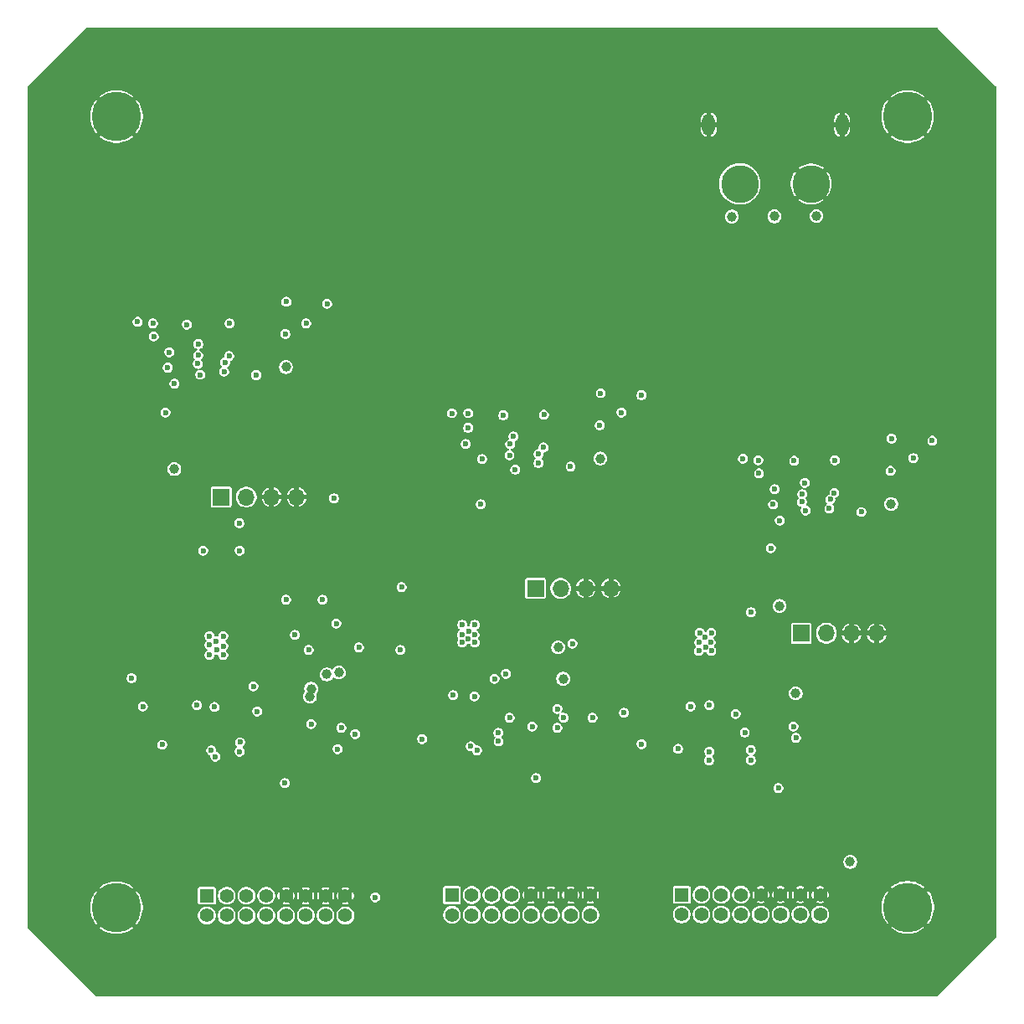
<source format=gbr>
%TF.GenerationSoftware,KiCad,Pcbnew,9.0.0*%
%TF.CreationDate,2025-06-05T10:42:28-07:00*%
%TF.ProjectId,EPS_Scales_RevD,4550535f-5363-4616-9c65-735f52657644,rev?*%
%TF.SameCoordinates,Original*%
%TF.FileFunction,Copper,L2,Inr*%
%TF.FilePolarity,Positive*%
%FSLAX46Y46*%
G04 Gerber Fmt 4.6, Leading zero omitted, Abs format (unit mm)*
G04 Created by KiCad (PCBNEW 9.0.0) date 2025-06-05 10:42:28*
%MOMM*%
%LPD*%
G01*
G04 APERTURE LIST*
%TA.AperFunction,ComponentPad*%
%ADD10C,5.000000*%
%TD*%
%TA.AperFunction,ComponentPad*%
%ADD11C,1.400000*%
%TD*%
%TA.AperFunction,ComponentPad*%
%ADD12R,1.400000X1.400000*%
%TD*%
%TA.AperFunction,ComponentPad*%
%ADD13O,1.700000X1.700000*%
%TD*%
%TA.AperFunction,ComponentPad*%
%ADD14R,1.700000X1.700000*%
%TD*%
%TA.AperFunction,ComponentPad*%
%ADD15C,3.800000*%
%TD*%
%TA.AperFunction,ComponentPad*%
%ADD16O,1.300000X2.200000*%
%TD*%
%TA.AperFunction,ViaPad*%
%ADD17C,0.600000*%
%TD*%
%TA.AperFunction,ViaPad*%
%ADD18C,1.000000*%
%TD*%
G04 APERTURE END LIST*
D10*
%TO.N,GND*%
%TO.C,J3*%
X160012800Y-37000000D03*
%TD*%
D11*
%TO.N,WDT_WDI_Perif*%
%TO.C,CN1*%
X207941000Y-117729000D03*
%TO.N,GND*%
X207941000Y-115729000D03*
%TO.N,Net-(CN1-Pad14)*%
X205941000Y-117729000D03*
%TO.N,GND*%
X205941000Y-115729000D03*
%TO.N,Net-(CN1-Pad12)*%
X203941000Y-117729000D03*
%TO.N,GND*%
X203941000Y-115729000D03*
%TO.N,Net-(CN1-Pad10)*%
X201941000Y-117729000D03*
%TO.N,GND*%
X201941000Y-115729000D03*
%TO.N,Net-(CN1-Pad8)*%
X199941000Y-117729000D03*
%TO.N,+5V_Perif*%
X199941000Y-115729000D03*
%TO.N,Net-(CN1-Pad6)*%
X197941000Y-117729000D03*
%TO.N,+5V_Perif*%
X197941000Y-115729000D03*
%TO.N,Net-(CN1-Pad4)*%
X195941000Y-117729000D03*
%TO.N,+5V_Perif*%
X195941000Y-115729000D03*
%TO.N,unconnected-(CN1-Pad2)*%
X193941000Y-117729000D03*
D12*
%TO.N,+5V_Perif*%
X193941000Y-115729000D03*
%TD*%
D13*
%TO.N,GND*%
%TO.C,J8*%
X236878200Y-89255200D03*
X234338200Y-89255200D03*
%TO.N,+20V_Jetson*%
X231798200Y-89255200D03*
D14*
X229258200Y-89255200D03*
%TD*%
D13*
%TO.N,GND*%
%TO.C,J7*%
X210003800Y-84709000D03*
X207463800Y-84709000D03*
%TO.N,+5V_Perif*%
X204923800Y-84709000D03*
D14*
X202383800Y-84709000D03*
%TD*%
D10*
%TO.N,GND*%
%TO.C,J2*%
X160012800Y-117000000D03*
%TD*%
D11*
%TO.N,WDT_WDI_Jetson*%
%TO.C,J6*%
X231167800Y-117696600D03*
%TO.N,GND*%
X231167800Y-115696600D03*
%TO.N,WDT_WDI_Jetson*%
X229167800Y-117696600D03*
%TO.N,GND*%
X229167800Y-115696600D03*
%TO.N,Net-(J6-Pad12)*%
X227167800Y-117696600D03*
%TO.N,GND*%
X227167800Y-115696600D03*
%TO.N,Net-(J6-Pad10)*%
X225167800Y-117696600D03*
%TO.N,GND*%
X225167800Y-115696600D03*
%TO.N,Net-(J6-Pad8)*%
X223167800Y-117696600D03*
%TO.N,+20V_Jetson*%
X223167800Y-115696600D03*
%TO.N,Net-(J6-Pad6)*%
X221167800Y-117696600D03*
%TO.N,+20V_Jetson*%
X221167800Y-115696600D03*
%TO.N,Net-(J6-Pad4)*%
X219167800Y-117696600D03*
%TO.N,+20V_Jetson*%
X219167800Y-115696600D03*
%TO.N,Net-(J6-Pad2)*%
X217167800Y-117696600D03*
D12*
%TO.N,+20V_Jetson*%
X217167800Y-115696600D03*
%TD*%
D15*
%TO.N,GND*%
%TO.C,U8*%
X230251000Y-43815000D03*
%TO.N,+V_Batt*%
X223051000Y-43815000D03*
D16*
%TO.N,GND*%
X233401000Y-37815000D03*
X219901000Y-37815000D03*
%TD*%
D11*
%TO.N,WDT_WDI_OBC*%
%TO.C,J10*%
X183157200Y-117798200D03*
%TO.N,GND*%
X183157200Y-115798200D03*
%TO.N,OBC_EN_PERIF*%
X181157200Y-117798200D03*
%TO.N,GND*%
X181157200Y-115798200D03*
%TO.N,OBC_EN_JETSON*%
X179157200Y-117798200D03*
%TO.N,GND*%
X179157200Y-115798200D03*
%TO.N,Net-(J10-Pad10)*%
X177157200Y-117798200D03*
%TO.N,GND*%
X177157200Y-115798200D03*
%TO.N,OBC SCL*%
X175157200Y-117798200D03*
%TO.N,+3.3V_OBC*%
X175157200Y-115798200D03*
%TO.N,OBC SDA*%
X173157200Y-117798200D03*
%TO.N,+3.3V_OBC*%
X173157200Y-115798200D03*
%TO.N,Net-(J10-Pad4)*%
X171157200Y-117798200D03*
%TO.N,+3.3V_OBC*%
X171157200Y-115798200D03*
%TO.N,Net-(J10-Pad2)*%
X169157200Y-117798200D03*
D12*
%TO.N,+3.3V_OBC*%
X169157200Y-115798200D03*
%TD*%
D10*
%TO.N,GND*%
%TO.C,J5*%
X240012800Y-37000000D03*
%TD*%
D13*
%TO.N,GND*%
%TO.C,J18*%
X178216474Y-75468400D03*
X175676474Y-75468400D03*
%TO.N,+3.3V_OBC*%
X173136474Y-75468400D03*
D14*
X170596474Y-75468400D03*
%TD*%
D10*
%TO.N,GND*%
%TO.C,J4*%
X240030000Y-116967000D03*
%TD*%
D17*
%TO.N,+V_Batt*%
X195580000Y-89789000D03*
X169418000Y-89535000D03*
X170053000Y-90043000D03*
X224178200Y-87121600D03*
D18*
X230793000Y-47067500D03*
D17*
X219517400Y-89662000D03*
X161544000Y-93795200D03*
X194976000Y-88392000D03*
X195611000Y-89043500D03*
D18*
X226543000Y-47092500D03*
D17*
X218996600Y-89204400D03*
X219583000Y-90678000D03*
D18*
X222243000Y-47117500D03*
D17*
X170815000Y-89535000D03*
X170815000Y-91440000D03*
X220165000Y-91033200D03*
X170815000Y-90551000D03*
X218948000Y-90170000D03*
X194976000Y-90170000D03*
X220091000Y-90170000D03*
X194945000Y-89408000D03*
X196246000Y-90170000D03*
X196246000Y-88392000D03*
X170180000Y-90932000D03*
X169418000Y-91440000D03*
X220165000Y-89204400D03*
X162687000Y-96647000D03*
X169418000Y-90424000D03*
X218895000Y-91033200D03*
X196215000Y-89408000D03*
%TO.N,GND*%
X202692000Y-96139000D03*
X226327400Y-90931600D03*
X205359000Y-96393000D03*
X223520000Y-97790000D03*
X197358000Y-98171000D03*
X226412800Y-88290000D03*
X196373000Y-94234000D03*
X228287800Y-97917000D03*
X212595800Y-89128200D03*
X163123200Y-90366200D03*
X205613000Y-75819000D03*
X200787000Y-98425000D03*
X226261000Y-100151800D03*
D18*
X172212000Y-52324000D03*
D17*
X233299000Y-97663000D03*
X191088000Y-94996000D03*
X209931000Y-75565000D03*
X226187000Y-97176600D03*
X171251200Y-98494200D03*
X202215000Y-88646000D03*
D18*
X232306200Y-110311800D03*
X240016600Y-66040000D03*
D17*
X160274000Y-58547000D03*
D18*
X164334474Y-54513000D03*
D17*
X173029200Y-85667200D03*
X165155200Y-96081200D03*
X184785000Y-62865000D03*
X170688000Y-95377000D03*
X193706000Y-97409000D03*
X228346000Y-105156000D03*
X184658000Y-96647000D03*
X180432874Y-66675000D03*
X199396700Y-59419600D03*
D18*
X230793000Y-50067500D03*
D17*
X212633635Y-90456660D03*
X221488000Y-99314000D03*
X167695200Y-95758000D03*
D18*
X207301400Y-64212600D03*
D17*
X220218000Y-99314000D03*
X197358000Y-97468000D03*
X167259000Y-87376000D03*
X212090000Y-70231000D03*
X216662000Y-87122000D03*
X209708000Y-95885000D03*
X183896000Y-85598000D03*
X218694000Y-86741000D03*
X208534000Y-69798800D03*
X216027000Y-95504000D03*
X193579000Y-84201000D03*
D18*
X236728000Y-66167000D03*
D17*
X202215000Y-87249000D03*
X163250200Y-95954200D03*
D18*
X203948600Y-64212600D03*
D17*
X188626000Y-88265000D03*
D18*
X226593000Y-50242500D03*
D17*
X221488000Y-72390000D03*
X176839200Y-97478200D03*
D18*
X208946000Y-102362000D03*
D17*
X166806200Y-97478200D03*
X219075000Y-99314000D03*
D18*
X225535000Y-68351000D03*
D17*
X163123200Y-91636200D03*
X233201200Y-96922600D03*
X176624200Y-90874200D03*
X174193274Y-60558200D03*
X176839200Y-96208200D03*
X226325600Y-89636200D03*
X163123200Y-89096200D03*
X171251200Y-99256200D03*
X194437000Y-97409000D03*
X176624200Y-89604200D03*
D18*
X196121800Y-63753600D03*
X182427200Y-102050200D03*
X233361800Y-66167000D03*
X210603400Y-64263400D03*
D17*
X191897000Y-67945000D03*
X221996000Y-83312000D03*
X193628000Y-94022000D03*
X218059000Y-99314000D03*
D18*
X182427200Y-110051200D03*
D17*
X178617200Y-105987200D03*
X196596000Y-98171000D03*
X240030000Y-84709000D03*
X174244000Y-78232000D03*
X176624200Y-88334200D03*
X188753000Y-89535000D03*
X237998000Y-74396200D03*
X192786000Y-86360000D03*
X180213000Y-60960000D03*
X228809900Y-64017000D03*
D18*
X232357000Y-102488600D03*
D17*
X205740000Y-106426000D03*
X220165000Y-94944800D03*
X216913800Y-97383200D03*
X167822200Y-98494200D03*
X192817000Y-96393000D03*
X202215000Y-89916000D03*
X184277000Y-93726000D03*
X217587800Y-95718542D03*
X238148200Y-112242200D03*
D18*
X175514000Y-52324000D03*
D17*
X204187100Y-86868000D03*
X235000000Y-84709000D03*
X167822200Y-99256200D03*
X178871200Y-89477200D03*
D18*
X178816074Y-52324000D03*
D17*
X175006000Y-66548000D03*
X164647200Y-95504000D03*
X183642000Y-77343000D03*
D18*
X208946000Y-110490000D03*
D17*
X208946000Y-96266000D03*
X196469000Y-97536000D03*
X241427000Y-74803000D03*
X179760200Y-97605200D03*
D18*
X222268000Y-50067500D03*
D17*
%TO.N,/Perif_Subsystem/WD_Perif/WDT-VIN*%
X200152000Y-69342000D03*
X200332194Y-72713002D03*
D18*
%TO.N,WDT_WDI_Perif*%
X208938200Y-71576800D03*
X204669800Y-90678000D03*
D17*
%TO.N,Net-(U6C--)*%
X203237400Y-67157200D03*
X205929800Y-72389600D03*
X195326000Y-70104000D03*
%TO.N,Net-(U1-BST)*%
X219961800Y-101219000D03*
X216812200Y-100939200D03*
%TO.N,Net-(U1-INTVCC)*%
X219936638Y-102112318D03*
X224178200Y-101066200D03*
%TO.N,Net-(U1-FB)*%
X226949000Y-104902000D03*
X224178200Y-102082200D03*
%TO.N,+3.3V_OBC*%
X180848000Y-85852000D03*
D18*
X179578000Y-95631000D03*
D17*
X204597000Y-96901000D03*
X179705000Y-98425000D03*
D18*
X182499000Y-93218000D03*
D17*
X228473000Y-98679000D03*
X199390000Y-93345000D03*
D18*
X179705000Y-94869000D03*
X165862074Y-72648600D03*
X181284200Y-93414200D03*
D17*
X211328000Y-97282000D03*
D18*
%TO.N,+20V_Jetson*%
X228699400Y-95325800D03*
X227062600Y-86486600D03*
%TO.N,WDT_WDI_Jetson*%
X234211200Y-112369200D03*
X238351400Y-76174200D03*
D17*
%TO.N,Net-(U4C--)*%
X235343000Y-76987000D03*
X232650600Y-71754600D03*
X227089200Y-77850600D03*
%TO.N,Net-(U4D--)*%
X228535800Y-71805400D03*
X232193400Y-75717000D03*
%TO.N,Net-(U3-FB)*%
X172466000Y-101219000D03*
X177038000Y-104394000D03*
%TO.N,Net-(U3-BST)*%
X169600200Y-101092000D03*
X164647200Y-100526200D03*
%TO.N,Net-(U3-INTVCC)*%
X172521200Y-100272200D03*
X170008618Y-101732935D03*
%TO.N,Net-(U6D--)*%
X202692000Y-71120000D03*
X199122600Y-67208000D03*
%TO.N,Net-(U13-BST)*%
X190912000Y-99949000D03*
X195832154Y-100677233D03*
%TO.N,Net-(U13-INTVCC)*%
X198628000Y-99314000D03*
X196469000Y-101092000D03*
%TO.N,/OBC_Subsystem/WD_OBC/WDT-VIN*%
X168299484Y-60012926D03*
X168471889Y-63109317D03*
%TO.N,/Jetson_Subsystem/WD_Jetson/WDT-VIN*%
X229616000Y-74041000D03*
X229696515Y-76837982D03*
%TO.N,Net-(U13-FB)*%
X202438000Y-103886000D03*
X198651200Y-100177200D03*
D18*
%TO.N,WDT_WDI_OBC*%
X177150874Y-62336200D03*
D17*
X182006874Y-75604200D03*
X186182000Y-115951000D03*
%TO.N,Net-(U14C--)*%
X165875200Y-64012600D03*
X171450074Y-57916600D03*
X174142474Y-63149000D03*
%TO.N,Net-(U14D--)*%
X167132000Y-58039000D03*
X170992874Y-61879000D03*
D18*
%TO.N,+5V_Perif*%
X205177800Y-93853000D03*
D17*
%TO.N,OBC SDA*%
X168783000Y-80899000D03*
%TO.N,OBC SCL*%
X172466000Y-80899000D03*
%TO.N,OBC_EN_PERIF*%
X188722000Y-90932000D03*
%TO.N,Net-(JP1-A)*%
X238289400Y-72821400D03*
X238391000Y-69570200D03*
%TO.N,Net-(JP2-A)*%
X208876200Y-68224000D03*
X208977800Y-64972800D03*
%TO.N,Net-(JP5-A)*%
X177088874Y-58983400D03*
X177190474Y-55732200D03*
%TO.N,Net-(U4B--)*%
X224979800Y-73075400D03*
X229324245Y-75973560D03*
%TO.N,/Jetson_Subsystem/WD_Jetson/WDT-VP*%
X229362000Y-75184000D03*
X224917000Y-71755000D03*
%TO.N,Net-(R20-Pad1)*%
X242505800Y-69773400D03*
X240588830Y-71535005D03*
%TO.N,Net-(U4C-+)*%
X226402200Y-76225000D03*
X232091800Y-76631400D03*
%TO.N,Net-(D3-K)*%
X223354200Y-71602200D03*
X232599800Y-75056600D03*
X226568000Y-74676000D03*
X226187000Y-80645000D03*
%TO.N,Net-(U6B--)*%
X195566600Y-68478000D03*
X199756800Y-71247000D03*
%TO.N,/Perif_Subsystem/WD_Perif/WDT-VP*%
X199821000Y-70129683D03*
X195580000Y-67004800D03*
%TO.N,Net-(U7-MOD)*%
X178054000Y-89408000D03*
X177165000Y-85852000D03*
%TO.N,Net-(R39-Pad1)*%
X213092600Y-65176000D03*
X211074000Y-66929000D03*
%TO.N,SDA*%
X202057000Y-98679000D03*
X199771000Y-97790000D03*
X172445185Y-78121036D03*
X182372000Y-100965000D03*
X184150000Y-99441000D03*
X213106000Y-100457000D03*
X174244000Y-97155000D03*
X223549735Y-99299614D03*
X204597000Y-98806000D03*
%TO.N,SCL*%
X205232000Y-97790000D03*
X182753000Y-98806000D03*
X208153000Y-97790000D03*
X228727000Y-99822000D03*
%TO.N,Net-(U1-EN{slash}UV)*%
X218082200Y-96646600D03*
X219964000Y-96520000D03*
%TO.N,Net-(U3-EN{slash}UV)*%
X168148000Y-96520000D03*
X169926000Y-96705198D03*
%TO.N,Net-(U6C-+)*%
X202678600Y-72034000D03*
X196989000Y-71627600D03*
%TO.N,Net-(D8-K)*%
X196850000Y-76200000D03*
X203186600Y-70459200D03*
X193941000Y-67004800D03*
%TO.N,Net-(U13-EN{slash}UV)*%
X196215000Y-95631000D03*
X194056000Y-95504000D03*
%TO.N,Net-(U14B--)*%
X163779274Y-59237400D03*
X168233190Y-61999505D03*
%TO.N,/OBC_Subsystem/WD_OBC/WDT-VP*%
X163703000Y-57912000D03*
X168268015Y-61145331D03*
%TO.N,Net-(R93-Pad1)*%
X181305274Y-55935400D03*
X179197000Y-57912000D03*
%TO.N,Net-(U14C-+)*%
X165201674Y-62387000D03*
X170891274Y-62793400D03*
%TO.N,Net-(D12-K)*%
X171399274Y-61218600D03*
X164973000Y-66929000D03*
X162153674Y-57764200D03*
X165354000Y-60833000D03*
%TO.N,SYNC_PHASE3*%
X222631000Y-97409000D03*
X206121000Y-90297000D03*
X188849000Y-84582000D03*
X182245000Y-88265000D03*
%TO.N,SYNC_PHASE1*%
X173863000Y-94615000D03*
X179451000Y-90932000D03*
%TO.N,SYNC_PHASE2*%
X198247000Y-93853000D03*
X184531000Y-90678000D03*
%TD*%
%TA.AperFunction,Conductor*%
%TO.N,GND*%
G36*
X242924788Y-28001517D02*
G01*
X242978281Y-28012158D01*
X242980409Y-28013039D01*
X242981646Y-28012904D01*
X243006759Y-28023954D01*
X243052111Y-28054257D01*
X243064082Y-28064082D01*
X248935917Y-33935917D01*
X248945742Y-33947888D01*
X248976045Y-33993240D01*
X248987841Y-34021717D01*
X248998482Y-34075210D01*
X249000000Y-34090623D01*
X249000000Y-119909376D01*
X248998482Y-119924789D01*
X248987841Y-119978282D01*
X248976045Y-120006759D01*
X248945742Y-120052111D01*
X248935917Y-120064082D01*
X243064082Y-125935917D01*
X243052111Y-125945742D01*
X243006759Y-125976045D01*
X243004631Y-125976926D01*
X243003853Y-125977896D01*
X242978282Y-125987841D01*
X242941799Y-125995098D01*
X242924787Y-125998482D01*
X242909377Y-126000000D01*
X158090623Y-126000000D01*
X158075212Y-125998482D01*
X158053293Y-125994122D01*
X158021717Y-125987841D01*
X157993240Y-125976045D01*
X157947888Y-125945742D01*
X157935917Y-125935917D01*
X151064082Y-119064082D01*
X151054257Y-119052111D01*
X151023954Y-119006759D01*
X151012158Y-118978281D01*
X151001518Y-118924788D01*
X151000000Y-118909376D01*
X151000000Y-116850618D01*
X157352800Y-116850618D01*
X157352800Y-117149381D01*
X157386251Y-117446273D01*
X157452731Y-117737537D01*
X157452733Y-117737543D01*
X157551406Y-118019536D01*
X157681040Y-118288723D01*
X157839988Y-118541688D01*
X157963135Y-118696110D01*
X158969120Y-117690125D01*
X159059354Y-117814320D01*
X159198480Y-117953446D01*
X159322673Y-118043678D01*
X158316688Y-119049663D01*
X158471111Y-119172811D01*
X158471111Y-119172812D01*
X158724076Y-119331759D01*
X158993263Y-119461393D01*
X159275256Y-119560066D01*
X159275262Y-119560068D01*
X159566527Y-119626548D01*
X159566525Y-119626548D01*
X159863419Y-119660000D01*
X160162181Y-119660000D01*
X160459073Y-119626548D01*
X160750337Y-119560068D01*
X160750343Y-119560066D01*
X161032336Y-119461393D01*
X161301523Y-119331759D01*
X161554488Y-119172812D01*
X161554499Y-119172803D01*
X161708909Y-119049664D01*
X161708910Y-119049663D01*
X160702926Y-118043679D01*
X160827120Y-117953446D01*
X160966246Y-117814320D01*
X161056479Y-117690126D01*
X162062463Y-118696110D01*
X162062464Y-118696109D01*
X162185603Y-118541699D01*
X162185612Y-118541688D01*
X162344559Y-118288723D01*
X162474193Y-118019536D01*
X162572866Y-117737543D01*
X162572868Y-117737538D01*
X162579266Y-117709509D01*
X168256700Y-117709509D01*
X168256700Y-117886890D01*
X168291305Y-118060866D01*
X168291306Y-118060868D01*
X168359185Y-118224743D01*
X168359188Y-118224748D01*
X168457734Y-118372233D01*
X168457740Y-118372240D01*
X168583159Y-118497659D01*
X168583165Y-118497664D01*
X168730653Y-118596213D01*
X168811016Y-118629500D01*
X168894531Y-118664093D01*
X168894533Y-118664094D01*
X169068509Y-118698700D01*
X169245891Y-118698700D01*
X169419866Y-118664094D01*
X169419868Y-118664093D01*
X169583747Y-118596213D01*
X169731235Y-118497664D01*
X169856664Y-118372235D01*
X169955213Y-118224747D01*
X170023094Y-118060866D01*
X170057700Y-117886891D01*
X170057700Y-117709509D01*
X170256700Y-117709509D01*
X170256700Y-117886890D01*
X170291305Y-118060866D01*
X170291306Y-118060868D01*
X170359185Y-118224743D01*
X170359188Y-118224748D01*
X170457734Y-118372233D01*
X170457740Y-118372240D01*
X170583159Y-118497659D01*
X170583165Y-118497664D01*
X170730653Y-118596213D01*
X170811016Y-118629500D01*
X170894531Y-118664093D01*
X170894533Y-118664094D01*
X171068509Y-118698700D01*
X171245891Y-118698700D01*
X171419866Y-118664094D01*
X171419868Y-118664093D01*
X171583747Y-118596213D01*
X171731235Y-118497664D01*
X171856664Y-118372235D01*
X171955213Y-118224747D01*
X172023094Y-118060866D01*
X172057700Y-117886891D01*
X172057700Y-117709509D01*
X172256700Y-117709509D01*
X172256700Y-117886890D01*
X172291305Y-118060866D01*
X172291306Y-118060868D01*
X172359185Y-118224743D01*
X172359188Y-118224748D01*
X172457734Y-118372233D01*
X172457740Y-118372240D01*
X172583159Y-118497659D01*
X172583165Y-118497664D01*
X172730653Y-118596213D01*
X172811016Y-118629500D01*
X172894531Y-118664093D01*
X172894533Y-118664094D01*
X173068509Y-118698700D01*
X173245891Y-118698700D01*
X173419866Y-118664094D01*
X173419868Y-118664093D01*
X173583747Y-118596213D01*
X173731235Y-118497664D01*
X173856664Y-118372235D01*
X173955213Y-118224747D01*
X174023094Y-118060866D01*
X174057700Y-117886891D01*
X174057700Y-117709509D01*
X174256700Y-117709509D01*
X174256700Y-117886890D01*
X174291305Y-118060866D01*
X174291306Y-118060868D01*
X174359185Y-118224743D01*
X174359188Y-118224748D01*
X174457734Y-118372233D01*
X174457740Y-118372240D01*
X174583159Y-118497659D01*
X174583165Y-118497664D01*
X174730653Y-118596213D01*
X174811016Y-118629500D01*
X174894531Y-118664093D01*
X174894533Y-118664094D01*
X175068509Y-118698700D01*
X175245891Y-118698700D01*
X175419866Y-118664094D01*
X175419868Y-118664093D01*
X175583747Y-118596213D01*
X175731235Y-118497664D01*
X175856664Y-118372235D01*
X175955213Y-118224747D01*
X176023094Y-118060866D01*
X176057700Y-117886891D01*
X176057700Y-117709509D01*
X176256700Y-117709509D01*
X176256700Y-117886890D01*
X176291305Y-118060866D01*
X176291306Y-118060868D01*
X176359185Y-118224743D01*
X176359188Y-118224748D01*
X176457734Y-118372233D01*
X176457740Y-118372240D01*
X176583159Y-118497659D01*
X176583165Y-118497664D01*
X176730653Y-118596213D01*
X176811016Y-118629500D01*
X176894531Y-118664093D01*
X176894533Y-118664094D01*
X177068509Y-118698700D01*
X177245891Y-118698700D01*
X177419866Y-118664094D01*
X177419868Y-118664093D01*
X177583747Y-118596213D01*
X177731235Y-118497664D01*
X177856664Y-118372235D01*
X177955213Y-118224747D01*
X178023094Y-118060866D01*
X178057700Y-117886891D01*
X178057700Y-117709509D01*
X178256700Y-117709509D01*
X178256700Y-117886890D01*
X178291305Y-118060866D01*
X178291306Y-118060868D01*
X178359185Y-118224743D01*
X178359188Y-118224748D01*
X178457734Y-118372233D01*
X178457740Y-118372240D01*
X178583159Y-118497659D01*
X178583165Y-118497664D01*
X178730653Y-118596213D01*
X178811016Y-118629500D01*
X178894531Y-118664093D01*
X178894533Y-118664094D01*
X179068509Y-118698700D01*
X179245891Y-118698700D01*
X179419866Y-118664094D01*
X179419868Y-118664093D01*
X179583747Y-118596213D01*
X179731235Y-118497664D01*
X179856664Y-118372235D01*
X179955213Y-118224747D01*
X180023094Y-118060866D01*
X180057700Y-117886891D01*
X180057700Y-117709509D01*
X180256700Y-117709509D01*
X180256700Y-117886890D01*
X180291305Y-118060866D01*
X180291306Y-118060868D01*
X180359185Y-118224743D01*
X180359188Y-118224748D01*
X180457734Y-118372233D01*
X180457740Y-118372240D01*
X180583159Y-118497659D01*
X180583165Y-118497664D01*
X180730653Y-118596213D01*
X180811016Y-118629500D01*
X180894531Y-118664093D01*
X180894533Y-118664094D01*
X181068509Y-118698700D01*
X181245891Y-118698700D01*
X181419866Y-118664094D01*
X181419868Y-118664093D01*
X181583747Y-118596213D01*
X181731235Y-118497664D01*
X181856664Y-118372235D01*
X181955213Y-118224747D01*
X182023094Y-118060866D01*
X182057700Y-117886891D01*
X182057700Y-117709509D01*
X182256700Y-117709509D01*
X182256700Y-117886890D01*
X182291305Y-118060866D01*
X182291306Y-118060868D01*
X182359185Y-118224743D01*
X182359188Y-118224748D01*
X182457734Y-118372233D01*
X182457740Y-118372240D01*
X182583159Y-118497659D01*
X182583165Y-118497664D01*
X182730653Y-118596213D01*
X182811016Y-118629500D01*
X182894531Y-118664093D01*
X182894533Y-118664094D01*
X183068509Y-118698700D01*
X183245891Y-118698700D01*
X183419866Y-118664094D01*
X183419868Y-118664093D01*
X183583747Y-118596213D01*
X183731235Y-118497664D01*
X183856664Y-118372235D01*
X183955213Y-118224747D01*
X184023094Y-118060866D01*
X184057700Y-117886891D01*
X184057700Y-117709509D01*
X184043935Y-117640309D01*
X193040500Y-117640309D01*
X193040500Y-117817690D01*
X193075105Y-117991666D01*
X193075106Y-117991668D01*
X193142985Y-118155543D01*
X193142988Y-118155548D01*
X193241534Y-118303033D01*
X193241540Y-118303040D01*
X193366959Y-118428459D01*
X193366965Y-118428464D01*
X193514453Y-118527013D01*
X193549882Y-118541688D01*
X193678331Y-118594893D01*
X193678333Y-118594894D01*
X193852309Y-118629500D01*
X194029691Y-118629500D01*
X194203666Y-118594894D01*
X194203668Y-118594893D01*
X194367547Y-118527013D01*
X194515035Y-118428464D01*
X194640464Y-118303035D01*
X194739013Y-118155547D01*
X194806894Y-117991666D01*
X194841500Y-117817691D01*
X194841500Y-117640309D01*
X195040500Y-117640309D01*
X195040500Y-117817690D01*
X195075105Y-117991666D01*
X195075106Y-117991668D01*
X195142985Y-118155543D01*
X195142988Y-118155548D01*
X195241534Y-118303033D01*
X195241540Y-118303040D01*
X195366959Y-118428459D01*
X195366965Y-118428464D01*
X195514453Y-118527013D01*
X195549882Y-118541688D01*
X195678331Y-118594893D01*
X195678333Y-118594894D01*
X195852309Y-118629500D01*
X196029691Y-118629500D01*
X196203666Y-118594894D01*
X196203668Y-118594893D01*
X196367547Y-118527013D01*
X196515035Y-118428464D01*
X196640464Y-118303035D01*
X196739013Y-118155547D01*
X196806894Y-117991666D01*
X196841500Y-117817691D01*
X196841500Y-117640309D01*
X197040500Y-117640309D01*
X197040500Y-117817690D01*
X197075105Y-117991666D01*
X197075106Y-117991668D01*
X197142985Y-118155543D01*
X197142988Y-118155548D01*
X197241534Y-118303033D01*
X197241540Y-118303040D01*
X197366959Y-118428459D01*
X197366965Y-118428464D01*
X197514453Y-118527013D01*
X197549882Y-118541688D01*
X197678331Y-118594893D01*
X197678333Y-118594894D01*
X197852309Y-118629500D01*
X198029691Y-118629500D01*
X198203666Y-118594894D01*
X198203668Y-118594893D01*
X198367547Y-118527013D01*
X198515035Y-118428464D01*
X198640464Y-118303035D01*
X198739013Y-118155547D01*
X198806894Y-117991666D01*
X198841500Y-117817691D01*
X198841500Y-117640309D01*
X199040500Y-117640309D01*
X199040500Y-117817690D01*
X199075105Y-117991666D01*
X199075106Y-117991668D01*
X199142985Y-118155543D01*
X199142988Y-118155548D01*
X199241534Y-118303033D01*
X199241540Y-118303040D01*
X199366959Y-118428459D01*
X199366965Y-118428464D01*
X199514453Y-118527013D01*
X199549882Y-118541688D01*
X199678331Y-118594893D01*
X199678333Y-118594894D01*
X199852309Y-118629500D01*
X200029691Y-118629500D01*
X200203666Y-118594894D01*
X200203668Y-118594893D01*
X200367547Y-118527013D01*
X200515035Y-118428464D01*
X200640464Y-118303035D01*
X200739013Y-118155547D01*
X200806894Y-117991666D01*
X200841500Y-117817691D01*
X200841500Y-117640309D01*
X201040500Y-117640309D01*
X201040500Y-117817690D01*
X201075105Y-117991666D01*
X201075106Y-117991668D01*
X201142985Y-118155543D01*
X201142988Y-118155548D01*
X201241534Y-118303033D01*
X201241540Y-118303040D01*
X201366959Y-118428459D01*
X201366965Y-118428464D01*
X201514453Y-118527013D01*
X201549882Y-118541688D01*
X201678331Y-118594893D01*
X201678333Y-118594894D01*
X201852309Y-118629500D01*
X202029691Y-118629500D01*
X202203666Y-118594894D01*
X202203668Y-118594893D01*
X202367547Y-118527013D01*
X202515035Y-118428464D01*
X202640464Y-118303035D01*
X202739013Y-118155547D01*
X202806894Y-117991666D01*
X202841500Y-117817691D01*
X202841500Y-117640309D01*
X203040500Y-117640309D01*
X203040500Y-117817690D01*
X203075105Y-117991666D01*
X203075106Y-117991668D01*
X203142985Y-118155543D01*
X203142988Y-118155548D01*
X203241534Y-118303033D01*
X203241540Y-118303040D01*
X203366959Y-118428459D01*
X203366965Y-118428464D01*
X203514453Y-118527013D01*
X203549882Y-118541688D01*
X203678331Y-118594893D01*
X203678333Y-118594894D01*
X203852309Y-118629500D01*
X204029691Y-118629500D01*
X204203666Y-118594894D01*
X204203668Y-118594893D01*
X204367547Y-118527013D01*
X204515035Y-118428464D01*
X204640464Y-118303035D01*
X204739013Y-118155547D01*
X204806894Y-117991666D01*
X204841500Y-117817691D01*
X204841500Y-117640309D01*
X205040500Y-117640309D01*
X205040500Y-117817690D01*
X205075105Y-117991666D01*
X205075106Y-117991668D01*
X205142985Y-118155543D01*
X205142988Y-118155548D01*
X205241534Y-118303033D01*
X205241540Y-118303040D01*
X205366959Y-118428459D01*
X205366965Y-118428464D01*
X205514453Y-118527013D01*
X205549882Y-118541688D01*
X205678331Y-118594893D01*
X205678333Y-118594894D01*
X205852309Y-118629500D01*
X206029691Y-118629500D01*
X206203666Y-118594894D01*
X206203668Y-118594893D01*
X206367547Y-118527013D01*
X206515035Y-118428464D01*
X206640464Y-118303035D01*
X206739013Y-118155547D01*
X206806894Y-117991666D01*
X206841500Y-117817691D01*
X206841500Y-117640309D01*
X207040500Y-117640309D01*
X207040500Y-117817690D01*
X207075105Y-117991666D01*
X207075106Y-117991668D01*
X207142985Y-118155543D01*
X207142988Y-118155548D01*
X207241534Y-118303033D01*
X207241540Y-118303040D01*
X207366959Y-118428459D01*
X207366965Y-118428464D01*
X207514453Y-118527013D01*
X207549882Y-118541688D01*
X207678331Y-118594893D01*
X207678333Y-118594894D01*
X207852309Y-118629500D01*
X208029691Y-118629500D01*
X208203666Y-118594894D01*
X208203668Y-118594893D01*
X208367547Y-118527013D01*
X208515035Y-118428464D01*
X208640464Y-118303035D01*
X208739013Y-118155547D01*
X208806894Y-117991666D01*
X208841500Y-117817691D01*
X208841500Y-117640309D01*
X208835055Y-117607909D01*
X216267300Y-117607909D01*
X216267300Y-117785290D01*
X216301905Y-117959266D01*
X216301906Y-117959268D01*
X216369785Y-118123143D01*
X216369787Y-118123147D01*
X216391436Y-118155547D01*
X216468334Y-118270633D01*
X216468340Y-118270640D01*
X216593759Y-118396059D01*
X216593765Y-118396064D01*
X216741253Y-118494613D01*
X216775260Y-118508699D01*
X216905131Y-118562493D01*
X216905133Y-118562494D01*
X217079109Y-118597100D01*
X217256491Y-118597100D01*
X217430466Y-118562494D01*
X217430468Y-118562493D01*
X217594347Y-118494613D01*
X217741835Y-118396064D01*
X217867264Y-118270635D01*
X217965813Y-118123147D01*
X218033694Y-117959266D01*
X218068300Y-117785291D01*
X218068300Y-117607909D01*
X218267300Y-117607909D01*
X218267300Y-117785290D01*
X218301905Y-117959266D01*
X218301906Y-117959268D01*
X218369785Y-118123143D01*
X218369787Y-118123147D01*
X218391436Y-118155547D01*
X218468334Y-118270633D01*
X218468340Y-118270640D01*
X218593759Y-118396059D01*
X218593765Y-118396064D01*
X218741253Y-118494613D01*
X218775260Y-118508699D01*
X218905131Y-118562493D01*
X218905133Y-118562494D01*
X219079109Y-118597100D01*
X219256491Y-118597100D01*
X219430466Y-118562494D01*
X219430468Y-118562493D01*
X219594347Y-118494613D01*
X219741835Y-118396064D01*
X219867264Y-118270635D01*
X219965813Y-118123147D01*
X220033694Y-117959266D01*
X220068300Y-117785291D01*
X220068300Y-117607909D01*
X220267300Y-117607909D01*
X220267300Y-117785290D01*
X220301905Y-117959266D01*
X220301906Y-117959268D01*
X220369785Y-118123143D01*
X220369787Y-118123147D01*
X220391436Y-118155547D01*
X220468334Y-118270633D01*
X220468340Y-118270640D01*
X220593759Y-118396059D01*
X220593765Y-118396064D01*
X220741253Y-118494613D01*
X220775260Y-118508699D01*
X220905131Y-118562493D01*
X220905133Y-118562494D01*
X221079109Y-118597100D01*
X221256491Y-118597100D01*
X221430466Y-118562494D01*
X221430468Y-118562493D01*
X221594347Y-118494613D01*
X221741835Y-118396064D01*
X221867264Y-118270635D01*
X221965813Y-118123147D01*
X222033694Y-117959266D01*
X222068300Y-117785291D01*
X222068300Y-117607909D01*
X222267300Y-117607909D01*
X222267300Y-117785290D01*
X222301905Y-117959266D01*
X222301906Y-117959268D01*
X222369785Y-118123143D01*
X222369787Y-118123147D01*
X222391436Y-118155547D01*
X222468334Y-118270633D01*
X222468340Y-118270640D01*
X222593759Y-118396059D01*
X222593765Y-118396064D01*
X222741253Y-118494613D01*
X222775260Y-118508699D01*
X222905131Y-118562493D01*
X222905133Y-118562494D01*
X223079109Y-118597100D01*
X223256491Y-118597100D01*
X223430466Y-118562494D01*
X223430468Y-118562493D01*
X223594347Y-118494613D01*
X223741835Y-118396064D01*
X223867264Y-118270635D01*
X223965813Y-118123147D01*
X224033694Y-117959266D01*
X224068300Y-117785291D01*
X224068300Y-117607909D01*
X224267300Y-117607909D01*
X224267300Y-117785290D01*
X224301905Y-117959266D01*
X224301906Y-117959268D01*
X224369785Y-118123143D01*
X224369787Y-118123147D01*
X224391436Y-118155547D01*
X224468334Y-118270633D01*
X224468340Y-118270640D01*
X224593759Y-118396059D01*
X224593765Y-118396064D01*
X224741253Y-118494613D01*
X224775260Y-118508699D01*
X224905131Y-118562493D01*
X224905133Y-118562494D01*
X225079109Y-118597100D01*
X225256491Y-118597100D01*
X225430466Y-118562494D01*
X225430468Y-118562493D01*
X225594347Y-118494613D01*
X225741835Y-118396064D01*
X225867264Y-118270635D01*
X225965813Y-118123147D01*
X226033694Y-117959266D01*
X226068300Y-117785291D01*
X226068300Y-117607909D01*
X226267300Y-117607909D01*
X226267300Y-117785290D01*
X226301905Y-117959266D01*
X226301906Y-117959268D01*
X226369785Y-118123143D01*
X226369787Y-118123147D01*
X226391436Y-118155547D01*
X226468334Y-118270633D01*
X226468340Y-118270640D01*
X226593759Y-118396059D01*
X226593765Y-118396064D01*
X226741253Y-118494613D01*
X226775260Y-118508699D01*
X226905131Y-118562493D01*
X226905133Y-118562494D01*
X227079109Y-118597100D01*
X227256491Y-118597100D01*
X227430466Y-118562494D01*
X227430468Y-118562493D01*
X227594347Y-118494613D01*
X227741835Y-118396064D01*
X227867264Y-118270635D01*
X227965813Y-118123147D01*
X228033694Y-117959266D01*
X228068300Y-117785291D01*
X228068300Y-117607909D01*
X228267300Y-117607909D01*
X228267300Y-117785290D01*
X228301905Y-117959266D01*
X228301906Y-117959268D01*
X228369785Y-118123143D01*
X228369787Y-118123147D01*
X228391436Y-118155547D01*
X228468334Y-118270633D01*
X228468340Y-118270640D01*
X228593759Y-118396059D01*
X228593765Y-118396064D01*
X228741253Y-118494613D01*
X228775260Y-118508699D01*
X228905131Y-118562493D01*
X228905133Y-118562494D01*
X229079109Y-118597100D01*
X229256491Y-118597100D01*
X229430466Y-118562494D01*
X229430468Y-118562493D01*
X229594347Y-118494613D01*
X229741835Y-118396064D01*
X229867264Y-118270635D01*
X229965813Y-118123147D01*
X230033694Y-117959266D01*
X230068300Y-117785291D01*
X230068300Y-117607909D01*
X230267300Y-117607909D01*
X230267300Y-117785290D01*
X230301905Y-117959266D01*
X230301906Y-117959268D01*
X230369785Y-118123143D01*
X230369787Y-118123147D01*
X230391436Y-118155547D01*
X230468334Y-118270633D01*
X230468340Y-118270640D01*
X230593759Y-118396059D01*
X230593765Y-118396064D01*
X230741253Y-118494613D01*
X230775260Y-118508699D01*
X230905131Y-118562493D01*
X230905133Y-118562494D01*
X231079109Y-118597100D01*
X231256491Y-118597100D01*
X231430466Y-118562494D01*
X231430468Y-118562493D01*
X231594347Y-118494613D01*
X231741835Y-118396064D01*
X231867264Y-118270635D01*
X231965813Y-118123147D01*
X232033694Y-117959266D01*
X232068300Y-117785291D01*
X232068300Y-117607909D01*
X232053904Y-117535534D01*
X232033694Y-117433933D01*
X232033693Y-117433931D01*
X231985379Y-117317291D01*
X231965813Y-117270053D01*
X231867264Y-117122565D01*
X231867259Y-117122559D01*
X231741840Y-116997140D01*
X231741833Y-116997134D01*
X231642834Y-116930985D01*
X231594347Y-116898587D01*
X231594344Y-116898586D01*
X231594343Y-116898585D01*
X231569722Y-116888387D01*
X231430468Y-116830706D01*
X231430466Y-116830705D01*
X231364672Y-116817618D01*
X237370000Y-116817618D01*
X237370000Y-117116381D01*
X237403451Y-117413273D01*
X237469931Y-117704537D01*
X237469933Y-117704543D01*
X237568606Y-117986536D01*
X237698240Y-118255723D01*
X237857188Y-118508688D01*
X237980335Y-118663110D01*
X238986320Y-117657125D01*
X239076554Y-117781320D01*
X239215680Y-117920446D01*
X239339873Y-118010678D01*
X238333888Y-119016663D01*
X238488311Y-119139811D01*
X238488311Y-119139812D01*
X238741276Y-119298759D01*
X239010463Y-119428393D01*
X239292456Y-119527066D01*
X239292462Y-119527068D01*
X239583727Y-119593548D01*
X239583725Y-119593548D01*
X239880619Y-119627000D01*
X240179381Y-119627000D01*
X240476273Y-119593548D01*
X240767537Y-119527068D01*
X240767543Y-119527066D01*
X241049536Y-119428393D01*
X241318723Y-119298759D01*
X241571688Y-119139812D01*
X241571699Y-119139803D01*
X241726109Y-119016664D01*
X241726110Y-119016663D01*
X240720126Y-118010679D01*
X240844320Y-117920446D01*
X240983446Y-117781320D01*
X241073679Y-117657126D01*
X242079663Y-118663110D01*
X242079664Y-118663109D01*
X242202803Y-118508699D01*
X242202812Y-118508688D01*
X242361759Y-118255723D01*
X242491393Y-117986536D01*
X242590066Y-117704543D01*
X242590068Y-117704537D01*
X242656548Y-117413273D01*
X242690000Y-117116381D01*
X242690000Y-116817618D01*
X242656548Y-116520726D01*
X242590068Y-116229462D01*
X242590066Y-116229456D01*
X242491393Y-115947463D01*
X242361759Y-115678276D01*
X242202811Y-115425311D01*
X242079663Y-115270888D01*
X241073678Y-116276873D01*
X240983446Y-116152680D01*
X240844320Y-116013554D01*
X240720125Y-115923320D01*
X241726110Y-114917335D01*
X241571688Y-114794188D01*
X241571688Y-114794187D01*
X241318723Y-114635240D01*
X241049536Y-114505606D01*
X240767543Y-114406933D01*
X240767537Y-114406931D01*
X240476272Y-114340451D01*
X240476274Y-114340451D01*
X240179381Y-114307000D01*
X239880619Y-114307000D01*
X239583726Y-114340451D01*
X239292462Y-114406931D01*
X239292456Y-114406933D01*
X239010463Y-114505606D01*
X238741276Y-114635240D01*
X238488311Y-114794187D01*
X238488311Y-114794188D01*
X238333888Y-114917335D01*
X239339873Y-115923320D01*
X239215680Y-116013554D01*
X239076554Y-116152680D01*
X238986320Y-116276873D01*
X237980335Y-115270888D01*
X237857188Y-115425311D01*
X237857187Y-115425311D01*
X237698240Y-115678276D01*
X237568606Y-115947463D01*
X237469933Y-116229456D01*
X237469931Y-116229462D01*
X237403451Y-116520726D01*
X237370000Y-116817618D01*
X231364672Y-116817618D01*
X231256491Y-116796100D01*
X231079109Y-116796100D01*
X230905133Y-116830705D01*
X230905131Y-116830706D01*
X230741256Y-116898585D01*
X230741251Y-116898588D01*
X230593766Y-116997134D01*
X230593759Y-116997140D01*
X230468340Y-117122559D01*
X230468334Y-117122566D01*
X230369788Y-117270051D01*
X230369785Y-117270056D01*
X230301906Y-117433931D01*
X230301905Y-117433933D01*
X230267300Y-117607909D01*
X230068300Y-117607909D01*
X230053904Y-117535534D01*
X230033694Y-117433933D01*
X230033693Y-117433931D01*
X229985379Y-117317291D01*
X229965813Y-117270053D01*
X229867264Y-117122565D01*
X229867259Y-117122559D01*
X229741840Y-116997140D01*
X229741833Y-116997134D01*
X229642834Y-116930985D01*
X229594347Y-116898587D01*
X229594344Y-116898586D01*
X229594343Y-116898585D01*
X229430468Y-116830706D01*
X229430466Y-116830705D01*
X229256491Y-116796100D01*
X229079109Y-116796100D01*
X228905133Y-116830705D01*
X228905131Y-116830706D01*
X228741256Y-116898585D01*
X228741251Y-116898588D01*
X228593766Y-116997134D01*
X228593759Y-116997140D01*
X228468340Y-117122559D01*
X228468334Y-117122566D01*
X228369788Y-117270051D01*
X228369785Y-117270056D01*
X228301906Y-117433931D01*
X228301905Y-117433933D01*
X228267300Y-117607909D01*
X228068300Y-117607909D01*
X228053904Y-117535534D01*
X228033694Y-117433933D01*
X228033693Y-117433931D01*
X227985379Y-117317291D01*
X227965813Y-117270053D01*
X227867264Y-117122565D01*
X227867259Y-117122559D01*
X227741840Y-116997140D01*
X227741833Y-116997134D01*
X227642834Y-116930985D01*
X227594347Y-116898587D01*
X227594344Y-116898586D01*
X227594343Y-116898585D01*
X227430468Y-116830706D01*
X227430466Y-116830705D01*
X227256491Y-116796100D01*
X227079109Y-116796100D01*
X226905133Y-116830705D01*
X226905131Y-116830706D01*
X226741256Y-116898585D01*
X226741251Y-116898588D01*
X226593766Y-116997134D01*
X226593759Y-116997140D01*
X226468340Y-117122559D01*
X226468334Y-117122566D01*
X226369788Y-117270051D01*
X226369785Y-117270056D01*
X226301906Y-117433931D01*
X226301905Y-117433933D01*
X226267300Y-117607909D01*
X226068300Y-117607909D01*
X226053904Y-117535534D01*
X226033694Y-117433933D01*
X226033693Y-117433931D01*
X225985379Y-117317291D01*
X225965813Y-117270053D01*
X225867264Y-117122565D01*
X225867259Y-117122559D01*
X225741840Y-116997140D01*
X225741833Y-116997134D01*
X225642834Y-116930985D01*
X225594347Y-116898587D01*
X225594344Y-116898586D01*
X225594343Y-116898585D01*
X225430468Y-116830706D01*
X225430466Y-116830705D01*
X225256491Y-116796100D01*
X225079109Y-116796100D01*
X224905133Y-116830705D01*
X224905131Y-116830706D01*
X224741256Y-116898585D01*
X224741251Y-116898588D01*
X224593766Y-116997134D01*
X224593759Y-116997140D01*
X224468340Y-117122559D01*
X224468334Y-117122566D01*
X224369788Y-117270051D01*
X224369785Y-117270056D01*
X224301906Y-117433931D01*
X224301905Y-117433933D01*
X224267300Y-117607909D01*
X224068300Y-117607909D01*
X224053904Y-117535534D01*
X224033694Y-117433933D01*
X224033693Y-117433931D01*
X223985379Y-117317291D01*
X223965813Y-117270053D01*
X223867264Y-117122565D01*
X223867259Y-117122559D01*
X223741840Y-116997140D01*
X223741833Y-116997134D01*
X223642834Y-116930985D01*
X223594347Y-116898587D01*
X223594344Y-116898586D01*
X223594343Y-116898585D01*
X223430468Y-116830706D01*
X223430466Y-116830705D01*
X223256491Y-116796100D01*
X223079109Y-116796100D01*
X222905133Y-116830705D01*
X222905131Y-116830706D01*
X222741256Y-116898585D01*
X222741251Y-116898588D01*
X222593766Y-116997134D01*
X222593759Y-116997140D01*
X222468340Y-117122559D01*
X222468334Y-117122566D01*
X222369788Y-117270051D01*
X222369785Y-117270056D01*
X222301906Y-117433931D01*
X222301905Y-117433933D01*
X222267300Y-117607909D01*
X222068300Y-117607909D01*
X222053904Y-117535534D01*
X222033694Y-117433933D01*
X222033693Y-117433931D01*
X221985379Y-117317291D01*
X221965813Y-117270053D01*
X221867264Y-117122565D01*
X221867259Y-117122559D01*
X221741840Y-116997140D01*
X221741833Y-116997134D01*
X221642834Y-116930985D01*
X221594347Y-116898587D01*
X221594344Y-116898586D01*
X221594343Y-116898585D01*
X221430468Y-116830706D01*
X221430466Y-116830705D01*
X221256491Y-116796100D01*
X221079109Y-116796100D01*
X220905133Y-116830705D01*
X220905131Y-116830706D01*
X220741256Y-116898585D01*
X220741251Y-116898588D01*
X220593766Y-116997134D01*
X220593759Y-116997140D01*
X220468340Y-117122559D01*
X220468334Y-117122566D01*
X220369788Y-117270051D01*
X220369785Y-117270056D01*
X220301906Y-117433931D01*
X220301905Y-117433933D01*
X220267300Y-117607909D01*
X220068300Y-117607909D01*
X220053904Y-117535534D01*
X220033694Y-117433933D01*
X220033693Y-117433931D01*
X219985379Y-117317291D01*
X219965813Y-117270053D01*
X219867264Y-117122565D01*
X219867259Y-117122559D01*
X219741840Y-116997140D01*
X219741833Y-116997134D01*
X219642834Y-116930985D01*
X219594347Y-116898587D01*
X219594344Y-116898586D01*
X219594343Y-116898585D01*
X219430468Y-116830706D01*
X219430466Y-116830705D01*
X219256491Y-116796100D01*
X219079109Y-116796100D01*
X218905133Y-116830705D01*
X218905131Y-116830706D01*
X218741256Y-116898585D01*
X218741251Y-116898588D01*
X218593766Y-116997134D01*
X218593759Y-116997140D01*
X218468340Y-117122559D01*
X218468334Y-117122566D01*
X218369788Y-117270051D01*
X218369785Y-117270056D01*
X218301906Y-117433931D01*
X218301905Y-117433933D01*
X218267300Y-117607909D01*
X218068300Y-117607909D01*
X218053904Y-117535534D01*
X218033694Y-117433933D01*
X218033693Y-117433931D01*
X217985379Y-117317291D01*
X217965813Y-117270053D01*
X217867264Y-117122565D01*
X217867259Y-117122559D01*
X217741840Y-116997140D01*
X217741833Y-116997134D01*
X217642834Y-116930985D01*
X217594347Y-116898587D01*
X217594344Y-116898586D01*
X217594343Y-116898585D01*
X217430468Y-116830706D01*
X217430466Y-116830705D01*
X217256491Y-116796100D01*
X217079109Y-116796100D01*
X216905133Y-116830705D01*
X216905131Y-116830706D01*
X216741256Y-116898585D01*
X216741251Y-116898588D01*
X216593766Y-116997134D01*
X216593759Y-116997140D01*
X216468340Y-117122559D01*
X216468334Y-117122566D01*
X216369788Y-117270051D01*
X216369785Y-117270056D01*
X216301906Y-117433931D01*
X216301905Y-117433933D01*
X216267300Y-117607909D01*
X208835055Y-117607909D01*
X208806894Y-117466333D01*
X208806893Y-117466331D01*
X208772953Y-117384393D01*
X208739013Y-117302453D01*
X208640464Y-117154965D01*
X208640459Y-117154959D01*
X208515040Y-117029540D01*
X208515033Y-117029534D01*
X208416709Y-116963836D01*
X208367547Y-116930987D01*
X208367544Y-116930986D01*
X208367543Y-116930985D01*
X208203668Y-116863106D01*
X208203666Y-116863105D01*
X208029691Y-116828500D01*
X207852309Y-116828500D01*
X207678333Y-116863105D01*
X207678331Y-116863106D01*
X207514456Y-116930985D01*
X207514451Y-116930988D01*
X207366966Y-117029534D01*
X207366959Y-117029540D01*
X207241540Y-117154959D01*
X207241534Y-117154966D01*
X207142988Y-117302451D01*
X207142985Y-117302456D01*
X207075106Y-117466331D01*
X207075105Y-117466333D01*
X207040500Y-117640309D01*
X206841500Y-117640309D01*
X206806894Y-117466334D01*
X206793472Y-117433931D01*
X206772953Y-117384393D01*
X206739013Y-117302453D01*
X206640464Y-117154965D01*
X206640459Y-117154959D01*
X206515040Y-117029540D01*
X206515033Y-117029534D01*
X206416709Y-116963836D01*
X206367547Y-116930987D01*
X206367544Y-116930986D01*
X206367543Y-116930985D01*
X206203668Y-116863106D01*
X206203666Y-116863105D01*
X206029691Y-116828500D01*
X205852309Y-116828500D01*
X205678333Y-116863105D01*
X205678331Y-116863106D01*
X205514456Y-116930985D01*
X205514451Y-116930988D01*
X205366966Y-117029534D01*
X205366959Y-117029540D01*
X205241540Y-117154959D01*
X205241534Y-117154966D01*
X205142988Y-117302451D01*
X205142985Y-117302456D01*
X205075106Y-117466331D01*
X205075105Y-117466333D01*
X205040500Y-117640309D01*
X204841500Y-117640309D01*
X204806894Y-117466334D01*
X204793472Y-117433931D01*
X204772953Y-117384393D01*
X204739013Y-117302453D01*
X204640464Y-117154965D01*
X204640459Y-117154959D01*
X204515040Y-117029540D01*
X204515033Y-117029534D01*
X204416709Y-116963836D01*
X204367547Y-116930987D01*
X204367544Y-116930986D01*
X204367543Y-116930985D01*
X204203668Y-116863106D01*
X204203666Y-116863105D01*
X204029691Y-116828500D01*
X203852309Y-116828500D01*
X203678333Y-116863105D01*
X203678331Y-116863106D01*
X203514456Y-116930985D01*
X203514451Y-116930988D01*
X203366966Y-117029534D01*
X203366959Y-117029540D01*
X203241540Y-117154959D01*
X203241534Y-117154966D01*
X203142988Y-117302451D01*
X203142985Y-117302456D01*
X203075106Y-117466331D01*
X203075105Y-117466333D01*
X203040500Y-117640309D01*
X202841500Y-117640309D01*
X202806894Y-117466334D01*
X202793472Y-117433931D01*
X202772953Y-117384393D01*
X202739013Y-117302453D01*
X202640464Y-117154965D01*
X202640459Y-117154959D01*
X202515040Y-117029540D01*
X202515033Y-117029534D01*
X202416709Y-116963836D01*
X202367547Y-116930987D01*
X202367544Y-116930986D01*
X202367543Y-116930985D01*
X202203668Y-116863106D01*
X202203666Y-116863105D01*
X202029691Y-116828500D01*
X201852309Y-116828500D01*
X201678333Y-116863105D01*
X201678331Y-116863106D01*
X201514456Y-116930985D01*
X201514451Y-116930988D01*
X201366966Y-117029534D01*
X201366959Y-117029540D01*
X201241540Y-117154959D01*
X201241534Y-117154966D01*
X201142988Y-117302451D01*
X201142985Y-117302456D01*
X201075106Y-117466331D01*
X201075105Y-117466333D01*
X201040500Y-117640309D01*
X200841500Y-117640309D01*
X200806894Y-117466334D01*
X200793472Y-117433931D01*
X200772953Y-117384393D01*
X200739013Y-117302453D01*
X200640464Y-117154965D01*
X200640459Y-117154959D01*
X200515040Y-117029540D01*
X200515033Y-117029534D01*
X200416709Y-116963836D01*
X200367547Y-116930987D01*
X200367544Y-116930986D01*
X200367543Y-116930985D01*
X200203668Y-116863106D01*
X200203666Y-116863105D01*
X200029691Y-116828500D01*
X199852309Y-116828500D01*
X199678333Y-116863105D01*
X199678331Y-116863106D01*
X199514456Y-116930985D01*
X199514451Y-116930988D01*
X199366966Y-117029534D01*
X199366959Y-117029540D01*
X199241540Y-117154959D01*
X199241534Y-117154966D01*
X199142988Y-117302451D01*
X199142985Y-117302456D01*
X199075106Y-117466331D01*
X199075105Y-117466333D01*
X199040500Y-117640309D01*
X198841500Y-117640309D01*
X198806894Y-117466334D01*
X198793472Y-117433931D01*
X198772953Y-117384393D01*
X198739013Y-117302453D01*
X198640464Y-117154965D01*
X198640459Y-117154959D01*
X198515040Y-117029540D01*
X198515033Y-117029534D01*
X198416709Y-116963836D01*
X198367547Y-116930987D01*
X198367544Y-116930986D01*
X198367543Y-116930985D01*
X198203668Y-116863106D01*
X198203666Y-116863105D01*
X198029691Y-116828500D01*
X197852309Y-116828500D01*
X197678333Y-116863105D01*
X197678331Y-116863106D01*
X197514456Y-116930985D01*
X197514451Y-116930988D01*
X197366966Y-117029534D01*
X197366959Y-117029540D01*
X197241540Y-117154959D01*
X197241534Y-117154966D01*
X197142988Y-117302451D01*
X197142985Y-117302456D01*
X197075106Y-117466331D01*
X197075105Y-117466333D01*
X197040500Y-117640309D01*
X196841500Y-117640309D01*
X196806894Y-117466334D01*
X196793472Y-117433931D01*
X196772953Y-117384393D01*
X196739013Y-117302453D01*
X196640464Y-117154965D01*
X196640459Y-117154959D01*
X196515040Y-117029540D01*
X196515033Y-117029534D01*
X196416709Y-116963836D01*
X196367547Y-116930987D01*
X196367544Y-116930986D01*
X196367543Y-116930985D01*
X196203668Y-116863106D01*
X196203666Y-116863105D01*
X196029691Y-116828500D01*
X195852309Y-116828500D01*
X195678333Y-116863105D01*
X195678331Y-116863106D01*
X195514456Y-116930985D01*
X195514451Y-116930988D01*
X195366966Y-117029534D01*
X195366959Y-117029540D01*
X195241540Y-117154959D01*
X195241534Y-117154966D01*
X195142988Y-117302451D01*
X195142985Y-117302456D01*
X195075106Y-117466331D01*
X195075105Y-117466333D01*
X195040500Y-117640309D01*
X194841500Y-117640309D01*
X194806894Y-117466334D01*
X194793472Y-117433931D01*
X194772953Y-117384393D01*
X194739013Y-117302453D01*
X194640464Y-117154965D01*
X194640459Y-117154959D01*
X194515040Y-117029540D01*
X194515033Y-117029534D01*
X194416709Y-116963836D01*
X194367547Y-116930987D01*
X194367544Y-116930986D01*
X194367543Y-116930985D01*
X194203668Y-116863106D01*
X194203666Y-116863105D01*
X194029691Y-116828500D01*
X193852309Y-116828500D01*
X193678333Y-116863105D01*
X193678331Y-116863106D01*
X193514456Y-116930985D01*
X193514451Y-116930988D01*
X193366966Y-117029534D01*
X193366959Y-117029540D01*
X193241540Y-117154959D01*
X193241534Y-117154966D01*
X193142988Y-117302451D01*
X193142985Y-117302456D01*
X193075106Y-117466331D01*
X193075105Y-117466333D01*
X193040500Y-117640309D01*
X184043935Y-117640309D01*
X184039784Y-117619440D01*
X184023094Y-117535533D01*
X184023093Y-117535531D01*
X183955214Y-117371656D01*
X183955213Y-117371653D01*
X183856664Y-117224165D01*
X183856659Y-117224159D01*
X183731240Y-117098740D01*
X183731233Y-117098734D01*
X183583748Y-117000188D01*
X183583747Y-117000187D01*
X183583744Y-117000186D01*
X183583743Y-117000185D01*
X183419868Y-116932306D01*
X183419866Y-116932305D01*
X183245891Y-116897700D01*
X183068509Y-116897700D01*
X182894533Y-116932305D01*
X182894531Y-116932306D01*
X182730656Y-117000185D01*
X182730651Y-117000188D01*
X182583166Y-117098734D01*
X182583159Y-117098740D01*
X182457740Y-117224159D01*
X182457734Y-117224166D01*
X182359188Y-117371651D01*
X182359185Y-117371656D01*
X182291306Y-117535531D01*
X182291305Y-117535533D01*
X182256700Y-117709509D01*
X182057700Y-117709509D01*
X182023094Y-117535534D01*
X181994429Y-117466331D01*
X181955214Y-117371656D01*
X181955213Y-117371653D01*
X181856664Y-117224165D01*
X181856659Y-117224159D01*
X181731240Y-117098740D01*
X181731233Y-117098734D01*
X181583748Y-117000188D01*
X181583747Y-117000187D01*
X181583744Y-117000186D01*
X181583743Y-117000185D01*
X181419868Y-116932306D01*
X181419866Y-116932305D01*
X181245891Y-116897700D01*
X181068509Y-116897700D01*
X180894533Y-116932305D01*
X180894531Y-116932306D01*
X180730656Y-117000185D01*
X180730651Y-117000188D01*
X180583166Y-117098734D01*
X180583159Y-117098740D01*
X180457740Y-117224159D01*
X180457734Y-117224166D01*
X180359188Y-117371651D01*
X180359185Y-117371656D01*
X180291306Y-117535531D01*
X180291305Y-117535533D01*
X180256700Y-117709509D01*
X180057700Y-117709509D01*
X180023094Y-117535534D01*
X179994429Y-117466331D01*
X179955214Y-117371656D01*
X179955213Y-117371653D01*
X179856664Y-117224165D01*
X179856659Y-117224159D01*
X179731240Y-117098740D01*
X179731233Y-117098734D01*
X179583748Y-117000188D01*
X179583747Y-117000187D01*
X179583744Y-117000186D01*
X179583743Y-117000185D01*
X179419868Y-116932306D01*
X179419866Y-116932305D01*
X179245891Y-116897700D01*
X179068509Y-116897700D01*
X178894533Y-116932305D01*
X178894531Y-116932306D01*
X178730656Y-117000185D01*
X178730651Y-117000188D01*
X178583166Y-117098734D01*
X178583159Y-117098740D01*
X178457740Y-117224159D01*
X178457734Y-117224166D01*
X178359188Y-117371651D01*
X178359185Y-117371656D01*
X178291306Y-117535531D01*
X178291305Y-117535533D01*
X178256700Y-117709509D01*
X178057700Y-117709509D01*
X178023094Y-117535534D01*
X177994429Y-117466331D01*
X177955214Y-117371656D01*
X177955213Y-117371653D01*
X177856664Y-117224165D01*
X177856659Y-117224159D01*
X177731240Y-117098740D01*
X177731233Y-117098734D01*
X177583748Y-117000188D01*
X177583747Y-117000187D01*
X177583744Y-117000186D01*
X177583743Y-117000185D01*
X177419868Y-116932306D01*
X177419866Y-116932305D01*
X177245891Y-116897700D01*
X177068509Y-116897700D01*
X176894533Y-116932305D01*
X176894531Y-116932306D01*
X176730656Y-117000185D01*
X176730651Y-117000188D01*
X176583166Y-117098734D01*
X176583159Y-117098740D01*
X176457740Y-117224159D01*
X176457734Y-117224166D01*
X176359188Y-117371651D01*
X176359185Y-117371656D01*
X176291306Y-117535531D01*
X176291305Y-117535533D01*
X176256700Y-117709509D01*
X176057700Y-117709509D01*
X176023094Y-117535534D01*
X175994429Y-117466331D01*
X175955214Y-117371656D01*
X175955213Y-117371653D01*
X175856664Y-117224165D01*
X175856659Y-117224159D01*
X175731240Y-117098740D01*
X175731233Y-117098734D01*
X175583748Y-117000188D01*
X175583747Y-117000187D01*
X175583744Y-117000186D01*
X175583743Y-117000185D01*
X175419868Y-116932306D01*
X175419866Y-116932305D01*
X175245891Y-116897700D01*
X175068509Y-116897700D01*
X174894533Y-116932305D01*
X174894531Y-116932306D01*
X174730656Y-117000185D01*
X174730651Y-117000188D01*
X174583166Y-117098734D01*
X174583159Y-117098740D01*
X174457740Y-117224159D01*
X174457734Y-117224166D01*
X174359188Y-117371651D01*
X174359185Y-117371656D01*
X174291306Y-117535531D01*
X174291305Y-117535533D01*
X174256700Y-117709509D01*
X174057700Y-117709509D01*
X174023094Y-117535534D01*
X173994429Y-117466331D01*
X173955214Y-117371656D01*
X173955213Y-117371653D01*
X173856664Y-117224165D01*
X173856659Y-117224159D01*
X173731240Y-117098740D01*
X173731233Y-117098734D01*
X173583748Y-117000188D01*
X173583747Y-117000187D01*
X173583744Y-117000186D01*
X173583743Y-117000185D01*
X173419868Y-116932306D01*
X173419866Y-116932305D01*
X173245891Y-116897700D01*
X173068509Y-116897700D01*
X172894533Y-116932305D01*
X172894531Y-116932306D01*
X172730656Y-117000185D01*
X172730651Y-117000188D01*
X172583166Y-117098734D01*
X172583159Y-117098740D01*
X172457740Y-117224159D01*
X172457734Y-117224166D01*
X172359188Y-117371651D01*
X172359185Y-117371656D01*
X172291306Y-117535531D01*
X172291305Y-117535533D01*
X172256700Y-117709509D01*
X172057700Y-117709509D01*
X172023094Y-117535534D01*
X171994429Y-117466331D01*
X171955214Y-117371656D01*
X171955213Y-117371653D01*
X171856664Y-117224165D01*
X171856659Y-117224159D01*
X171731240Y-117098740D01*
X171731233Y-117098734D01*
X171583748Y-117000188D01*
X171583747Y-117000187D01*
X171583744Y-117000186D01*
X171583743Y-117000185D01*
X171419868Y-116932306D01*
X171419866Y-116932305D01*
X171245891Y-116897700D01*
X171068509Y-116897700D01*
X170894533Y-116932305D01*
X170894531Y-116932306D01*
X170730656Y-117000185D01*
X170730651Y-117000188D01*
X170583166Y-117098734D01*
X170583159Y-117098740D01*
X170457740Y-117224159D01*
X170457734Y-117224166D01*
X170359188Y-117371651D01*
X170359185Y-117371656D01*
X170291306Y-117535531D01*
X170291305Y-117535533D01*
X170256700Y-117709509D01*
X170057700Y-117709509D01*
X170023094Y-117535534D01*
X169994429Y-117466331D01*
X169955214Y-117371656D01*
X169955213Y-117371653D01*
X169856664Y-117224165D01*
X169856659Y-117224159D01*
X169731240Y-117098740D01*
X169731233Y-117098734D01*
X169583748Y-117000188D01*
X169583747Y-117000187D01*
X169583744Y-117000186D01*
X169583743Y-117000185D01*
X169419868Y-116932306D01*
X169419866Y-116932305D01*
X169245891Y-116897700D01*
X169068509Y-116897700D01*
X168894533Y-116932305D01*
X168894531Y-116932306D01*
X168730656Y-117000185D01*
X168730651Y-117000188D01*
X168583166Y-117098734D01*
X168583159Y-117098740D01*
X168457740Y-117224159D01*
X168457734Y-117224166D01*
X168359188Y-117371651D01*
X168359185Y-117371656D01*
X168291306Y-117535531D01*
X168291305Y-117535533D01*
X168256700Y-117709509D01*
X162579266Y-117709509D01*
X162584164Y-117688049D01*
X162639348Y-117446273D01*
X162672800Y-117149381D01*
X162672800Y-116850618D01*
X162639348Y-116553726D01*
X162572868Y-116262462D01*
X162572866Y-116262456D01*
X162474193Y-115980463D01*
X162344559Y-115711276D01*
X162185611Y-115458311D01*
X162062463Y-115303888D01*
X161056478Y-116309873D01*
X160966246Y-116185680D01*
X160827120Y-116046554D01*
X160702925Y-115956320D01*
X161580794Y-115078452D01*
X168256700Y-115078452D01*
X168256700Y-116517948D01*
X168257253Y-116520726D01*
X168268332Y-116576430D01*
X168268333Y-116576431D01*
X168312648Y-116642752D01*
X168378969Y-116687067D01*
X168378968Y-116687067D01*
X168437452Y-116698700D01*
X169876948Y-116698700D01*
X169935431Y-116687067D01*
X170001752Y-116642752D01*
X170046067Y-116576431D01*
X170057700Y-116517948D01*
X170057700Y-115709509D01*
X170256700Y-115709509D01*
X170256700Y-115886890D01*
X170291305Y-116060866D01*
X170291306Y-116060868D01*
X170359185Y-116224743D01*
X170359187Y-116224747D01*
X170381616Y-116258314D01*
X170457734Y-116372233D01*
X170457740Y-116372240D01*
X170583159Y-116497659D01*
X170583166Y-116497665D01*
X170597481Y-116507230D01*
X170730653Y-116596213D01*
X170738589Y-116599500D01*
X170894531Y-116664093D01*
X170894533Y-116664094D01*
X171068509Y-116698700D01*
X171245891Y-116698700D01*
X171419866Y-116664094D01*
X171419868Y-116664093D01*
X171583747Y-116596213D01*
X171731235Y-116497664D01*
X171856664Y-116372235D01*
X171955213Y-116224747D01*
X172023094Y-116060866D01*
X172057700Y-115886891D01*
X172057700Y-115709509D01*
X172256700Y-115709509D01*
X172256700Y-115886890D01*
X172291305Y-116060866D01*
X172291306Y-116060868D01*
X172359185Y-116224743D01*
X172359187Y-116224747D01*
X172381616Y-116258314D01*
X172457734Y-116372233D01*
X172457740Y-116372240D01*
X172583159Y-116497659D01*
X172583166Y-116497665D01*
X172597481Y-116507230D01*
X172730653Y-116596213D01*
X172738589Y-116599500D01*
X172894531Y-116664093D01*
X172894533Y-116664094D01*
X173068509Y-116698700D01*
X173245891Y-116698700D01*
X173419866Y-116664094D01*
X173419868Y-116664093D01*
X173583747Y-116596213D01*
X173731235Y-116497664D01*
X173856664Y-116372235D01*
X173955213Y-116224747D01*
X174023094Y-116060866D01*
X174057700Y-115886891D01*
X174057700Y-115709509D01*
X174256700Y-115709509D01*
X174256700Y-115886890D01*
X174291305Y-116060866D01*
X174291306Y-116060868D01*
X174359185Y-116224743D01*
X174359187Y-116224747D01*
X174381616Y-116258314D01*
X174457734Y-116372233D01*
X174457740Y-116372240D01*
X174583159Y-116497659D01*
X174583166Y-116497665D01*
X174597481Y-116507230D01*
X174730653Y-116596213D01*
X174738589Y-116599500D01*
X174894531Y-116664093D01*
X174894533Y-116664094D01*
X175068509Y-116698700D01*
X175245891Y-116698700D01*
X175419866Y-116664094D01*
X175419868Y-116664093D01*
X175583747Y-116596213D01*
X175731235Y-116497664D01*
X175741732Y-116487167D01*
X175754362Y-116474538D01*
X175856659Y-116372240D01*
X175856664Y-116372235D01*
X175955213Y-116224747D01*
X176023094Y-116060866D01*
X176057700Y-115886891D01*
X176057700Y-115713497D01*
X176297200Y-115713497D01*
X176297200Y-115882902D01*
X176330248Y-116049053D01*
X176330249Y-116049055D01*
X176395076Y-116205560D01*
X176395560Y-116206285D01*
X176757201Y-115844644D01*
X176757201Y-115850861D01*
X176784460Y-115952594D01*
X176837121Y-116043805D01*
X176911595Y-116118279D01*
X177002806Y-116170940D01*
X177104539Y-116198199D01*
X177110754Y-116198199D01*
X176749113Y-116559838D01*
X176749837Y-116560321D01*
X176749842Y-116560325D01*
X176906344Y-116625150D01*
X176906346Y-116625151D01*
X177072497Y-116658200D01*
X177241903Y-116658200D01*
X177408053Y-116625151D01*
X177408055Y-116625150D01*
X177564556Y-116560325D01*
X177564564Y-116560320D01*
X177565284Y-116559838D01*
X177565285Y-116559838D01*
X177203646Y-116198199D01*
X177209861Y-116198199D01*
X177311594Y-116170940D01*
X177402805Y-116118279D01*
X177477279Y-116043805D01*
X177529940Y-115952594D01*
X177557199Y-115850861D01*
X177557199Y-115844646D01*
X177918838Y-116206285D01*
X177919320Y-116205564D01*
X177919325Y-116205556D01*
X177984150Y-116049055D01*
X177984151Y-116049053D01*
X178017200Y-115882902D01*
X178017200Y-115713497D01*
X178297200Y-115713497D01*
X178297200Y-115882902D01*
X178330248Y-116049053D01*
X178330249Y-116049055D01*
X178395076Y-116205560D01*
X178395560Y-116206285D01*
X178395561Y-116206285D01*
X178757201Y-115844645D01*
X178757201Y-115850861D01*
X178784460Y-115952594D01*
X178837121Y-116043805D01*
X178911595Y-116118279D01*
X179002806Y-116170940D01*
X179104539Y-116198199D01*
X179110754Y-116198199D01*
X178749113Y-116559838D01*
X178749837Y-116560321D01*
X178749842Y-116560325D01*
X178906344Y-116625150D01*
X178906346Y-116625151D01*
X179072497Y-116658200D01*
X179241903Y-116658200D01*
X179408053Y-116625151D01*
X179408055Y-116625150D01*
X179564556Y-116560325D01*
X179564564Y-116560320D01*
X179565284Y-116559838D01*
X179565285Y-116559838D01*
X179203646Y-116198199D01*
X179209861Y-116198199D01*
X179311594Y-116170940D01*
X179402805Y-116118279D01*
X179477279Y-116043805D01*
X179529940Y-115952594D01*
X179557199Y-115850861D01*
X179557199Y-115844646D01*
X179918838Y-116206285D01*
X179919320Y-116205564D01*
X179919325Y-116205556D01*
X179984150Y-116049055D01*
X179984151Y-116049053D01*
X180017200Y-115882902D01*
X180017200Y-115713497D01*
X180297200Y-115713497D01*
X180297200Y-115882902D01*
X180330248Y-116049053D01*
X180330249Y-116049055D01*
X180395076Y-116205560D01*
X180395560Y-116206285D01*
X180395561Y-116206285D01*
X180757201Y-115844645D01*
X180757201Y-115850861D01*
X180784460Y-115952594D01*
X180837121Y-116043805D01*
X180911595Y-116118279D01*
X181002806Y-116170940D01*
X181104539Y-116198199D01*
X181110754Y-116198199D01*
X180749113Y-116559838D01*
X180749837Y-116560321D01*
X180749842Y-116560325D01*
X180906344Y-116625150D01*
X180906346Y-116625151D01*
X181072497Y-116658200D01*
X181241903Y-116658200D01*
X181408053Y-116625151D01*
X181408055Y-116625150D01*
X181564556Y-116560325D01*
X181564564Y-116560320D01*
X181565284Y-116559838D01*
X181565285Y-116559838D01*
X181203646Y-116198199D01*
X181209861Y-116198199D01*
X181311594Y-116170940D01*
X181402805Y-116118279D01*
X181477279Y-116043805D01*
X181529940Y-115952594D01*
X181557199Y-115850861D01*
X181557199Y-115844646D01*
X181918838Y-116206285D01*
X181919320Y-116205564D01*
X181919325Y-116205556D01*
X181984150Y-116049055D01*
X181984151Y-116049053D01*
X182017200Y-115882902D01*
X182017200Y-115713497D01*
X182297200Y-115713497D01*
X182297200Y-115882902D01*
X182330248Y-116049053D01*
X182330249Y-116049055D01*
X182395076Y-116205560D01*
X182395560Y-116206285D01*
X182757201Y-115844644D01*
X182757201Y-115850861D01*
X182784460Y-115952594D01*
X182837121Y-116043805D01*
X182911595Y-116118279D01*
X183002806Y-116170940D01*
X183104539Y-116198199D01*
X183110754Y-116198199D01*
X182749113Y-116559838D01*
X182749837Y-116560321D01*
X182749842Y-116560325D01*
X182906344Y-116625150D01*
X182906346Y-116625151D01*
X183072497Y-116658200D01*
X183241903Y-116658200D01*
X183408053Y-116625151D01*
X183408055Y-116625150D01*
X183564556Y-116560325D01*
X183564564Y-116560320D01*
X183565285Y-116559838D01*
X183203646Y-116198199D01*
X183209861Y-116198199D01*
X183311594Y-116170940D01*
X183402805Y-116118279D01*
X183477279Y-116043805D01*
X183529940Y-115952594D01*
X183557199Y-115850861D01*
X183557199Y-115844646D01*
X183918838Y-116206285D01*
X183919320Y-116205564D01*
X183919325Y-116205556D01*
X183984150Y-116049055D01*
X183984151Y-116049053D01*
X184016762Y-115885105D01*
X185681500Y-115885105D01*
X185681500Y-116016894D01*
X185715607Y-116144183D01*
X185715608Y-116144187D01*
X185781501Y-116258316D01*
X185874683Y-116351498D01*
X185987005Y-116416348D01*
X185988814Y-116417392D01*
X186116108Y-116451500D01*
X186116110Y-116451500D01*
X186247890Y-116451500D01*
X186247892Y-116451500D01*
X186375186Y-116417392D01*
X186489314Y-116351500D01*
X186582500Y-116258314D01*
X186648392Y-116144186D01*
X186682500Y-116016892D01*
X186682500Y-115885108D01*
X186648392Y-115757814D01*
X186582500Y-115643686D01*
X186582499Y-115643685D01*
X186582498Y-115643683D01*
X186489316Y-115550501D01*
X186375187Y-115484608D01*
X186375183Y-115484607D01*
X186247894Y-115450500D01*
X186247892Y-115450500D01*
X186116108Y-115450500D01*
X186116105Y-115450500D01*
X185988816Y-115484607D01*
X185988812Y-115484608D01*
X185874683Y-115550501D01*
X185781501Y-115643683D01*
X185715608Y-115757812D01*
X185715607Y-115757816D01*
X185681500Y-115885105D01*
X184016762Y-115885105D01*
X184017200Y-115882902D01*
X184017200Y-115713497D01*
X183984151Y-115547346D01*
X183984150Y-115547344D01*
X183919325Y-115390842D01*
X183919321Y-115390837D01*
X183918838Y-115390113D01*
X183557199Y-115751752D01*
X183557199Y-115745539D01*
X183529940Y-115643806D01*
X183477279Y-115552595D01*
X183402805Y-115478121D01*
X183311594Y-115425460D01*
X183209861Y-115398201D01*
X183203646Y-115398201D01*
X183565285Y-115036560D01*
X183564560Y-115036076D01*
X183499802Y-115009252D01*
X193040500Y-115009252D01*
X193040500Y-116448748D01*
X193042388Y-116458238D01*
X193052132Y-116507230D01*
X193052133Y-116507231D01*
X193096448Y-116573552D01*
X193162769Y-116617867D01*
X193162768Y-116617867D01*
X193221252Y-116629500D01*
X194660748Y-116629500D01*
X194719231Y-116617867D01*
X194785552Y-116573552D01*
X194829867Y-116507231D01*
X194841500Y-116448748D01*
X194841500Y-115640309D01*
X195040500Y-115640309D01*
X195040500Y-115817690D01*
X195075105Y-115991666D01*
X195075106Y-115991668D01*
X195141416Y-116151754D01*
X195142987Y-116155547D01*
X195163121Y-116185680D01*
X195241534Y-116303033D01*
X195241540Y-116303040D01*
X195366959Y-116428459D01*
X195366966Y-116428465D01*
X195411525Y-116458238D01*
X195514453Y-116527013D01*
X195594876Y-116560325D01*
X195678331Y-116594893D01*
X195678333Y-116594894D01*
X195852309Y-116629500D01*
X196029691Y-116629500D01*
X196203666Y-116594894D01*
X196203668Y-116594893D01*
X196367547Y-116527013D01*
X196515035Y-116428464D01*
X196640464Y-116303035D01*
X196739013Y-116155547D01*
X196806894Y-115991666D01*
X196841500Y-115817691D01*
X196841500Y-115640309D01*
X197040500Y-115640309D01*
X197040500Y-115817690D01*
X197075105Y-115991666D01*
X197075106Y-115991668D01*
X197141416Y-116151754D01*
X197142987Y-116155547D01*
X197163121Y-116185680D01*
X197241534Y-116303033D01*
X197241540Y-116303040D01*
X197366959Y-116428459D01*
X197366966Y-116428465D01*
X197411525Y-116458238D01*
X197514453Y-116527013D01*
X197594876Y-116560325D01*
X197678331Y-116594893D01*
X197678333Y-116594894D01*
X197852309Y-116629500D01*
X198029691Y-116629500D01*
X198203666Y-116594894D01*
X198203668Y-116594893D01*
X198367547Y-116527013D01*
X198515035Y-116428464D01*
X198640464Y-116303035D01*
X198739013Y-116155547D01*
X198806894Y-115991666D01*
X198841500Y-115817691D01*
X198841500Y-115640309D01*
X199040500Y-115640309D01*
X199040500Y-115817690D01*
X199075105Y-115991666D01*
X199075106Y-115991668D01*
X199141416Y-116151754D01*
X199142987Y-116155547D01*
X199163121Y-116185680D01*
X199241534Y-116303033D01*
X199241540Y-116303040D01*
X199366959Y-116428459D01*
X199366966Y-116428465D01*
X199411525Y-116458238D01*
X199514453Y-116527013D01*
X199594876Y-116560325D01*
X199678331Y-116594893D01*
X199678333Y-116594894D01*
X199852309Y-116629500D01*
X200029691Y-116629500D01*
X200203666Y-116594894D01*
X200203668Y-116594893D01*
X200367547Y-116527013D01*
X200515035Y-116428464D01*
X200526108Y-116417391D01*
X200538162Y-116405338D01*
X200640459Y-116303040D01*
X200640464Y-116303035D01*
X200739013Y-116155547D01*
X200806894Y-115991666D01*
X200841500Y-115817691D01*
X200841500Y-115644297D01*
X201081000Y-115644297D01*
X201081000Y-115813702D01*
X201114048Y-115979853D01*
X201114049Y-115979855D01*
X201178876Y-116136360D01*
X201179360Y-116137085D01*
X201541001Y-115775444D01*
X201541001Y-115781661D01*
X201568260Y-115883394D01*
X201620921Y-115974605D01*
X201695395Y-116049079D01*
X201786606Y-116101740D01*
X201888339Y-116128999D01*
X201894554Y-116128999D01*
X201532913Y-116490638D01*
X201533637Y-116491121D01*
X201533642Y-116491125D01*
X201690144Y-116555950D01*
X201690146Y-116555951D01*
X201856297Y-116589000D01*
X202025703Y-116589000D01*
X202191853Y-116555951D01*
X202191855Y-116555950D01*
X202348356Y-116491125D01*
X202348364Y-116491120D01*
X202349084Y-116490638D01*
X202349085Y-116490638D01*
X201987446Y-116128999D01*
X201993661Y-116128999D01*
X202095394Y-116101740D01*
X202186605Y-116049079D01*
X202261079Y-115974605D01*
X202313740Y-115883394D01*
X202340999Y-115781661D01*
X202340999Y-115775446D01*
X202702638Y-116137085D01*
X202703120Y-116136364D01*
X202703125Y-116136356D01*
X202767950Y-115979855D01*
X202767951Y-115979853D01*
X202801000Y-115813702D01*
X202801000Y-115644297D01*
X203081000Y-115644297D01*
X203081000Y-115813702D01*
X203114048Y-115979853D01*
X203114049Y-115979855D01*
X203178876Y-116136360D01*
X203179360Y-116137085D01*
X203179361Y-116137085D01*
X203541001Y-115775445D01*
X203541001Y-115781661D01*
X203568260Y-115883394D01*
X203620921Y-115974605D01*
X203695395Y-116049079D01*
X203786606Y-116101740D01*
X203888339Y-116128999D01*
X203894554Y-116128999D01*
X203532913Y-116490638D01*
X203533637Y-116491121D01*
X203533642Y-116491125D01*
X203690144Y-116555950D01*
X203690146Y-116555951D01*
X203856297Y-116589000D01*
X204025703Y-116589000D01*
X204191853Y-116555951D01*
X204191855Y-116555950D01*
X204348356Y-116491125D01*
X204348364Y-116491120D01*
X204349084Y-116490638D01*
X204349085Y-116490638D01*
X203987446Y-116128999D01*
X203993661Y-116128999D01*
X204095394Y-116101740D01*
X204186605Y-116049079D01*
X204261079Y-115974605D01*
X204313740Y-115883394D01*
X204340999Y-115781661D01*
X204340999Y-115775446D01*
X204702638Y-116137085D01*
X204703120Y-116136364D01*
X204703125Y-116136356D01*
X204767950Y-115979855D01*
X204767951Y-115979853D01*
X204801000Y-115813702D01*
X204801000Y-115644297D01*
X205081000Y-115644297D01*
X205081000Y-115813702D01*
X205114048Y-115979853D01*
X205114049Y-115979855D01*
X205178876Y-116136360D01*
X205179360Y-116137085D01*
X205541001Y-115775444D01*
X205541001Y-115781661D01*
X205568260Y-115883394D01*
X205620921Y-115974605D01*
X205695395Y-116049079D01*
X205786606Y-116101740D01*
X205888339Y-116128999D01*
X205894554Y-116128999D01*
X205532913Y-116490638D01*
X205533637Y-116491121D01*
X205533642Y-116491125D01*
X205690144Y-116555950D01*
X205690146Y-116555951D01*
X205856297Y-116589000D01*
X206025703Y-116589000D01*
X206191853Y-116555951D01*
X206191855Y-116555950D01*
X206348356Y-116491125D01*
X206348364Y-116491120D01*
X206349084Y-116490638D01*
X206349085Y-116490638D01*
X205987446Y-116128999D01*
X205993661Y-116128999D01*
X206095394Y-116101740D01*
X206186605Y-116049079D01*
X206261079Y-115974605D01*
X206313740Y-115883394D01*
X206340999Y-115781661D01*
X206340999Y-115775446D01*
X206702638Y-116137085D01*
X206703120Y-116136364D01*
X206703125Y-116136356D01*
X206767950Y-115979855D01*
X206767951Y-115979853D01*
X206801000Y-115813702D01*
X206801000Y-115644297D01*
X207081000Y-115644297D01*
X207081000Y-115813702D01*
X207114048Y-115979853D01*
X207114049Y-115979855D01*
X207178876Y-116136360D01*
X207179360Y-116137085D01*
X207541001Y-115775444D01*
X207541001Y-115781661D01*
X207568260Y-115883394D01*
X207620921Y-115974605D01*
X207695395Y-116049079D01*
X207786606Y-116101740D01*
X207888339Y-116128999D01*
X207894554Y-116128999D01*
X207532913Y-116490638D01*
X207533637Y-116491121D01*
X207533642Y-116491125D01*
X207690144Y-116555950D01*
X207690146Y-116555951D01*
X207856297Y-116589000D01*
X208025703Y-116589000D01*
X208191853Y-116555951D01*
X208191855Y-116555950D01*
X208348356Y-116491125D01*
X208348364Y-116491120D01*
X208349085Y-116490638D01*
X207987446Y-116128999D01*
X207993661Y-116128999D01*
X208095394Y-116101740D01*
X208186605Y-116049079D01*
X208261079Y-115974605D01*
X208313740Y-115883394D01*
X208340999Y-115781661D01*
X208340999Y-115775446D01*
X208702638Y-116137085D01*
X208703120Y-116136364D01*
X208703125Y-116136356D01*
X208767950Y-115979855D01*
X208767951Y-115979853D01*
X208801000Y-115813702D01*
X208801000Y-115644297D01*
X208767951Y-115478146D01*
X208767950Y-115478144D01*
X208703125Y-115321642D01*
X208703121Y-115321637D01*
X208702638Y-115320913D01*
X208340999Y-115682552D01*
X208340999Y-115676339D01*
X208313740Y-115574606D01*
X208261079Y-115483395D01*
X208186605Y-115408921D01*
X208095394Y-115356260D01*
X207993661Y-115329001D01*
X207987446Y-115329001D01*
X208339593Y-114976852D01*
X216267300Y-114976852D01*
X216267300Y-116416348D01*
X216267508Y-116417392D01*
X216278932Y-116474830D01*
X216278933Y-116474831D01*
X216323248Y-116541152D01*
X216389569Y-116585467D01*
X216389568Y-116585467D01*
X216448052Y-116597100D01*
X217887548Y-116597100D01*
X217946031Y-116585467D01*
X218012352Y-116541152D01*
X218056667Y-116474831D01*
X218068300Y-116416348D01*
X218068300Y-115607909D01*
X218267300Y-115607909D01*
X218267300Y-115785291D01*
X218272951Y-115813702D01*
X218301905Y-115959266D01*
X218301906Y-115959268D01*
X218369785Y-116123143D01*
X218369787Y-116123147D01*
X218391436Y-116155547D01*
X218468334Y-116270633D01*
X218468340Y-116270640D01*
X218593759Y-116396059D01*
X218593765Y-116396064D01*
X218741253Y-116494613D01*
X218804296Y-116520726D01*
X218905131Y-116562493D01*
X218905133Y-116562494D01*
X219079109Y-116597100D01*
X219256491Y-116597100D01*
X219430466Y-116562494D01*
X219430468Y-116562493D01*
X219435712Y-116560321D01*
X219594347Y-116494613D01*
X219741835Y-116396064D01*
X219867264Y-116270635D01*
X219965813Y-116123147D01*
X220033694Y-115959266D01*
X220068300Y-115785291D01*
X220068300Y-115607909D01*
X220267300Y-115607909D01*
X220267300Y-115785291D01*
X220272951Y-115813702D01*
X220301905Y-115959266D01*
X220301906Y-115959268D01*
X220369785Y-116123143D01*
X220369787Y-116123147D01*
X220391436Y-116155547D01*
X220468334Y-116270633D01*
X220468340Y-116270640D01*
X220593759Y-116396059D01*
X220593765Y-116396064D01*
X220741253Y-116494613D01*
X220804296Y-116520726D01*
X220905131Y-116562493D01*
X220905133Y-116562494D01*
X221079109Y-116597100D01*
X221256491Y-116597100D01*
X221430466Y-116562494D01*
X221430468Y-116562493D01*
X221435712Y-116560321D01*
X221594347Y-116494613D01*
X221741835Y-116396064D01*
X221867264Y-116270635D01*
X221965813Y-116123147D01*
X222033694Y-115959266D01*
X222068300Y-115785291D01*
X222068300Y-115607909D01*
X222267300Y-115607909D01*
X222267300Y-115785291D01*
X222272951Y-115813702D01*
X222301905Y-115959266D01*
X222301906Y-115959268D01*
X222369785Y-116123143D01*
X222369787Y-116123147D01*
X222391436Y-116155547D01*
X222468334Y-116270633D01*
X222468340Y-116270640D01*
X222593759Y-116396059D01*
X222593765Y-116396064D01*
X222741253Y-116494613D01*
X222804296Y-116520726D01*
X222905131Y-116562493D01*
X222905133Y-116562494D01*
X223079109Y-116597100D01*
X223256491Y-116597100D01*
X223430466Y-116562494D01*
X223430468Y-116562493D01*
X223435712Y-116560321D01*
X223594347Y-116494613D01*
X223741835Y-116396064D01*
X223741840Y-116396059D01*
X223764962Y-116372938D01*
X223867259Y-116270640D01*
X223867264Y-116270635D01*
X223965813Y-116123147D01*
X224033694Y-115959266D01*
X224068300Y-115785291D01*
X224068300Y-115611897D01*
X224307800Y-115611897D01*
X224307800Y-115781302D01*
X224340848Y-115947453D01*
X224340849Y-115947455D01*
X224405676Y-116103960D01*
X224406160Y-116104685D01*
X224767801Y-115743044D01*
X224767801Y-115749261D01*
X224795060Y-115850994D01*
X224847721Y-115942205D01*
X224922195Y-116016679D01*
X225013406Y-116069340D01*
X225115139Y-116096599D01*
X225121354Y-116096599D01*
X224759713Y-116458238D01*
X224760437Y-116458721D01*
X224760442Y-116458725D01*
X224916944Y-116523550D01*
X224916946Y-116523551D01*
X225083097Y-116556600D01*
X225252503Y-116556600D01*
X225418653Y-116523551D01*
X225418655Y-116523550D01*
X225575156Y-116458725D01*
X225575164Y-116458720D01*
X225575884Y-116458238D01*
X225575885Y-116458238D01*
X225214246Y-116096599D01*
X225220461Y-116096599D01*
X225322194Y-116069340D01*
X225413405Y-116016679D01*
X225487879Y-115942205D01*
X225540540Y-115850994D01*
X225567799Y-115749261D01*
X225567799Y-115743046D01*
X225929438Y-116104685D01*
X225929920Y-116103964D01*
X225929925Y-116103956D01*
X225994750Y-115947455D01*
X225994751Y-115947453D01*
X226027800Y-115781302D01*
X226027800Y-115611897D01*
X226307800Y-115611897D01*
X226307800Y-115781302D01*
X226340848Y-115947453D01*
X226340849Y-115947455D01*
X226405676Y-116103960D01*
X226406160Y-116104685D01*
X226767801Y-115743044D01*
X226767801Y-115749261D01*
X226795060Y-115850994D01*
X226847721Y-115942205D01*
X226922195Y-116016679D01*
X227013406Y-116069340D01*
X227115139Y-116096599D01*
X227121354Y-116096599D01*
X226759713Y-116458238D01*
X226760437Y-116458721D01*
X226760442Y-116458725D01*
X226916944Y-116523550D01*
X226916946Y-116523551D01*
X227083097Y-116556600D01*
X227252503Y-116556600D01*
X227418653Y-116523551D01*
X227418655Y-116523550D01*
X227575156Y-116458725D01*
X227575164Y-116458720D01*
X227575884Y-116458238D01*
X227575885Y-116458238D01*
X227214246Y-116096599D01*
X227220461Y-116096599D01*
X227322194Y-116069340D01*
X227413405Y-116016679D01*
X227487879Y-115942205D01*
X227540540Y-115850994D01*
X227567799Y-115749261D01*
X227567799Y-115743046D01*
X227929438Y-116104685D01*
X227929920Y-116103964D01*
X227929925Y-116103956D01*
X227994750Y-115947455D01*
X227994751Y-115947453D01*
X228027800Y-115781302D01*
X228027800Y-115611897D01*
X228307800Y-115611897D01*
X228307800Y-115781302D01*
X228340848Y-115947453D01*
X228340849Y-115947455D01*
X228405676Y-116103960D01*
X228406160Y-116104685D01*
X228767801Y-115743044D01*
X228767801Y-115749261D01*
X228795060Y-115850994D01*
X228847721Y-115942205D01*
X228922195Y-116016679D01*
X229013406Y-116069340D01*
X229115139Y-116096599D01*
X229121354Y-116096599D01*
X228759713Y-116458238D01*
X228760437Y-116458721D01*
X228760442Y-116458725D01*
X228916944Y-116523550D01*
X228916946Y-116523551D01*
X229083097Y-116556600D01*
X229252503Y-116556600D01*
X229418653Y-116523551D01*
X229418655Y-116523550D01*
X229575156Y-116458725D01*
X229575164Y-116458720D01*
X229575884Y-116458238D01*
X229575885Y-116458238D01*
X229214246Y-116096599D01*
X229220461Y-116096599D01*
X229322194Y-116069340D01*
X229413405Y-116016679D01*
X229487879Y-115942205D01*
X229540540Y-115850994D01*
X229567799Y-115749261D01*
X229567799Y-115743046D01*
X229929438Y-116104685D01*
X229929920Y-116103964D01*
X229929925Y-116103956D01*
X229994750Y-115947455D01*
X229994751Y-115947453D01*
X230027800Y-115781302D01*
X230027800Y-115611897D01*
X230307800Y-115611897D01*
X230307800Y-115781302D01*
X230340848Y-115947453D01*
X230340849Y-115947455D01*
X230405676Y-116103960D01*
X230406160Y-116104685D01*
X230767801Y-115743044D01*
X230767801Y-115749261D01*
X230795060Y-115850994D01*
X230847721Y-115942205D01*
X230922195Y-116016679D01*
X231013406Y-116069340D01*
X231115139Y-116096599D01*
X231121354Y-116096599D01*
X230759713Y-116458238D01*
X230760437Y-116458721D01*
X230760442Y-116458725D01*
X230916944Y-116523550D01*
X230916946Y-116523551D01*
X231083097Y-116556600D01*
X231252503Y-116556600D01*
X231418653Y-116523551D01*
X231418655Y-116523550D01*
X231575156Y-116458725D01*
X231575164Y-116458720D01*
X231575885Y-116458238D01*
X231214246Y-116096599D01*
X231220461Y-116096599D01*
X231322194Y-116069340D01*
X231413405Y-116016679D01*
X231487879Y-115942205D01*
X231540540Y-115850994D01*
X231567799Y-115749261D01*
X231567799Y-115743046D01*
X231929438Y-116104685D01*
X231929920Y-116103964D01*
X231929925Y-116103956D01*
X231994750Y-115947455D01*
X231994751Y-115947453D01*
X232027800Y-115781302D01*
X232027800Y-115611897D01*
X231994751Y-115445746D01*
X231994750Y-115445744D01*
X231929925Y-115289242D01*
X231929921Y-115289237D01*
X231929438Y-115288513D01*
X231567799Y-115650152D01*
X231567799Y-115643939D01*
X231540540Y-115542206D01*
X231487879Y-115450995D01*
X231413405Y-115376521D01*
X231322194Y-115323860D01*
X231220461Y-115296601D01*
X231214246Y-115296601D01*
X231575885Y-114934960D01*
X231575160Y-114934476D01*
X231418655Y-114869649D01*
X231418653Y-114869648D01*
X231252503Y-114836600D01*
X231083097Y-114836600D01*
X230916946Y-114869648D01*
X230916944Y-114869649D01*
X230760442Y-114934475D01*
X230760438Y-114934477D01*
X230759713Y-114934960D01*
X231121354Y-115296601D01*
X231115139Y-115296601D01*
X231013406Y-115323860D01*
X230922195Y-115376521D01*
X230847721Y-115450995D01*
X230795060Y-115542206D01*
X230767801Y-115643939D01*
X230767801Y-115650154D01*
X230406160Y-115288513D01*
X230405677Y-115289238D01*
X230405675Y-115289242D01*
X230340849Y-115445744D01*
X230340848Y-115445746D01*
X230307800Y-115611897D01*
X230027800Y-115611897D01*
X229994751Y-115445746D01*
X229994750Y-115445744D01*
X229929925Y-115289242D01*
X229929921Y-115289237D01*
X229929438Y-115288513D01*
X229567799Y-115650152D01*
X229567799Y-115643939D01*
X229540540Y-115542206D01*
X229487879Y-115450995D01*
X229413405Y-115376521D01*
X229322194Y-115323860D01*
X229220461Y-115296601D01*
X229214246Y-115296601D01*
X229575885Y-114934960D01*
X229575160Y-114934476D01*
X229418655Y-114869649D01*
X229418653Y-114869648D01*
X229252503Y-114836600D01*
X229083097Y-114836600D01*
X228916946Y-114869648D01*
X228916944Y-114869649D01*
X228760442Y-114934475D01*
X228760438Y-114934477D01*
X228759713Y-114934960D01*
X229121354Y-115296601D01*
X229115139Y-115296601D01*
X229013406Y-115323860D01*
X228922195Y-115376521D01*
X228847721Y-115450995D01*
X228795060Y-115542206D01*
X228767801Y-115643939D01*
X228767801Y-115650154D01*
X228406160Y-115288513D01*
X228405677Y-115289238D01*
X228405675Y-115289242D01*
X228340849Y-115445744D01*
X228340848Y-115445746D01*
X228307800Y-115611897D01*
X228027800Y-115611897D01*
X227994751Y-115445746D01*
X227994750Y-115445744D01*
X227929925Y-115289242D01*
X227929921Y-115289237D01*
X227929438Y-115288513D01*
X227567799Y-115650152D01*
X227567799Y-115643939D01*
X227540540Y-115542206D01*
X227487879Y-115450995D01*
X227413405Y-115376521D01*
X227322194Y-115323860D01*
X227220461Y-115296601D01*
X227214246Y-115296601D01*
X227575885Y-114934960D01*
X227575160Y-114934476D01*
X227418655Y-114869649D01*
X227418653Y-114869648D01*
X227252503Y-114836600D01*
X227083097Y-114836600D01*
X226916946Y-114869648D01*
X226916944Y-114869649D01*
X226760442Y-114934475D01*
X226760438Y-114934477D01*
X226759713Y-114934960D01*
X227121354Y-115296601D01*
X227115139Y-115296601D01*
X227013406Y-115323860D01*
X226922195Y-115376521D01*
X226847721Y-115450995D01*
X226795060Y-115542206D01*
X226767801Y-115643939D01*
X226767801Y-115650154D01*
X226406160Y-115288513D01*
X226405677Y-115289238D01*
X226405675Y-115289242D01*
X226340849Y-115445744D01*
X226340848Y-115445746D01*
X226307800Y-115611897D01*
X226027800Y-115611897D01*
X225994751Y-115445746D01*
X225994750Y-115445744D01*
X225929925Y-115289242D01*
X225929921Y-115289237D01*
X225929438Y-115288513D01*
X225567799Y-115650152D01*
X225567799Y-115643939D01*
X225540540Y-115542206D01*
X225487879Y-115450995D01*
X225413405Y-115376521D01*
X225322194Y-115323860D01*
X225220461Y-115296601D01*
X225214246Y-115296601D01*
X225575885Y-114934960D01*
X225575160Y-114934476D01*
X225418655Y-114869649D01*
X225418653Y-114869648D01*
X225252503Y-114836600D01*
X225083097Y-114836600D01*
X224916946Y-114869648D01*
X224916944Y-114869649D01*
X224760442Y-114934475D01*
X224760438Y-114934477D01*
X224759713Y-114934960D01*
X225121354Y-115296601D01*
X225115139Y-115296601D01*
X225013406Y-115323860D01*
X224922195Y-115376521D01*
X224847721Y-115450995D01*
X224795060Y-115542206D01*
X224767801Y-115643939D01*
X224767801Y-115650154D01*
X224406160Y-115288513D01*
X224405677Y-115289238D01*
X224405675Y-115289242D01*
X224340849Y-115445744D01*
X224340848Y-115445746D01*
X224307800Y-115611897D01*
X224068300Y-115611897D01*
X224068300Y-115607909D01*
X224053904Y-115535534D01*
X224033694Y-115433933D01*
X224033693Y-115433931D01*
X223987180Y-115321638D01*
X223965813Y-115270053D01*
X223867264Y-115122565D01*
X223867259Y-115122559D01*
X223741840Y-114997140D01*
X223741833Y-114997134D01*
X223642834Y-114930985D01*
X223594347Y-114898587D01*
X223594344Y-114898586D01*
X223594343Y-114898585D01*
X223430468Y-114830706D01*
X223430466Y-114830705D01*
X223256491Y-114796100D01*
X223079109Y-114796100D01*
X222905133Y-114830705D01*
X222905131Y-114830706D01*
X222741256Y-114898585D01*
X222741251Y-114898588D01*
X222593766Y-114997134D01*
X222593759Y-114997140D01*
X222468340Y-115122559D01*
X222468334Y-115122566D01*
X222369788Y-115270051D01*
X222369785Y-115270056D01*
X222301906Y-115433931D01*
X222301905Y-115433933D01*
X222273924Y-115574606D01*
X222267300Y-115607909D01*
X222068300Y-115607909D01*
X222053904Y-115535534D01*
X222033694Y-115433933D01*
X222033693Y-115433931D01*
X221987180Y-115321638D01*
X221965813Y-115270053D01*
X221867264Y-115122565D01*
X221867259Y-115122559D01*
X221741840Y-114997140D01*
X221741833Y-114997134D01*
X221642834Y-114930985D01*
X221594347Y-114898587D01*
X221594344Y-114898586D01*
X221594343Y-114898585D01*
X221430468Y-114830706D01*
X221430466Y-114830705D01*
X221256491Y-114796100D01*
X221079109Y-114796100D01*
X220905133Y-114830705D01*
X220905131Y-114830706D01*
X220741256Y-114898585D01*
X220741251Y-114898588D01*
X220593766Y-114997134D01*
X220593759Y-114997140D01*
X220468340Y-115122559D01*
X220468334Y-115122566D01*
X220369788Y-115270051D01*
X220369785Y-115270056D01*
X220301906Y-115433931D01*
X220301905Y-115433933D01*
X220273924Y-115574606D01*
X220267300Y-115607909D01*
X220068300Y-115607909D01*
X220053904Y-115535534D01*
X220033694Y-115433933D01*
X220033693Y-115433931D01*
X219987180Y-115321638D01*
X219965813Y-115270053D01*
X219867264Y-115122565D01*
X219867259Y-115122559D01*
X219741840Y-114997140D01*
X219741833Y-114997134D01*
X219642834Y-114930985D01*
X219594347Y-114898587D01*
X219594344Y-114898586D01*
X219594343Y-114898585D01*
X219430468Y-114830706D01*
X219430466Y-114830705D01*
X219256491Y-114796100D01*
X219079109Y-114796100D01*
X218905133Y-114830705D01*
X218905131Y-114830706D01*
X218741256Y-114898585D01*
X218741251Y-114898588D01*
X218593766Y-114997134D01*
X218593759Y-114997140D01*
X218468340Y-115122559D01*
X218468334Y-115122566D01*
X218369788Y-115270051D01*
X218369785Y-115270056D01*
X218301906Y-115433931D01*
X218301905Y-115433933D01*
X218273924Y-115574606D01*
X218267300Y-115607909D01*
X218068300Y-115607909D01*
X218068300Y-114976852D01*
X218056667Y-114918369D01*
X218012352Y-114852048D01*
X217946031Y-114807733D01*
X217946030Y-114807732D01*
X217946031Y-114807732D01*
X217887548Y-114796100D01*
X216448052Y-114796100D01*
X216389569Y-114807732D01*
X216323248Y-114852048D01*
X216278932Y-114918369D01*
X216267300Y-114976852D01*
X208339593Y-114976852D01*
X208349085Y-114967360D01*
X208348360Y-114966876D01*
X208191855Y-114902049D01*
X208191853Y-114902048D01*
X208025703Y-114869000D01*
X207856297Y-114869000D01*
X207690146Y-114902048D01*
X207690144Y-114902049D01*
X207533642Y-114966875D01*
X207533638Y-114966877D01*
X207532913Y-114967360D01*
X207894554Y-115329001D01*
X207888339Y-115329001D01*
X207786606Y-115356260D01*
X207695395Y-115408921D01*
X207620921Y-115483395D01*
X207568260Y-115574606D01*
X207541001Y-115676339D01*
X207541001Y-115682554D01*
X207179360Y-115320913D01*
X207178877Y-115321638D01*
X207178875Y-115321642D01*
X207114049Y-115478144D01*
X207114048Y-115478146D01*
X207081000Y-115644297D01*
X206801000Y-115644297D01*
X206767951Y-115478146D01*
X206767950Y-115478144D01*
X206703125Y-115321642D01*
X206703121Y-115321637D01*
X206702638Y-115320913D01*
X206340999Y-115682552D01*
X206340999Y-115676339D01*
X206313740Y-115574606D01*
X206261079Y-115483395D01*
X206186605Y-115408921D01*
X206095394Y-115356260D01*
X205993661Y-115329001D01*
X205987446Y-115329001D01*
X206349085Y-114967360D01*
X206348360Y-114966876D01*
X206191855Y-114902049D01*
X206191853Y-114902048D01*
X206025703Y-114869000D01*
X205856297Y-114869000D01*
X205690146Y-114902048D01*
X205690144Y-114902049D01*
X205533642Y-114966875D01*
X205533638Y-114966877D01*
X205532913Y-114967360D01*
X205894554Y-115329001D01*
X205888339Y-115329001D01*
X205786606Y-115356260D01*
X205695395Y-115408921D01*
X205620921Y-115483395D01*
X205568260Y-115574606D01*
X205541001Y-115676339D01*
X205541001Y-115682554D01*
X205179360Y-115320913D01*
X205178877Y-115321638D01*
X205178875Y-115321642D01*
X205114049Y-115478144D01*
X205114048Y-115478146D01*
X205081000Y-115644297D01*
X204801000Y-115644297D01*
X204767951Y-115478146D01*
X204767950Y-115478144D01*
X204703125Y-115321642D01*
X204703121Y-115321637D01*
X204702638Y-115320913D01*
X204340999Y-115682552D01*
X204340999Y-115676339D01*
X204313740Y-115574606D01*
X204261079Y-115483395D01*
X204186605Y-115408921D01*
X204095394Y-115356260D01*
X203993661Y-115329001D01*
X203987446Y-115329001D01*
X204349085Y-114967360D01*
X204348360Y-114966876D01*
X204191855Y-114902049D01*
X204191853Y-114902048D01*
X204025703Y-114869000D01*
X203856297Y-114869000D01*
X203690146Y-114902048D01*
X203690144Y-114902049D01*
X203533642Y-114966875D01*
X203533638Y-114966877D01*
X203532913Y-114967360D01*
X203894554Y-115329001D01*
X203888339Y-115329001D01*
X203786606Y-115356260D01*
X203695395Y-115408921D01*
X203620921Y-115483395D01*
X203568260Y-115574606D01*
X203541001Y-115676339D01*
X203541001Y-115682554D01*
X203179360Y-115320913D01*
X203178877Y-115321638D01*
X203178875Y-115321642D01*
X203114049Y-115478144D01*
X203114048Y-115478146D01*
X203081000Y-115644297D01*
X202801000Y-115644297D01*
X202767951Y-115478146D01*
X202767950Y-115478144D01*
X202703125Y-115321642D01*
X202703121Y-115321637D01*
X202702638Y-115320913D01*
X202340999Y-115682552D01*
X202340999Y-115676339D01*
X202313740Y-115574606D01*
X202261079Y-115483395D01*
X202186605Y-115408921D01*
X202095394Y-115356260D01*
X201993661Y-115329001D01*
X201987446Y-115329001D01*
X202349085Y-114967360D01*
X202348360Y-114966876D01*
X202191855Y-114902049D01*
X202191853Y-114902048D01*
X202025703Y-114869000D01*
X201856297Y-114869000D01*
X201690146Y-114902048D01*
X201690144Y-114902049D01*
X201533642Y-114966875D01*
X201533638Y-114966877D01*
X201532913Y-114967360D01*
X201894554Y-115329001D01*
X201888339Y-115329001D01*
X201786606Y-115356260D01*
X201695395Y-115408921D01*
X201620921Y-115483395D01*
X201568260Y-115574606D01*
X201541001Y-115676339D01*
X201541001Y-115682554D01*
X201179360Y-115320913D01*
X201178877Y-115321638D01*
X201178875Y-115321642D01*
X201114049Y-115478144D01*
X201114048Y-115478146D01*
X201081000Y-115644297D01*
X200841500Y-115644297D01*
X200841500Y-115640309D01*
X200828431Y-115574606D01*
X200806894Y-115466333D01*
X200806893Y-115466331D01*
X200769247Y-115375446D01*
X200739013Y-115302453D01*
X200640464Y-115154965D01*
X200640459Y-115154959D01*
X200515040Y-115029540D01*
X200515033Y-115029534D01*
X200401461Y-114953648D01*
X200367547Y-114930987D01*
X200367544Y-114930986D01*
X200367543Y-114930985D01*
X200203668Y-114863106D01*
X200203666Y-114863105D01*
X200029691Y-114828500D01*
X199852309Y-114828500D01*
X199678333Y-114863105D01*
X199678331Y-114863106D01*
X199514456Y-114930985D01*
X199514451Y-114930988D01*
X199366966Y-115029534D01*
X199366959Y-115029540D01*
X199241540Y-115154959D01*
X199241534Y-115154966D01*
X199142988Y-115302451D01*
X199142985Y-115302456D01*
X199075106Y-115466331D01*
X199075105Y-115466333D01*
X199040500Y-115640309D01*
X198841500Y-115640309D01*
X198828431Y-115574606D01*
X198806894Y-115466333D01*
X198806893Y-115466331D01*
X198769247Y-115375446D01*
X198739013Y-115302453D01*
X198640464Y-115154965D01*
X198640459Y-115154959D01*
X198515040Y-115029540D01*
X198515033Y-115029534D01*
X198401461Y-114953648D01*
X198367547Y-114930987D01*
X198367544Y-114930986D01*
X198367543Y-114930985D01*
X198203668Y-114863106D01*
X198203666Y-114863105D01*
X198029691Y-114828500D01*
X197852309Y-114828500D01*
X197678333Y-114863105D01*
X197678331Y-114863106D01*
X197514456Y-114930985D01*
X197514451Y-114930988D01*
X197366966Y-115029534D01*
X197366959Y-115029540D01*
X197241540Y-115154959D01*
X197241534Y-115154966D01*
X197142988Y-115302451D01*
X197142985Y-115302456D01*
X197075106Y-115466331D01*
X197075105Y-115466333D01*
X197040500Y-115640309D01*
X196841500Y-115640309D01*
X196828431Y-115574606D01*
X196806894Y-115466333D01*
X196806893Y-115466331D01*
X196769247Y-115375446D01*
X196739013Y-115302453D01*
X196640464Y-115154965D01*
X196640459Y-115154959D01*
X196515040Y-115029540D01*
X196515033Y-115029534D01*
X196401461Y-114953648D01*
X196367547Y-114930987D01*
X196367544Y-114930986D01*
X196367543Y-114930985D01*
X196203668Y-114863106D01*
X196203666Y-114863105D01*
X196029691Y-114828500D01*
X195852309Y-114828500D01*
X195678333Y-114863105D01*
X195678331Y-114863106D01*
X195514456Y-114930985D01*
X195514451Y-114930988D01*
X195366966Y-115029534D01*
X195366959Y-115029540D01*
X195241540Y-115154959D01*
X195241534Y-115154966D01*
X195142988Y-115302451D01*
X195142985Y-115302456D01*
X195075106Y-115466331D01*
X195075105Y-115466333D01*
X195040500Y-115640309D01*
X194841500Y-115640309D01*
X194841500Y-115009252D01*
X194829867Y-114950769D01*
X194785552Y-114884448D01*
X194719231Y-114840133D01*
X194719230Y-114840132D01*
X194719231Y-114840132D01*
X194660748Y-114828500D01*
X193221252Y-114828500D01*
X193162769Y-114840132D01*
X193096448Y-114884448D01*
X193052132Y-114950769D01*
X193042303Y-115000187D01*
X193040500Y-115009252D01*
X183499802Y-115009252D01*
X183408055Y-114971249D01*
X183408053Y-114971248D01*
X183241903Y-114938200D01*
X183072497Y-114938200D01*
X182906346Y-114971248D01*
X182906344Y-114971249D01*
X182749842Y-115036075D01*
X182749838Y-115036077D01*
X182749113Y-115036560D01*
X183110754Y-115398201D01*
X183104539Y-115398201D01*
X183002806Y-115425460D01*
X182911595Y-115478121D01*
X182837121Y-115552595D01*
X182784460Y-115643806D01*
X182757201Y-115745539D01*
X182757201Y-115751754D01*
X182395560Y-115390113D01*
X182395077Y-115390838D01*
X182395075Y-115390842D01*
X182330249Y-115547344D01*
X182330248Y-115547346D01*
X182297200Y-115713497D01*
X182017200Y-115713497D01*
X181984151Y-115547346D01*
X181984150Y-115547344D01*
X181919325Y-115390842D01*
X181919321Y-115390837D01*
X181918838Y-115390113D01*
X181557199Y-115751752D01*
X181557199Y-115745539D01*
X181529940Y-115643806D01*
X181477279Y-115552595D01*
X181402805Y-115478121D01*
X181311594Y-115425460D01*
X181209861Y-115398201D01*
X181203646Y-115398201D01*
X181565285Y-115036560D01*
X181564560Y-115036076D01*
X181408055Y-114971249D01*
X181408053Y-114971248D01*
X181241903Y-114938200D01*
X181072497Y-114938200D01*
X180906346Y-114971248D01*
X180906344Y-114971249D01*
X180749842Y-115036075D01*
X180749838Y-115036077D01*
X180749113Y-115036560D01*
X181110754Y-115398201D01*
X181104539Y-115398201D01*
X181002806Y-115425460D01*
X180911595Y-115478121D01*
X180837121Y-115552595D01*
X180784460Y-115643806D01*
X180757201Y-115745539D01*
X180757201Y-115751754D01*
X180395560Y-115390113D01*
X180395077Y-115390838D01*
X180395075Y-115390842D01*
X180330249Y-115547344D01*
X180330248Y-115547346D01*
X180297200Y-115713497D01*
X180017200Y-115713497D01*
X179984151Y-115547346D01*
X179984150Y-115547344D01*
X179919325Y-115390842D01*
X179919321Y-115390837D01*
X179918838Y-115390113D01*
X179557199Y-115751752D01*
X179557199Y-115745539D01*
X179529940Y-115643806D01*
X179477279Y-115552595D01*
X179402805Y-115478121D01*
X179311594Y-115425460D01*
X179209861Y-115398201D01*
X179203646Y-115398201D01*
X179565285Y-115036560D01*
X179564560Y-115036076D01*
X179408055Y-114971249D01*
X179408053Y-114971248D01*
X179241903Y-114938200D01*
X179072497Y-114938200D01*
X178906346Y-114971248D01*
X178906344Y-114971249D01*
X178749842Y-115036075D01*
X178749838Y-115036077D01*
X178749113Y-115036560D01*
X179110754Y-115398201D01*
X179104539Y-115398201D01*
X179002806Y-115425460D01*
X178911595Y-115478121D01*
X178837121Y-115552595D01*
X178784460Y-115643806D01*
X178757201Y-115745539D01*
X178757201Y-115751754D01*
X178395560Y-115390113D01*
X178395077Y-115390838D01*
X178395075Y-115390842D01*
X178330249Y-115547344D01*
X178330248Y-115547346D01*
X178297200Y-115713497D01*
X178017200Y-115713497D01*
X177984151Y-115547346D01*
X177984150Y-115547344D01*
X177919325Y-115390842D01*
X177919321Y-115390837D01*
X177918838Y-115390113D01*
X177557199Y-115751752D01*
X177557199Y-115745539D01*
X177529940Y-115643806D01*
X177477279Y-115552595D01*
X177402805Y-115478121D01*
X177311594Y-115425460D01*
X177209861Y-115398201D01*
X177203646Y-115398201D01*
X177565285Y-115036560D01*
X177564560Y-115036076D01*
X177408055Y-114971249D01*
X177408053Y-114971248D01*
X177241903Y-114938200D01*
X177072497Y-114938200D01*
X176906346Y-114971248D01*
X176906344Y-114971249D01*
X176749842Y-115036075D01*
X176749838Y-115036077D01*
X176749113Y-115036560D01*
X177110754Y-115398201D01*
X177104539Y-115398201D01*
X177002806Y-115425460D01*
X176911595Y-115478121D01*
X176837121Y-115552595D01*
X176784460Y-115643806D01*
X176757201Y-115745539D01*
X176757201Y-115751754D01*
X176395560Y-115390113D01*
X176395077Y-115390838D01*
X176395075Y-115390842D01*
X176330249Y-115547344D01*
X176330248Y-115547346D01*
X176297200Y-115713497D01*
X176057700Y-115713497D01*
X176057700Y-115709509D01*
X176051102Y-115676339D01*
X176023094Y-115535533D01*
X176023093Y-115535531D01*
X175963161Y-115390842D01*
X175955213Y-115371653D01*
X175856664Y-115224165D01*
X175856659Y-115224159D01*
X175731240Y-115098740D01*
X175731233Y-115098734D01*
X175627668Y-115029534D01*
X175583747Y-115000187D01*
X175583744Y-115000186D01*
X175583743Y-115000185D01*
X175419868Y-114932306D01*
X175419866Y-114932305D01*
X175245891Y-114897700D01*
X175068509Y-114897700D01*
X174894533Y-114932305D01*
X174894531Y-114932306D01*
X174730656Y-115000185D01*
X174730651Y-115000188D01*
X174583166Y-115098734D01*
X174583159Y-115098740D01*
X174457740Y-115224159D01*
X174457734Y-115224166D01*
X174359188Y-115371651D01*
X174359185Y-115371656D01*
X174291306Y-115535531D01*
X174291305Y-115535533D01*
X174256700Y-115709509D01*
X174057700Y-115709509D01*
X174051102Y-115676339D01*
X174023094Y-115535533D01*
X174023093Y-115535531D01*
X173963161Y-115390842D01*
X173955213Y-115371653D01*
X173856664Y-115224165D01*
X173856659Y-115224159D01*
X173731240Y-115098740D01*
X173731233Y-115098734D01*
X173627668Y-115029534D01*
X173583747Y-115000187D01*
X173583744Y-115000186D01*
X173583743Y-115000185D01*
X173419868Y-114932306D01*
X173419866Y-114932305D01*
X173245891Y-114897700D01*
X173068509Y-114897700D01*
X172894533Y-114932305D01*
X172894531Y-114932306D01*
X172730656Y-115000185D01*
X172730651Y-115000188D01*
X172583166Y-115098734D01*
X172583159Y-115098740D01*
X172457740Y-115224159D01*
X172457734Y-115224166D01*
X172359188Y-115371651D01*
X172359185Y-115371656D01*
X172291306Y-115535531D01*
X172291305Y-115535533D01*
X172256700Y-115709509D01*
X172057700Y-115709509D01*
X172051102Y-115676339D01*
X172023094Y-115535533D01*
X172023093Y-115535531D01*
X171963161Y-115390842D01*
X171955213Y-115371653D01*
X171856664Y-115224165D01*
X171856659Y-115224159D01*
X171731240Y-115098740D01*
X171731233Y-115098734D01*
X171627668Y-115029534D01*
X171583747Y-115000187D01*
X171583744Y-115000186D01*
X171583743Y-115000185D01*
X171419868Y-114932306D01*
X171419866Y-114932305D01*
X171245891Y-114897700D01*
X171068509Y-114897700D01*
X170894533Y-114932305D01*
X170894531Y-114932306D01*
X170730656Y-115000185D01*
X170730651Y-115000188D01*
X170583166Y-115098734D01*
X170583159Y-115098740D01*
X170457740Y-115224159D01*
X170457734Y-115224166D01*
X170359188Y-115371651D01*
X170359185Y-115371656D01*
X170291306Y-115535531D01*
X170291305Y-115535533D01*
X170256700Y-115709509D01*
X170057700Y-115709509D01*
X170057700Y-115078452D01*
X170046067Y-115019969D01*
X170001752Y-114953648D01*
X169935431Y-114909333D01*
X169935430Y-114909332D01*
X169935431Y-114909332D01*
X169876948Y-114897700D01*
X168437452Y-114897700D01*
X168378969Y-114909332D01*
X168312648Y-114953648D01*
X168268332Y-115019969D01*
X168256700Y-115078452D01*
X161580794Y-115078452D01*
X161640536Y-115018710D01*
X161708910Y-114950335D01*
X161554488Y-114827188D01*
X161554488Y-114827187D01*
X161301523Y-114668240D01*
X161032336Y-114538606D01*
X160750343Y-114439933D01*
X160750337Y-114439931D01*
X160459072Y-114373451D01*
X160459074Y-114373451D01*
X160162181Y-114340000D01*
X159863419Y-114340000D01*
X159566526Y-114373451D01*
X159275262Y-114439931D01*
X159275256Y-114439933D01*
X158993263Y-114538606D01*
X158724076Y-114668240D01*
X158471111Y-114827187D01*
X158471111Y-114827188D01*
X158316688Y-114950335D01*
X159322673Y-115956320D01*
X159198480Y-116046554D01*
X159059354Y-116185680D01*
X158969120Y-116309873D01*
X157963135Y-115303888D01*
X157839988Y-115458311D01*
X157839987Y-115458311D01*
X157681040Y-115711276D01*
X157551406Y-115980463D01*
X157452733Y-116262456D01*
X157452731Y-116262462D01*
X157386251Y-116553726D01*
X157352800Y-116850618D01*
X151000000Y-116850618D01*
X151000000Y-112300207D01*
X233510700Y-112300207D01*
X233510700Y-112438192D01*
X233537619Y-112573528D01*
X233537620Y-112573530D01*
X233590422Y-112701005D01*
X233590425Y-112701011D01*
X233667084Y-112815740D01*
X233667090Y-112815747D01*
X233764652Y-112913309D01*
X233764658Y-112913314D01*
X233879389Y-112989975D01*
X233879394Y-112989977D01*
X234006869Y-113042779D01*
X234006871Y-113042780D01*
X234142207Y-113069700D01*
X234280193Y-113069700D01*
X234415528Y-113042780D01*
X234415530Y-113042779D01*
X234543011Y-112989975D01*
X234657742Y-112913314D01*
X234755314Y-112815742D01*
X234831975Y-112701011D01*
X234884780Y-112573528D01*
X234911700Y-112438193D01*
X234911700Y-112300207D01*
X234884780Y-112164872D01*
X234831975Y-112037389D01*
X234755314Y-111922658D01*
X234755309Y-111922652D01*
X234657747Y-111825090D01*
X234657740Y-111825084D01*
X234543011Y-111748425D01*
X234543005Y-111748422D01*
X234415530Y-111695620D01*
X234415528Y-111695619D01*
X234280193Y-111668700D01*
X234142207Y-111668700D01*
X234006871Y-111695619D01*
X234006869Y-111695620D01*
X233879394Y-111748422D01*
X233879388Y-111748425D01*
X233764659Y-111825084D01*
X233764652Y-111825090D01*
X233667090Y-111922652D01*
X233667084Y-111922659D01*
X233590425Y-112037388D01*
X233590422Y-112037394D01*
X233537620Y-112164869D01*
X233537619Y-112164871D01*
X233510700Y-112300207D01*
X151000000Y-112300207D01*
X151000000Y-104328105D01*
X176537500Y-104328105D01*
X176537500Y-104459894D01*
X176571607Y-104587183D01*
X176571608Y-104587187D01*
X176637501Y-104701316D01*
X176730683Y-104794498D01*
X176730685Y-104794499D01*
X176730686Y-104794500D01*
X176844814Y-104860392D01*
X176972108Y-104894500D01*
X176972110Y-104894500D01*
X177103890Y-104894500D01*
X177103892Y-104894500D01*
X177231186Y-104860392D01*
X177273252Y-104836105D01*
X226448500Y-104836105D01*
X226448500Y-104967894D01*
X226482607Y-105095183D01*
X226482608Y-105095187D01*
X226548501Y-105209316D01*
X226641683Y-105302498D01*
X226641685Y-105302499D01*
X226641686Y-105302500D01*
X226755814Y-105368392D01*
X226883108Y-105402500D01*
X226883110Y-105402500D01*
X227014890Y-105402500D01*
X227014892Y-105402500D01*
X227142186Y-105368392D01*
X227256314Y-105302500D01*
X227349500Y-105209314D01*
X227415392Y-105095186D01*
X227449500Y-104967892D01*
X227449500Y-104836108D01*
X227415392Y-104708814D01*
X227349500Y-104594686D01*
X227349499Y-104594685D01*
X227349498Y-104594683D01*
X227256316Y-104501501D01*
X227142187Y-104435608D01*
X227142183Y-104435607D01*
X227014894Y-104401500D01*
X227014892Y-104401500D01*
X226883108Y-104401500D01*
X226883105Y-104401500D01*
X226755816Y-104435607D01*
X226755812Y-104435608D01*
X226641683Y-104501501D01*
X226548501Y-104594683D01*
X226482608Y-104708812D01*
X226482607Y-104708816D01*
X226448500Y-104836105D01*
X177273252Y-104836105D01*
X177345314Y-104794500D01*
X177345316Y-104794498D01*
X177364746Y-104775069D01*
X177438498Y-104701316D01*
X177438500Y-104701314D01*
X177504392Y-104587186D01*
X177538500Y-104459892D01*
X177538500Y-104328108D01*
X177504392Y-104200814D01*
X177438500Y-104086686D01*
X177438499Y-104086685D01*
X177438498Y-104086683D01*
X177345316Y-103993501D01*
X177231187Y-103927608D01*
X177231183Y-103927607D01*
X177103893Y-103893500D01*
X177103892Y-103893500D01*
X176972108Y-103893500D01*
X176972105Y-103893500D01*
X176844816Y-103927607D01*
X176844812Y-103927608D01*
X176730683Y-103993501D01*
X176637501Y-104086683D01*
X176571608Y-104200812D01*
X176571607Y-104200816D01*
X176537500Y-104328105D01*
X151000000Y-104328105D01*
X151000000Y-103820105D01*
X201937500Y-103820105D01*
X201937500Y-103951894D01*
X201971607Y-104079183D01*
X201971608Y-104079187D01*
X202037501Y-104193316D01*
X202130683Y-104286498D01*
X202130685Y-104286499D01*
X202130686Y-104286500D01*
X202244814Y-104352392D01*
X202372108Y-104386500D01*
X202372110Y-104386500D01*
X202503890Y-104386500D01*
X202503892Y-104386500D01*
X202631186Y-104352392D01*
X202745314Y-104286500D01*
X202838500Y-104193314D01*
X202904392Y-104079186D01*
X202938500Y-103951892D01*
X202938500Y-103820108D01*
X202904392Y-103692814D01*
X202838500Y-103578686D01*
X202838499Y-103578685D01*
X202838498Y-103578683D01*
X202745316Y-103485501D01*
X202631187Y-103419608D01*
X202631183Y-103419607D01*
X202503894Y-103385500D01*
X202503892Y-103385500D01*
X202372108Y-103385500D01*
X202372105Y-103385500D01*
X202244816Y-103419607D01*
X202244812Y-103419608D01*
X202130683Y-103485501D01*
X202037501Y-103578683D01*
X201971608Y-103692812D01*
X201971607Y-103692816D01*
X201937500Y-103820105D01*
X151000000Y-103820105D01*
X151000000Y-100460305D01*
X164146700Y-100460305D01*
X164146700Y-100592093D01*
X164180807Y-100719383D01*
X164180808Y-100719387D01*
X164246701Y-100833516D01*
X164339883Y-100926698D01*
X164339885Y-100926699D01*
X164339886Y-100926700D01*
X164454014Y-100992592D01*
X164581308Y-101026700D01*
X164581310Y-101026700D01*
X164713090Y-101026700D01*
X164713092Y-101026700D01*
X164715313Y-101026105D01*
X169099700Y-101026105D01*
X169099700Y-101157894D01*
X169133807Y-101285183D01*
X169133808Y-101285187D01*
X169199701Y-101399316D01*
X169292883Y-101492498D01*
X169292885Y-101492499D01*
X169292886Y-101492500D01*
X169407014Y-101558392D01*
X169438021Y-101566700D01*
X169452199Y-101570499D01*
X169496466Y-101601494D01*
X169510452Y-101653691D01*
X169508174Y-101666616D01*
X169508119Y-101667039D01*
X169508118Y-101667043D01*
X169508118Y-101667045D01*
X169508118Y-101667047D01*
X169508118Y-101798829D01*
X169542225Y-101926118D01*
X169542226Y-101926122D01*
X169608119Y-102040251D01*
X169701301Y-102133433D01*
X169701303Y-102133434D01*
X169701304Y-102133435D01*
X169815432Y-102199327D01*
X169942726Y-102233435D01*
X169942728Y-102233435D01*
X170074508Y-102233435D01*
X170074510Y-102233435D01*
X170201804Y-102199327D01*
X170315932Y-102133435D01*
X170402944Y-102046423D01*
X219436138Y-102046423D01*
X219436138Y-102178212D01*
X219470245Y-102305501D01*
X219470246Y-102305505D01*
X219536139Y-102419634D01*
X219629321Y-102512816D01*
X219629323Y-102512817D01*
X219629324Y-102512818D01*
X219743452Y-102578710D01*
X219870746Y-102612818D01*
X219870748Y-102612818D01*
X220002528Y-102612818D01*
X220002530Y-102612818D01*
X220129824Y-102578710D01*
X220243952Y-102512818D01*
X220337138Y-102419632D01*
X220403030Y-102305504D01*
X220437138Y-102178210D01*
X220437138Y-102046426D01*
X220403030Y-101919132D01*
X220385642Y-101889016D01*
X220337136Y-101805001D01*
X220266236Y-101734101D01*
X220243398Y-101685125D01*
X220257384Y-101632927D01*
X220266236Y-101622379D01*
X220362298Y-101526316D01*
X220362300Y-101526314D01*
X220428192Y-101412186D01*
X220462300Y-101284892D01*
X220462300Y-101153108D01*
X220428192Y-101025814D01*
X220413464Y-101000305D01*
X223677700Y-101000305D01*
X223677700Y-101132094D01*
X223711807Y-101259383D01*
X223711808Y-101259387D01*
X223777701Y-101373516D01*
X223870883Y-101466698D01*
X223938581Y-101505784D01*
X223973317Y-101547181D01*
X223973317Y-101601220D01*
X223938581Y-101642616D01*
X223870883Y-101681701D01*
X223777701Y-101774883D01*
X223711808Y-101889012D01*
X223711807Y-101889016D01*
X223677700Y-102016305D01*
X223677700Y-102148094D01*
X223711807Y-102275383D01*
X223711808Y-102275387D01*
X223777701Y-102389516D01*
X223870883Y-102482698D01*
X223870885Y-102482699D01*
X223870886Y-102482700D01*
X223985014Y-102548592D01*
X224112308Y-102582700D01*
X224112310Y-102582700D01*
X224244090Y-102582700D01*
X224244092Y-102582700D01*
X224371386Y-102548592D01*
X224485514Y-102482700D01*
X224578700Y-102389514D01*
X224644592Y-102275386D01*
X224678700Y-102148092D01*
X224678700Y-102016308D01*
X224644592Y-101889014D01*
X224578700Y-101774886D01*
X224578699Y-101774885D01*
X224578698Y-101774883D01*
X224485516Y-101681701D01*
X224459388Y-101666616D01*
X224417817Y-101642615D01*
X224383082Y-101601220D01*
X224383082Y-101547181D01*
X224417817Y-101505784D01*
X224485514Y-101466700D01*
X224578700Y-101373514D01*
X224644592Y-101259386D01*
X224678700Y-101132092D01*
X224678700Y-101000308D01*
X224644592Y-100873014D01*
X224578700Y-100758886D01*
X224578699Y-100758885D01*
X224578698Y-100758883D01*
X224485516Y-100665701D01*
X224371387Y-100599808D01*
X224371383Y-100599807D01*
X224244094Y-100565700D01*
X224244092Y-100565700D01*
X224112308Y-100565700D01*
X224112305Y-100565700D01*
X223985016Y-100599807D01*
X223985012Y-100599808D01*
X223870883Y-100665701D01*
X223777701Y-100758883D01*
X223711808Y-100873012D01*
X223711807Y-100873016D01*
X223677700Y-101000305D01*
X220413464Y-101000305D01*
X220362300Y-100911686D01*
X220362299Y-100911685D01*
X220362298Y-100911683D01*
X220269116Y-100818501D01*
X220154987Y-100752608D01*
X220154983Y-100752607D01*
X220027694Y-100718500D01*
X220027692Y-100718500D01*
X219895908Y-100718500D01*
X219895905Y-100718500D01*
X219768616Y-100752607D01*
X219768612Y-100752608D01*
X219654483Y-100818501D01*
X219561301Y-100911683D01*
X219495408Y-101025812D01*
X219495407Y-101025816D01*
X219461300Y-101153105D01*
X219461300Y-101284894D01*
X219495407Y-101412183D01*
X219495408Y-101412187D01*
X219561301Y-101526316D01*
X219632202Y-101597217D01*
X219655040Y-101646193D01*
X219641054Y-101698391D01*
X219632202Y-101708939D01*
X219536139Y-101805001D01*
X219470246Y-101919130D01*
X219470245Y-101919134D01*
X219436138Y-102046423D01*
X170402944Y-102046423D01*
X170409118Y-102040249D01*
X170475010Y-101926121D01*
X170509118Y-101798827D01*
X170509118Y-101667043D01*
X170475010Y-101539749D01*
X170467254Y-101526316D01*
X170432142Y-101465499D01*
X170409118Y-101425621D01*
X170409117Y-101425620D01*
X170409116Y-101425618D01*
X170315934Y-101332436D01*
X170201805Y-101266543D01*
X170201803Y-101266542D01*
X170156617Y-101254435D01*
X170112351Y-101223439D01*
X170098363Y-101171257D01*
X170098964Y-101164370D01*
X170100700Y-101157892D01*
X170100700Y-101153105D01*
X171965500Y-101153105D01*
X171965500Y-101284894D01*
X171999607Y-101412183D01*
X171999608Y-101412187D01*
X172065501Y-101526316D01*
X172158683Y-101619498D01*
X172158685Y-101619499D01*
X172158686Y-101619500D01*
X172198724Y-101642616D01*
X172272351Y-101685125D01*
X172272814Y-101685392D01*
X172400108Y-101719500D01*
X172400110Y-101719500D01*
X172531890Y-101719500D01*
X172531892Y-101719500D01*
X172659186Y-101685392D01*
X172773314Y-101619500D01*
X172866500Y-101526314D01*
X172932392Y-101412186D01*
X172966500Y-101284892D01*
X172966500Y-101153108D01*
X172932392Y-101025814D01*
X172866500Y-100911686D01*
X172866497Y-100911683D01*
X172866496Y-100911681D01*
X172853920Y-100899105D01*
X181871500Y-100899105D01*
X181871500Y-101030894D01*
X181905607Y-101158183D01*
X181905608Y-101158187D01*
X181971501Y-101272316D01*
X182064683Y-101365498D01*
X182064685Y-101365499D01*
X182064686Y-101365500D01*
X182178814Y-101431392D01*
X182306108Y-101465500D01*
X182306110Y-101465500D01*
X182437890Y-101465500D01*
X182437892Y-101465500D01*
X182565186Y-101431392D01*
X182679314Y-101365500D01*
X182772500Y-101272314D01*
X182838392Y-101158186D01*
X182872500Y-101030892D01*
X182872500Y-100899108D01*
X182838392Y-100771814D01*
X182823497Y-100746016D01*
X182808123Y-100719387D01*
X182772500Y-100657686D01*
X182772497Y-100657683D01*
X182772496Y-100657681D01*
X182726153Y-100611338D01*
X195331654Y-100611338D01*
X195331654Y-100743127D01*
X195365761Y-100870416D01*
X195365762Y-100870420D01*
X195431655Y-100984549D01*
X195524837Y-101077731D01*
X195619501Y-101132386D01*
X195638968Y-101143625D01*
X195766262Y-101177733D01*
X195766264Y-101177733D01*
X195898045Y-101177733D01*
X195898046Y-101177733D01*
X195898046Y-101177732D01*
X195902539Y-101177141D01*
X195955298Y-101188833D01*
X195988199Y-101231702D01*
X195989165Y-101235017D01*
X196002607Y-101285185D01*
X196002608Y-101285187D01*
X196068501Y-101399316D01*
X196161683Y-101492498D01*
X196161685Y-101492499D01*
X196161686Y-101492500D01*
X196275814Y-101558392D01*
X196403108Y-101592500D01*
X196403110Y-101592500D01*
X196534890Y-101592500D01*
X196534892Y-101592500D01*
X196662186Y-101558392D01*
X196776314Y-101492500D01*
X196869500Y-101399314D01*
X196935392Y-101285186D01*
X196969500Y-101157892D01*
X196969500Y-101026108D01*
X196935392Y-100898814D01*
X196920497Y-100873016D01*
X196889023Y-100818501D01*
X196869500Y-100784686D01*
X196869499Y-100784685D01*
X196869498Y-100784683D01*
X196776316Y-100691501D01*
X196662187Y-100625608D01*
X196662183Y-100625607D01*
X196534894Y-100591500D01*
X196534892Y-100591500D01*
X196403108Y-100591500D01*
X196403106Y-100591500D01*
X196398605Y-100592093D01*
X196345847Y-100580394D01*
X196312952Y-100537521D01*
X196311988Y-100534214D01*
X196308954Y-100522892D01*
X196298546Y-100484047D01*
X196232654Y-100369919D01*
X196232653Y-100369918D01*
X196232652Y-100369916D01*
X196139470Y-100276734D01*
X196025341Y-100210841D01*
X196025337Y-100210840D01*
X195898048Y-100176733D01*
X195898046Y-100176733D01*
X195766262Y-100176733D01*
X195766259Y-100176733D01*
X195638970Y-100210840D01*
X195638966Y-100210841D01*
X195524837Y-100276734D01*
X195431655Y-100369916D01*
X195365762Y-100484045D01*
X195365761Y-100484049D01*
X195331654Y-100611338D01*
X182726153Y-100611338D01*
X182679316Y-100564501D01*
X182565187Y-100498608D01*
X182565183Y-100498607D01*
X182437894Y-100464500D01*
X182437892Y-100464500D01*
X182306108Y-100464500D01*
X182306105Y-100464500D01*
X182178816Y-100498607D01*
X182178812Y-100498608D01*
X182064683Y-100564501D01*
X181971501Y-100657683D01*
X181905608Y-100771812D01*
X181905607Y-100771816D01*
X181871500Y-100899105D01*
X172853920Y-100899105D01*
X172773885Y-100819070D01*
X172751047Y-100770094D01*
X172765033Y-100717896D01*
X172790242Y-100694796D01*
X172828514Y-100672700D01*
X172921700Y-100579514D01*
X172987592Y-100465386D01*
X173021700Y-100338092D01*
X173021700Y-100206308D01*
X172987592Y-100079014D01*
X172921700Y-99964886D01*
X172921699Y-99964885D01*
X172921698Y-99964883D01*
X172828516Y-99871701D01*
X172714387Y-99805808D01*
X172714383Y-99805807D01*
X172587094Y-99771700D01*
X172587092Y-99771700D01*
X172455308Y-99771700D01*
X172455305Y-99771700D01*
X172328016Y-99805807D01*
X172328012Y-99805808D01*
X172213883Y-99871701D01*
X172120701Y-99964883D01*
X172054808Y-100079012D01*
X172054807Y-100079016D01*
X172020700Y-100206305D01*
X172020700Y-100338094D01*
X172054807Y-100465383D01*
X172054808Y-100465387D01*
X172120701Y-100579516D01*
X172213314Y-100672129D01*
X172236152Y-100721105D01*
X172222166Y-100773303D01*
X172196954Y-100796406D01*
X172158682Y-100818502D01*
X172065501Y-100911683D01*
X171999608Y-101025812D01*
X171999607Y-101025816D01*
X171965500Y-101153105D01*
X170100700Y-101153105D01*
X170100700Y-101026108D01*
X170066592Y-100898814D01*
X170051697Y-100873016D01*
X170020223Y-100818501D01*
X170000700Y-100784686D01*
X170000699Y-100784685D01*
X170000698Y-100784683D01*
X169907516Y-100691501D01*
X169793387Y-100625608D01*
X169793383Y-100625607D01*
X169666094Y-100591500D01*
X169666092Y-100591500D01*
X169534308Y-100591500D01*
X169534305Y-100591500D01*
X169407016Y-100625607D01*
X169407012Y-100625608D01*
X169292883Y-100691501D01*
X169199701Y-100784683D01*
X169133808Y-100898812D01*
X169133807Y-100898816D01*
X169099700Y-101026105D01*
X164715313Y-101026105D01*
X164840386Y-100992592D01*
X164954514Y-100926700D01*
X165047700Y-100833514D01*
X165113592Y-100719386D01*
X165147700Y-100592092D01*
X165147700Y-100460308D01*
X165113592Y-100333014D01*
X165047700Y-100218886D01*
X165047699Y-100218885D01*
X165047698Y-100218883D01*
X164954516Y-100125701D01*
X164840387Y-100059808D01*
X164840383Y-100059807D01*
X164713094Y-100025700D01*
X164713092Y-100025700D01*
X164581308Y-100025700D01*
X164581305Y-100025700D01*
X164454016Y-100059807D01*
X164454012Y-100059808D01*
X164339883Y-100125701D01*
X164246701Y-100218883D01*
X164180808Y-100333012D01*
X164180807Y-100333016D01*
X164146700Y-100460305D01*
X151000000Y-100460305D01*
X151000000Y-99375105D01*
X183649500Y-99375105D01*
X183649500Y-99506894D01*
X183683607Y-99634183D01*
X183683608Y-99634187D01*
X183749501Y-99748316D01*
X183842683Y-99841498D01*
X183842685Y-99841499D01*
X183842686Y-99841500D01*
X183956814Y-99907392D01*
X184084108Y-99941500D01*
X184084110Y-99941500D01*
X184215890Y-99941500D01*
X184215892Y-99941500D01*
X184343186Y-99907392D01*
X184385252Y-99883105D01*
X190411500Y-99883105D01*
X190411500Y-100014894D01*
X190445607Y-100142183D01*
X190445608Y-100142187D01*
X190511501Y-100256316D01*
X190604683Y-100349498D01*
X190604685Y-100349499D01*
X190604686Y-100349500D01*
X190718814Y-100415392D01*
X190846108Y-100449500D01*
X190846110Y-100449500D01*
X190977890Y-100449500D01*
X190977892Y-100449500D01*
X191105186Y-100415392D01*
X191219314Y-100349500D01*
X191312500Y-100256314D01*
X191378392Y-100142186D01*
X191412500Y-100014892D01*
X191412500Y-99883108D01*
X191378392Y-99755814D01*
X191376361Y-99752297D01*
X191346941Y-99701339D01*
X191312500Y-99641686D01*
X191312499Y-99641685D01*
X191312498Y-99641683D01*
X191219316Y-99548501D01*
X191105187Y-99482608D01*
X191105183Y-99482607D01*
X190977894Y-99448500D01*
X190977892Y-99448500D01*
X190846108Y-99448500D01*
X190846105Y-99448500D01*
X190718816Y-99482607D01*
X190718812Y-99482608D01*
X190604683Y-99548501D01*
X190511501Y-99641683D01*
X190445608Y-99755812D01*
X190445607Y-99755816D01*
X190411500Y-99883105D01*
X184385252Y-99883105D01*
X184457314Y-99841500D01*
X184457316Y-99841498D01*
X184476746Y-99822069D01*
X184550498Y-99748316D01*
X184550500Y-99748314D01*
X184616392Y-99634186D01*
X184650500Y-99506892D01*
X184650500Y-99375108D01*
X184632117Y-99306500D01*
X184620562Y-99263376D01*
X184616471Y-99248110D01*
X184616470Y-99248105D01*
X198127500Y-99248105D01*
X198127500Y-99379894D01*
X198161607Y-99507183D01*
X198161608Y-99507187D01*
X198227501Y-99621316D01*
X198307524Y-99701339D01*
X198330362Y-99750315D01*
X198316376Y-99802513D01*
X198307524Y-99813061D01*
X198250701Y-99869883D01*
X198184808Y-99984012D01*
X198184807Y-99984016D01*
X198150700Y-100111305D01*
X198150700Y-100243094D01*
X198184807Y-100370383D01*
X198184808Y-100370387D01*
X198250701Y-100484516D01*
X198343883Y-100577698D01*
X198343885Y-100577699D01*
X198343886Y-100577700D01*
X198458014Y-100643592D01*
X198585308Y-100677700D01*
X198585310Y-100677700D01*
X198717090Y-100677700D01*
X198717092Y-100677700D01*
X198844386Y-100643592D01*
X198958514Y-100577700D01*
X199051700Y-100484514D01*
X199105630Y-100391105D01*
X212605500Y-100391105D01*
X212605500Y-100522894D01*
X212639607Y-100650183D01*
X212639608Y-100650187D01*
X212705501Y-100764316D01*
X212798683Y-100857498D01*
X212798685Y-100857499D01*
X212798686Y-100857500D01*
X212912814Y-100923392D01*
X213040108Y-100957500D01*
X213040110Y-100957500D01*
X213171890Y-100957500D01*
X213171892Y-100957500D01*
X213299186Y-100923392D01*
X213385939Y-100873305D01*
X216311700Y-100873305D01*
X216311700Y-101005094D01*
X216345807Y-101132383D01*
X216345808Y-101132387D01*
X216411701Y-101246516D01*
X216504883Y-101339698D01*
X216504885Y-101339699D01*
X216504886Y-101339700D01*
X216563457Y-101373516D01*
X216608143Y-101399316D01*
X216619014Y-101405592D01*
X216746308Y-101439700D01*
X216746310Y-101439700D01*
X216878090Y-101439700D01*
X216878092Y-101439700D01*
X217005386Y-101405592D01*
X217119514Y-101339700D01*
X217212700Y-101246514D01*
X217278592Y-101132386D01*
X217312700Y-101005092D01*
X217312700Y-100873308D01*
X217278592Y-100746014D01*
X217212700Y-100631886D01*
X217212699Y-100631885D01*
X217212698Y-100631883D01*
X217119516Y-100538701D01*
X217005387Y-100472808D01*
X217005383Y-100472807D01*
X216878094Y-100438700D01*
X216878092Y-100438700D01*
X216746308Y-100438700D01*
X216746305Y-100438700D01*
X216619016Y-100472807D01*
X216619012Y-100472808D01*
X216504883Y-100538701D01*
X216411701Y-100631883D01*
X216345808Y-100746012D01*
X216345807Y-100746016D01*
X216311700Y-100873305D01*
X213385939Y-100873305D01*
X213413314Y-100857500D01*
X213413316Y-100857498D01*
X213458546Y-100812269D01*
X213506498Y-100764316D01*
X213506500Y-100764314D01*
X213572392Y-100650186D01*
X213606500Y-100522892D01*
X213606500Y-100391108D01*
X213572392Y-100263814D01*
X213506500Y-100149686D01*
X213506499Y-100149685D01*
X213506498Y-100149683D01*
X213413316Y-100056501D01*
X213299187Y-99990608D01*
X213299183Y-99990607D01*
X213171894Y-99956500D01*
X213171892Y-99956500D01*
X213040108Y-99956500D01*
X213040105Y-99956500D01*
X212912816Y-99990607D01*
X212912812Y-99990608D01*
X212798683Y-100056501D01*
X212705501Y-100149683D01*
X212639608Y-100263812D01*
X212639607Y-100263816D01*
X212605500Y-100391105D01*
X199105630Y-100391105D01*
X199117592Y-100370386D01*
X199151700Y-100243092D01*
X199151700Y-100111308D01*
X199117592Y-99984014D01*
X199051700Y-99869886D01*
X199051699Y-99869885D01*
X199051698Y-99869883D01*
X198971676Y-99789861D01*
X198948838Y-99740885D01*
X198962824Y-99688687D01*
X198971676Y-99678139D01*
X199028498Y-99621316D01*
X199028500Y-99621314D01*
X199094392Y-99507186D01*
X199128500Y-99379892D01*
X199128500Y-99248108D01*
X199094392Y-99120814D01*
X199028500Y-99006686D01*
X199028499Y-99006685D01*
X199028498Y-99006683D01*
X198935316Y-98913501D01*
X198821187Y-98847608D01*
X198821183Y-98847607D01*
X198693894Y-98813500D01*
X198693892Y-98813500D01*
X198562108Y-98813500D01*
X198562105Y-98813500D01*
X198434816Y-98847607D01*
X198434812Y-98847608D01*
X198320683Y-98913501D01*
X198227501Y-99006683D01*
X198161608Y-99120812D01*
X198161607Y-99120816D01*
X198127500Y-99248105D01*
X184616470Y-99248105D01*
X184616392Y-99247814D01*
X184550500Y-99133686D01*
X184550499Y-99133685D01*
X184550498Y-99133683D01*
X184457316Y-99040501D01*
X184343187Y-98974608D01*
X184343183Y-98974607D01*
X184215894Y-98940500D01*
X184215892Y-98940500D01*
X184084108Y-98940500D01*
X184084105Y-98940500D01*
X183956816Y-98974607D01*
X183956812Y-98974608D01*
X183842683Y-99040501D01*
X183749501Y-99133683D01*
X183683608Y-99247812D01*
X183683607Y-99247816D01*
X183649500Y-99375105D01*
X151000000Y-99375105D01*
X151000000Y-98359105D01*
X179204500Y-98359105D01*
X179204500Y-98490894D01*
X179238607Y-98618183D01*
X179238608Y-98618187D01*
X179304501Y-98732316D01*
X179397683Y-98825498D01*
X179397685Y-98825499D01*
X179397686Y-98825500D01*
X179511814Y-98891392D01*
X179639108Y-98925500D01*
X179639110Y-98925500D01*
X179770890Y-98925500D01*
X179770892Y-98925500D01*
X179898186Y-98891392D01*
X180012314Y-98825500D01*
X180097709Y-98740105D01*
X182252500Y-98740105D01*
X182252500Y-98871894D01*
X182286607Y-98999183D01*
X182286608Y-98999187D01*
X182352501Y-99113316D01*
X182445683Y-99206498D01*
X182445685Y-99206499D01*
X182445686Y-99206500D01*
X182559814Y-99272392D01*
X182687108Y-99306500D01*
X182687110Y-99306500D01*
X182818890Y-99306500D01*
X182818892Y-99306500D01*
X182946186Y-99272392D01*
X183060314Y-99206500D01*
X183153500Y-99113314D01*
X183219392Y-98999186D01*
X183253500Y-98871892D01*
X183253500Y-98740108D01*
X183219470Y-98613105D01*
X201556500Y-98613105D01*
X201556500Y-98744894D01*
X201590607Y-98872183D01*
X201590608Y-98872187D01*
X201656501Y-98986316D01*
X201749683Y-99079498D01*
X201749685Y-99079499D01*
X201749686Y-99079500D01*
X201863814Y-99145392D01*
X201991108Y-99179500D01*
X201991110Y-99179500D01*
X202122890Y-99179500D01*
X202122892Y-99179500D01*
X202250186Y-99145392D01*
X202364314Y-99079500D01*
X202457500Y-98986314D01*
X202523392Y-98872186D01*
X202557500Y-98744892D01*
X202557500Y-98740105D01*
X204096500Y-98740105D01*
X204096500Y-98871894D01*
X204130607Y-98999183D01*
X204130608Y-98999187D01*
X204196501Y-99113316D01*
X204289683Y-99206498D01*
X204289685Y-99206499D01*
X204289686Y-99206500D01*
X204403814Y-99272392D01*
X204531108Y-99306500D01*
X204531110Y-99306500D01*
X204662890Y-99306500D01*
X204662892Y-99306500D01*
X204790186Y-99272392D01*
X204857169Y-99233719D01*
X223049235Y-99233719D01*
X223049235Y-99365508D01*
X223083342Y-99492797D01*
X223083343Y-99492801D01*
X223149236Y-99606930D01*
X223242418Y-99700112D01*
X223242420Y-99700113D01*
X223242421Y-99700114D01*
X223309604Y-99738902D01*
X223338892Y-99755812D01*
X223356549Y-99766006D01*
X223483843Y-99800114D01*
X223483845Y-99800114D01*
X223615625Y-99800114D01*
X223615627Y-99800114D01*
X223742921Y-99766006D01*
X223760070Y-99756105D01*
X228226500Y-99756105D01*
X228226500Y-99887894D01*
X228260607Y-100015183D01*
X228260608Y-100015187D01*
X228326501Y-100129316D01*
X228419683Y-100222498D01*
X228419685Y-100222499D01*
X228419686Y-100222500D01*
X228533814Y-100288392D01*
X228661108Y-100322500D01*
X228661110Y-100322500D01*
X228792890Y-100322500D01*
X228792892Y-100322500D01*
X228920186Y-100288392D01*
X229034314Y-100222500D01*
X229127500Y-100129314D01*
X229193392Y-100015186D01*
X229227500Y-99887892D01*
X229227500Y-99756108D01*
X229193392Y-99628814D01*
X229127500Y-99514686D01*
X229127499Y-99514685D01*
X229127498Y-99514683D01*
X229034316Y-99421501D01*
X228920187Y-99355608D01*
X228920183Y-99355607D01*
X228792894Y-99321500D01*
X228792892Y-99321500D01*
X228661108Y-99321500D01*
X228661105Y-99321500D01*
X228533816Y-99355607D01*
X228533812Y-99355608D01*
X228419683Y-99421501D01*
X228326501Y-99514683D01*
X228260608Y-99628812D01*
X228260607Y-99628816D01*
X228226500Y-99756105D01*
X223760070Y-99756105D01*
X223857049Y-99700114D01*
X223857051Y-99700112D01*
X223862095Y-99695069D01*
X223950233Y-99606930D01*
X223950235Y-99606928D01*
X224016127Y-99492800D01*
X224050235Y-99365506D01*
X224050235Y-99233722D01*
X224016127Y-99106428D01*
X223950235Y-98992300D01*
X223950234Y-98992299D01*
X223950233Y-98992297D01*
X223857051Y-98899115D01*
X223742922Y-98833222D01*
X223742918Y-98833221D01*
X223615629Y-98799114D01*
X223615627Y-98799114D01*
X223483843Y-98799114D01*
X223483840Y-98799114D01*
X223356551Y-98833221D01*
X223356547Y-98833222D01*
X223242418Y-98899115D01*
X223149236Y-98992297D01*
X223083343Y-99106426D01*
X223083342Y-99106430D01*
X223049235Y-99233719D01*
X204857169Y-99233719D01*
X204904314Y-99206500D01*
X204904316Y-99206498D01*
X204938132Y-99172683D01*
X204997498Y-99113316D01*
X204997500Y-99113314D01*
X205063392Y-98999186D01*
X205097500Y-98871892D01*
X205097500Y-98740108D01*
X205063470Y-98613105D01*
X227972500Y-98613105D01*
X227972500Y-98744894D01*
X228006607Y-98872183D01*
X228006608Y-98872187D01*
X228072501Y-98986316D01*
X228165683Y-99079498D01*
X228165685Y-99079499D01*
X228165686Y-99079500D01*
X228279814Y-99145392D01*
X228407108Y-99179500D01*
X228407110Y-99179500D01*
X228538890Y-99179500D01*
X228538892Y-99179500D01*
X228666186Y-99145392D01*
X228780314Y-99079500D01*
X228873500Y-98986314D01*
X228939392Y-98872186D01*
X228973500Y-98744892D01*
X228973500Y-98613108D01*
X228939392Y-98485814D01*
X228873500Y-98371686D01*
X228873499Y-98371685D01*
X228873498Y-98371683D01*
X228780316Y-98278501D01*
X228666187Y-98212608D01*
X228666183Y-98212607D01*
X228538894Y-98178500D01*
X228538892Y-98178500D01*
X228407108Y-98178500D01*
X228407105Y-98178500D01*
X228279816Y-98212607D01*
X228279812Y-98212608D01*
X228165683Y-98278501D01*
X228072501Y-98371683D01*
X228006608Y-98485812D01*
X228006607Y-98485816D01*
X227972500Y-98613105D01*
X205063470Y-98613105D01*
X205063392Y-98612814D01*
X204997500Y-98498686D01*
X204997499Y-98498685D01*
X204997498Y-98498683D01*
X204904316Y-98405501D01*
X204790187Y-98339608D01*
X204790183Y-98339607D01*
X204662894Y-98305500D01*
X204662892Y-98305500D01*
X204531108Y-98305500D01*
X204531105Y-98305500D01*
X204403816Y-98339607D01*
X204403812Y-98339608D01*
X204289683Y-98405501D01*
X204196501Y-98498683D01*
X204130608Y-98612812D01*
X204130607Y-98612816D01*
X204096500Y-98740105D01*
X202557500Y-98740105D01*
X202557500Y-98613108D01*
X202523392Y-98485814D01*
X202457500Y-98371686D01*
X202457499Y-98371685D01*
X202457498Y-98371683D01*
X202364316Y-98278501D01*
X202250187Y-98212608D01*
X202250183Y-98212607D01*
X202122894Y-98178500D01*
X202122892Y-98178500D01*
X201991108Y-98178500D01*
X201991105Y-98178500D01*
X201863816Y-98212607D01*
X201863812Y-98212608D01*
X201749683Y-98278501D01*
X201656501Y-98371683D01*
X201590608Y-98485812D01*
X201590607Y-98485816D01*
X201556500Y-98613105D01*
X183219470Y-98613105D01*
X183219392Y-98612814D01*
X183153500Y-98498686D01*
X183153499Y-98498685D01*
X183153498Y-98498683D01*
X183060316Y-98405501D01*
X182946187Y-98339608D01*
X182946183Y-98339607D01*
X182818894Y-98305500D01*
X182818892Y-98305500D01*
X182687108Y-98305500D01*
X182687105Y-98305500D01*
X182559816Y-98339607D01*
X182559812Y-98339608D01*
X182445683Y-98405501D01*
X182352501Y-98498683D01*
X182286608Y-98612812D01*
X182286607Y-98612816D01*
X182252500Y-98740105D01*
X180097709Y-98740105D01*
X180105500Y-98732314D01*
X180171392Y-98618186D01*
X180205500Y-98490892D01*
X180205500Y-98359108D01*
X180171392Y-98231814D01*
X180105500Y-98117686D01*
X180105499Y-98117685D01*
X180105498Y-98117683D01*
X180012316Y-98024501D01*
X179898187Y-97958608D01*
X179898183Y-97958607D01*
X179770894Y-97924500D01*
X179770892Y-97924500D01*
X179639108Y-97924500D01*
X179639105Y-97924500D01*
X179511816Y-97958607D01*
X179511812Y-97958608D01*
X179397683Y-98024501D01*
X179304501Y-98117683D01*
X179238608Y-98231812D01*
X179238607Y-98231816D01*
X179204500Y-98359105D01*
X151000000Y-98359105D01*
X151000000Y-97724105D01*
X199270500Y-97724105D01*
X199270500Y-97855894D01*
X199304607Y-97983183D01*
X199304608Y-97983187D01*
X199370501Y-98097316D01*
X199463683Y-98190498D01*
X199463685Y-98190499D01*
X199463686Y-98190500D01*
X199577814Y-98256392D01*
X199705108Y-98290500D01*
X199705110Y-98290500D01*
X199836890Y-98290500D01*
X199836892Y-98290500D01*
X199964186Y-98256392D01*
X200078314Y-98190500D01*
X200171500Y-98097314D01*
X200237392Y-97983186D01*
X200271500Y-97855892D01*
X200271500Y-97724108D01*
X200237392Y-97596814D01*
X200171500Y-97482686D01*
X200171499Y-97482685D01*
X200171498Y-97482683D01*
X200078316Y-97389501D01*
X199964187Y-97323608D01*
X199964183Y-97323607D01*
X199836894Y-97289500D01*
X199836892Y-97289500D01*
X199705108Y-97289500D01*
X199705105Y-97289500D01*
X199577816Y-97323607D01*
X199577812Y-97323608D01*
X199463683Y-97389501D01*
X199370501Y-97482683D01*
X199304608Y-97596812D01*
X199304607Y-97596816D01*
X199270500Y-97724105D01*
X151000000Y-97724105D01*
X151000000Y-96581105D01*
X162186500Y-96581105D01*
X162186500Y-96712894D01*
X162220607Y-96840183D01*
X162220608Y-96840187D01*
X162286501Y-96954316D01*
X162379683Y-97047498D01*
X162480487Y-97105698D01*
X162493814Y-97113392D01*
X162621108Y-97147500D01*
X162621110Y-97147500D01*
X162752890Y-97147500D01*
X162752892Y-97147500D01*
X162880186Y-97113392D01*
X162994314Y-97047500D01*
X163087500Y-96954314D01*
X163153392Y-96840186D01*
X163187500Y-96712892D01*
X163187500Y-96581108D01*
X163173193Y-96527714D01*
X163157562Y-96469376D01*
X163153471Y-96454110D01*
X163153470Y-96454105D01*
X167647500Y-96454105D01*
X167647500Y-96585894D01*
X167681607Y-96713183D01*
X167681608Y-96713187D01*
X167747501Y-96827316D01*
X167840683Y-96920498D01*
X167840685Y-96920499D01*
X167840686Y-96920500D01*
X167954814Y-96986392D01*
X168082108Y-97020500D01*
X168082110Y-97020500D01*
X168213890Y-97020500D01*
X168213892Y-97020500D01*
X168341186Y-96986392D01*
X168455314Y-96920500D01*
X168548500Y-96827314D01*
X168614392Y-96713186D01*
X168634189Y-96639303D01*
X169425500Y-96639303D01*
X169425500Y-96771092D01*
X169459607Y-96898381D01*
X169459608Y-96898385D01*
X169525501Y-97012514D01*
X169618683Y-97105696D01*
X169618685Y-97105697D01*
X169618686Y-97105698D01*
X169732814Y-97171590D01*
X169860108Y-97205698D01*
X169860110Y-97205698D01*
X169991890Y-97205698D01*
X169991892Y-97205698D01*
X170119186Y-97171590D01*
X170233314Y-97105698D01*
X170249907Y-97089105D01*
X173743500Y-97089105D01*
X173743500Y-97220894D01*
X173777607Y-97348183D01*
X173777608Y-97348187D01*
X173843501Y-97462316D01*
X173936683Y-97555498D01*
X173936685Y-97555499D01*
X173936686Y-97555500D01*
X174050814Y-97621392D01*
X174178108Y-97655500D01*
X174178110Y-97655500D01*
X174309890Y-97655500D01*
X174309892Y-97655500D01*
X174437186Y-97621392D01*
X174551314Y-97555500D01*
X174644500Y-97462314D01*
X174710392Y-97348186D01*
X174744500Y-97220892D01*
X174744500Y-97089108D01*
X174710392Y-96961814D01*
X174644500Y-96847686D01*
X174644497Y-96847683D01*
X174644496Y-96847681D01*
X174631920Y-96835105D01*
X204096500Y-96835105D01*
X204096500Y-96966894D01*
X204130607Y-97094183D01*
X204130608Y-97094187D01*
X204196501Y-97208316D01*
X204289683Y-97301498D01*
X204289685Y-97301499D01*
X204289686Y-97301500D01*
X204403814Y-97367392D01*
X204531108Y-97401500D01*
X204531110Y-97401500D01*
X204662890Y-97401500D01*
X204662892Y-97401500D01*
X204733584Y-97382558D01*
X204787418Y-97387268D01*
X204825629Y-97425479D01*
X204830339Y-97479313D01*
X204822447Y-97498366D01*
X204765608Y-97596812D01*
X204765607Y-97596816D01*
X204731500Y-97724105D01*
X204731500Y-97855894D01*
X204765607Y-97983183D01*
X204765608Y-97983187D01*
X204831501Y-98097316D01*
X204924683Y-98190498D01*
X204924685Y-98190499D01*
X204924686Y-98190500D01*
X205038814Y-98256392D01*
X205166108Y-98290500D01*
X205166110Y-98290500D01*
X205297890Y-98290500D01*
X205297892Y-98290500D01*
X205425186Y-98256392D01*
X205539314Y-98190500D01*
X205632500Y-98097314D01*
X205698392Y-97983186D01*
X205732500Y-97855892D01*
X205732500Y-97724108D01*
X205732499Y-97724105D01*
X207652500Y-97724105D01*
X207652500Y-97855894D01*
X207686607Y-97983183D01*
X207686608Y-97983187D01*
X207752501Y-98097316D01*
X207845683Y-98190498D01*
X207845685Y-98190499D01*
X207845686Y-98190500D01*
X207959814Y-98256392D01*
X208087108Y-98290500D01*
X208087110Y-98290500D01*
X208218890Y-98290500D01*
X208218892Y-98290500D01*
X208346186Y-98256392D01*
X208460314Y-98190500D01*
X208553500Y-98097314D01*
X208619392Y-97983186D01*
X208653500Y-97855892D01*
X208653500Y-97724108D01*
X208619392Y-97596814D01*
X208553500Y-97482686D01*
X208553499Y-97482685D01*
X208553498Y-97482683D01*
X208460316Y-97389501D01*
X208346187Y-97323608D01*
X208346183Y-97323607D01*
X208218893Y-97289500D01*
X208218892Y-97289500D01*
X208087108Y-97289500D01*
X208087105Y-97289500D01*
X207959816Y-97323607D01*
X207959812Y-97323608D01*
X207845683Y-97389501D01*
X207752501Y-97482683D01*
X207686608Y-97596812D01*
X207686607Y-97596816D01*
X207652500Y-97724105D01*
X205732499Y-97724105D01*
X205698392Y-97596814D01*
X205632500Y-97482686D01*
X205632499Y-97482685D01*
X205632498Y-97482683D01*
X205539316Y-97389501D01*
X205425187Y-97323608D01*
X205425183Y-97323607D01*
X205297894Y-97289500D01*
X205297892Y-97289500D01*
X205166108Y-97289500D01*
X205166103Y-97289500D01*
X205095413Y-97308441D01*
X205041580Y-97303731D01*
X205003369Y-97265519D01*
X204999047Y-97216105D01*
X210827500Y-97216105D01*
X210827500Y-97347894D01*
X210861607Y-97475183D01*
X210861608Y-97475187D01*
X210927501Y-97589316D01*
X211020683Y-97682498D01*
X211020685Y-97682499D01*
X211020686Y-97682500D01*
X211134814Y-97748392D01*
X211262108Y-97782500D01*
X211262110Y-97782500D01*
X211393890Y-97782500D01*
X211393892Y-97782500D01*
X211521186Y-97748392D01*
X211635314Y-97682500D01*
X211728500Y-97589314D01*
X211794392Y-97475186D01*
X211828500Y-97347892D01*
X211828500Y-97343105D01*
X222130500Y-97343105D01*
X222130500Y-97474894D01*
X222164607Y-97602183D01*
X222164608Y-97602187D01*
X222230501Y-97716316D01*
X222323683Y-97809498D01*
X222323685Y-97809499D01*
X222323686Y-97809500D01*
X222437814Y-97875392D01*
X222565108Y-97909500D01*
X222565110Y-97909500D01*
X222696890Y-97909500D01*
X222696892Y-97909500D01*
X222824186Y-97875392D01*
X222938314Y-97809500D01*
X223031500Y-97716314D01*
X223097392Y-97602186D01*
X223131500Y-97474892D01*
X223131500Y-97343108D01*
X223097392Y-97215814D01*
X223031500Y-97101686D01*
X223031499Y-97101685D01*
X223031498Y-97101683D01*
X222938316Y-97008501D01*
X222824187Y-96942608D01*
X222824183Y-96942607D01*
X222696894Y-96908500D01*
X222696892Y-96908500D01*
X222565108Y-96908500D01*
X222565105Y-96908500D01*
X222437816Y-96942607D01*
X222437812Y-96942608D01*
X222323683Y-97008501D01*
X222230501Y-97101683D01*
X222164608Y-97215812D01*
X222164607Y-97215816D01*
X222130500Y-97343105D01*
X211828500Y-97343105D01*
X211828500Y-97216108D01*
X211794392Y-97088814D01*
X211728500Y-96974686D01*
X211728499Y-96974685D01*
X211728498Y-96974683D01*
X211635316Y-96881501D01*
X211521187Y-96815608D01*
X211521183Y-96815607D01*
X211393894Y-96781500D01*
X211393892Y-96781500D01*
X211262108Y-96781500D01*
X211262105Y-96781500D01*
X211134816Y-96815607D01*
X211134812Y-96815608D01*
X211020683Y-96881501D01*
X210927501Y-96974683D01*
X210861608Y-97088812D01*
X210861607Y-97088816D01*
X210827500Y-97216105D01*
X204999047Y-97216105D01*
X204998660Y-97211685D01*
X205006546Y-97192644D01*
X205063392Y-97094186D01*
X205097500Y-96966892D01*
X205097500Y-96835108D01*
X205063392Y-96707814D01*
X205052303Y-96688608D01*
X205009823Y-96615030D01*
X204997498Y-96593683D01*
X204984520Y-96580705D01*
X217581700Y-96580705D01*
X217581700Y-96712494D01*
X217615807Y-96839783D01*
X217615808Y-96839787D01*
X217681701Y-96953916D01*
X217774883Y-97047098D01*
X217774885Y-97047099D01*
X217774886Y-97047100D01*
X217889014Y-97112992D01*
X218016308Y-97147100D01*
X218016310Y-97147100D01*
X218148090Y-97147100D01*
X218148092Y-97147100D01*
X218275386Y-97112992D01*
X218389514Y-97047100D01*
X218482700Y-96953914D01*
X218548592Y-96839786D01*
X218582700Y-96712492D01*
X218582700Y-96580708D01*
X218548777Y-96454105D01*
X219463500Y-96454105D01*
X219463500Y-96585894D01*
X219497607Y-96713183D01*
X219497608Y-96713187D01*
X219563501Y-96827316D01*
X219656683Y-96920498D01*
X219656685Y-96920499D01*
X219656686Y-96920500D01*
X219770814Y-96986392D01*
X219898108Y-97020500D01*
X219898110Y-97020500D01*
X220029890Y-97020500D01*
X220029892Y-97020500D01*
X220157186Y-96986392D01*
X220271314Y-96920500D01*
X220364500Y-96827314D01*
X220430392Y-96713186D01*
X220464500Y-96585892D01*
X220464500Y-96454108D01*
X220430392Y-96326814D01*
X220364500Y-96212686D01*
X220364499Y-96212685D01*
X220364498Y-96212683D01*
X220271316Y-96119501D01*
X220157187Y-96053608D01*
X220157183Y-96053607D01*
X220029894Y-96019500D01*
X220029892Y-96019500D01*
X219898108Y-96019500D01*
X219898105Y-96019500D01*
X219770816Y-96053607D01*
X219770812Y-96053608D01*
X219656683Y-96119501D01*
X219563501Y-96212683D01*
X219497608Y-96326812D01*
X219497607Y-96326816D01*
X219463500Y-96454105D01*
X218548777Y-96454105D01*
X218548592Y-96453414D01*
X218482700Y-96339286D01*
X218482699Y-96339285D01*
X218482698Y-96339283D01*
X218389516Y-96246101D01*
X218275387Y-96180208D01*
X218275383Y-96180207D01*
X218148094Y-96146100D01*
X218148092Y-96146100D01*
X218016308Y-96146100D01*
X218016305Y-96146100D01*
X217889016Y-96180207D01*
X217889012Y-96180208D01*
X217774883Y-96246101D01*
X217681701Y-96339283D01*
X217615808Y-96453412D01*
X217615807Y-96453416D01*
X217581700Y-96580705D01*
X204984520Y-96580705D01*
X204904316Y-96500501D01*
X204790187Y-96434608D01*
X204790183Y-96434607D01*
X204662894Y-96400500D01*
X204662892Y-96400500D01*
X204531108Y-96400500D01*
X204531105Y-96400500D01*
X204403816Y-96434607D01*
X204403812Y-96434608D01*
X204289683Y-96500501D01*
X204196501Y-96593683D01*
X204130608Y-96707812D01*
X204130607Y-96707816D01*
X204096500Y-96835105D01*
X174631920Y-96835105D01*
X174551316Y-96754501D01*
X174437187Y-96688608D01*
X174437183Y-96688607D01*
X174309894Y-96654500D01*
X174309892Y-96654500D01*
X174178108Y-96654500D01*
X174178105Y-96654500D01*
X174050816Y-96688607D01*
X174050812Y-96688608D01*
X173936683Y-96754501D01*
X173843501Y-96847683D01*
X173777608Y-96961812D01*
X173777607Y-96961816D01*
X173743500Y-97089105D01*
X170249907Y-97089105D01*
X170250200Y-97088812D01*
X170310944Y-97028069D01*
X170326498Y-97012514D01*
X170326500Y-97012512D01*
X170392392Y-96898384D01*
X170426500Y-96771090D01*
X170426500Y-96639306D01*
X170392392Y-96512012D01*
X170326500Y-96397884D01*
X170326499Y-96397883D01*
X170326498Y-96397881D01*
X170233316Y-96304699D01*
X170119187Y-96238806D01*
X170119183Y-96238805D01*
X169991894Y-96204698D01*
X169991892Y-96204698D01*
X169860108Y-96204698D01*
X169860105Y-96204698D01*
X169732816Y-96238805D01*
X169732812Y-96238806D01*
X169618683Y-96304699D01*
X169525501Y-96397881D01*
X169459608Y-96512010D01*
X169459607Y-96512014D01*
X169425500Y-96639303D01*
X168634189Y-96639303D01*
X168648500Y-96585892D01*
X168648500Y-96454108D01*
X168614392Y-96326814D01*
X168548500Y-96212686D01*
X168548499Y-96212685D01*
X168548498Y-96212683D01*
X168455316Y-96119501D01*
X168341187Y-96053608D01*
X168341183Y-96053607D01*
X168213894Y-96019500D01*
X168213892Y-96019500D01*
X168082108Y-96019500D01*
X168082105Y-96019500D01*
X167954816Y-96053607D01*
X167954812Y-96053608D01*
X167840683Y-96119501D01*
X167747501Y-96212683D01*
X167681608Y-96326812D01*
X167681607Y-96326816D01*
X167647500Y-96454105D01*
X163153470Y-96454105D01*
X163153392Y-96453814D01*
X163087500Y-96339686D01*
X163087499Y-96339685D01*
X163087498Y-96339683D01*
X162994316Y-96246501D01*
X162880187Y-96180608D01*
X162880183Y-96180607D01*
X162752894Y-96146500D01*
X162752892Y-96146500D01*
X162621108Y-96146500D01*
X162621105Y-96146500D01*
X162493816Y-96180607D01*
X162493812Y-96180608D01*
X162379683Y-96246501D01*
X162286501Y-96339683D01*
X162220608Y-96453812D01*
X162220607Y-96453816D01*
X162186500Y-96581105D01*
X151000000Y-96581105D01*
X151000000Y-95562007D01*
X178877500Y-95562007D01*
X178877500Y-95699992D01*
X178904419Y-95835328D01*
X178904420Y-95835330D01*
X178957222Y-95962805D01*
X178957225Y-95962811D01*
X179033884Y-96077540D01*
X179033890Y-96077547D01*
X179131452Y-96175109D01*
X179131459Y-96175115D01*
X179139680Y-96180608D01*
X179246189Y-96251775D01*
X179246194Y-96251777D01*
X179373669Y-96304579D01*
X179373671Y-96304580D01*
X179509007Y-96331500D01*
X179646993Y-96331500D01*
X179782328Y-96304580D01*
X179782330Y-96304579D01*
X179909811Y-96251775D01*
X180024542Y-96175114D01*
X180122114Y-96077542D01*
X180198775Y-95962811D01*
X180251580Y-95835328D01*
X180278500Y-95699993D01*
X180278500Y-95562007D01*
X180272159Y-95530128D01*
X180256781Y-95452816D01*
X180256779Y-95452811D01*
X180253854Y-95438105D01*
X193555500Y-95438105D01*
X193555500Y-95569894D01*
X193589607Y-95697183D01*
X193589608Y-95697187D01*
X193655501Y-95811316D01*
X193748683Y-95904498D01*
X193748685Y-95904499D01*
X193748686Y-95904500D01*
X193862814Y-95970392D01*
X193990108Y-96004500D01*
X193990110Y-96004500D01*
X194121890Y-96004500D01*
X194121892Y-96004500D01*
X194249186Y-95970392D01*
X194363314Y-95904500D01*
X194456500Y-95811314D01*
X194522392Y-95697186D01*
X194556500Y-95569892D01*
X194556500Y-95565105D01*
X195714500Y-95565105D01*
X195714500Y-95696894D01*
X195748607Y-95824183D01*
X195748608Y-95824187D01*
X195814501Y-95938316D01*
X195907683Y-96031498D01*
X195907685Y-96031499D01*
X195907686Y-96031500D01*
X195945978Y-96053608D01*
X195987441Y-96077547D01*
X196021814Y-96097392D01*
X196149108Y-96131500D01*
X196149110Y-96131500D01*
X196280890Y-96131500D01*
X196280892Y-96131500D01*
X196408186Y-96097392D01*
X196522314Y-96031500D01*
X196615500Y-95938314D01*
X196681392Y-95824186D01*
X196715500Y-95696892D01*
X196715500Y-95565108D01*
X196681392Y-95437814D01*
X196674957Y-95426669D01*
X196615498Y-95323683D01*
X196548622Y-95256807D01*
X227998900Y-95256807D01*
X227998900Y-95394792D01*
X228025819Y-95530128D01*
X228025820Y-95530130D01*
X228078622Y-95657605D01*
X228078625Y-95657611D01*
X228155284Y-95772340D01*
X228155290Y-95772347D01*
X228252852Y-95869909D01*
X228252858Y-95869914D01*
X228367589Y-95946575D01*
X228367594Y-95946577D01*
X228495069Y-95999379D01*
X228495071Y-95999380D01*
X228630407Y-96026300D01*
X228768393Y-96026300D01*
X228903728Y-95999380D01*
X228903730Y-95999379D01*
X228973711Y-95970392D01*
X229031211Y-95946575D01*
X229145942Y-95869914D01*
X229243514Y-95772342D01*
X229320175Y-95657611D01*
X229372980Y-95530128D01*
X229399900Y-95394793D01*
X229399900Y-95256807D01*
X229388762Y-95200811D01*
X229372980Y-95121471D01*
X229372979Y-95121469D01*
X229320177Y-94993994D01*
X229320174Y-94993988D01*
X229243515Y-94879259D01*
X229243509Y-94879252D01*
X229145947Y-94781690D01*
X229145940Y-94781684D01*
X229031211Y-94705025D01*
X229031205Y-94705022D01*
X228903730Y-94652220D01*
X228903728Y-94652219D01*
X228768393Y-94625300D01*
X228630407Y-94625300D01*
X228495071Y-94652219D01*
X228495069Y-94652220D01*
X228367594Y-94705022D01*
X228367588Y-94705025D01*
X228252859Y-94781684D01*
X228252852Y-94781690D01*
X228155290Y-94879252D01*
X228155284Y-94879259D01*
X228078625Y-94993988D01*
X228078622Y-94993994D01*
X228025820Y-95121469D01*
X228025819Y-95121471D01*
X227998900Y-95256807D01*
X196548622Y-95256807D01*
X196522316Y-95230501D01*
X196408187Y-95164608D01*
X196408183Y-95164607D01*
X196280894Y-95130500D01*
X196280892Y-95130500D01*
X196149108Y-95130500D01*
X196149105Y-95130500D01*
X196021816Y-95164607D01*
X196021812Y-95164608D01*
X195907683Y-95230501D01*
X195814501Y-95323683D01*
X195748608Y-95437812D01*
X195748607Y-95437816D01*
X195714500Y-95565105D01*
X194556500Y-95565105D01*
X194556500Y-95438108D01*
X194522392Y-95310814D01*
X194456500Y-95196686D01*
X194456499Y-95196685D01*
X194456498Y-95196683D01*
X194363316Y-95103501D01*
X194249187Y-95037608D01*
X194249183Y-95037607D01*
X194121894Y-95003500D01*
X194121892Y-95003500D01*
X193990108Y-95003500D01*
X193990105Y-95003500D01*
X193862816Y-95037607D01*
X193862812Y-95037608D01*
X193748683Y-95103501D01*
X193655501Y-95196683D01*
X193589608Y-95310812D01*
X193589607Y-95310816D01*
X193555500Y-95438105D01*
X180253854Y-95438105D01*
X180251580Y-95426672D01*
X180237057Y-95391612D01*
X180236076Y-95388566D01*
X180236971Y-95364570D01*
X180235924Y-95340581D01*
X180238011Y-95336727D01*
X180238092Y-95334564D01*
X180240810Y-95331559D01*
X180247531Y-95319151D01*
X180246958Y-95318769D01*
X180261064Y-95297656D01*
X180325775Y-95200811D01*
X180378580Y-95073328D01*
X180405500Y-94937993D01*
X180405500Y-94800007D01*
X180378580Y-94664671D01*
X180378579Y-94664669D01*
X180325777Y-94537194D01*
X180325774Y-94537188D01*
X180318685Y-94526579D01*
X180249114Y-94422458D01*
X180249109Y-94422452D01*
X180151547Y-94324890D01*
X180151540Y-94324884D01*
X180036811Y-94248225D01*
X180036805Y-94248222D01*
X179909330Y-94195420D01*
X179909328Y-94195419D01*
X179773993Y-94168500D01*
X179636007Y-94168500D01*
X179500671Y-94195419D01*
X179500669Y-94195420D01*
X179373194Y-94248222D01*
X179373188Y-94248225D01*
X179258459Y-94324884D01*
X179258452Y-94324890D01*
X179160890Y-94422452D01*
X179160884Y-94422459D01*
X179084225Y-94537188D01*
X179084222Y-94537194D01*
X179031420Y-94664669D01*
X179031419Y-94664671D01*
X179004500Y-94800007D01*
X179004500Y-94937992D01*
X179031419Y-95073327D01*
X179044718Y-95105434D01*
X179047074Y-95159422D01*
X179035471Y-95180850D01*
X179036042Y-95181231D01*
X178957225Y-95299188D01*
X178957222Y-95299194D01*
X178904420Y-95426669D01*
X178904419Y-95426671D01*
X178877500Y-95562007D01*
X151000000Y-95562007D01*
X151000000Y-94549105D01*
X173362500Y-94549105D01*
X173362500Y-94680894D01*
X173396607Y-94808183D01*
X173396608Y-94808187D01*
X173462501Y-94922316D01*
X173555683Y-95015498D01*
X173555685Y-95015499D01*
X173555686Y-95015500D01*
X173669814Y-95081392D01*
X173797108Y-95115500D01*
X173797110Y-95115500D01*
X173928890Y-95115500D01*
X173928892Y-95115500D01*
X174056186Y-95081392D01*
X174170314Y-95015500D01*
X174263500Y-94922314D01*
X174329392Y-94808186D01*
X174363500Y-94680892D01*
X174363500Y-94549108D01*
X174329392Y-94421814D01*
X174263500Y-94307686D01*
X174263499Y-94307685D01*
X174263498Y-94307683D01*
X174170316Y-94214501D01*
X174056187Y-94148608D01*
X174056183Y-94148607D01*
X173928894Y-94114500D01*
X173928892Y-94114500D01*
X173797108Y-94114500D01*
X173797105Y-94114500D01*
X173669816Y-94148607D01*
X173669812Y-94148608D01*
X173555683Y-94214501D01*
X173462501Y-94307683D01*
X173396608Y-94421812D01*
X173396607Y-94421816D01*
X173362500Y-94549105D01*
X151000000Y-94549105D01*
X151000000Y-93729305D01*
X161043500Y-93729305D01*
X161043500Y-93861094D01*
X161077607Y-93988383D01*
X161077608Y-93988387D01*
X161143501Y-94102516D01*
X161236683Y-94195698D01*
X161236685Y-94195699D01*
X161236686Y-94195700D01*
X161269250Y-94214501D01*
X161327656Y-94248222D01*
X161350814Y-94261592D01*
X161478108Y-94295700D01*
X161478110Y-94295700D01*
X161609890Y-94295700D01*
X161609892Y-94295700D01*
X161737186Y-94261592D01*
X161851314Y-94195700D01*
X161944500Y-94102514D01*
X162010392Y-93988386D01*
X162044500Y-93861092D01*
X162044500Y-93729308D01*
X162010392Y-93602014D01*
X161944500Y-93487886D01*
X161944499Y-93487885D01*
X161944498Y-93487883D01*
X161851316Y-93394701D01*
X161765591Y-93345207D01*
X180583700Y-93345207D01*
X180583700Y-93483192D01*
X180610619Y-93618528D01*
X180610620Y-93618530D01*
X180663422Y-93746005D01*
X180663425Y-93746011D01*
X180740084Y-93860740D01*
X180740090Y-93860747D01*
X180837652Y-93958309D01*
X180837658Y-93958314D01*
X180952389Y-94034975D01*
X180952394Y-94034977D01*
X181079869Y-94087779D01*
X181079871Y-94087780D01*
X181215207Y-94114700D01*
X181353193Y-94114700D01*
X181488528Y-94087780D01*
X181488530Y-94087779D01*
X181616011Y-94034975D01*
X181730742Y-93958314D01*
X181828314Y-93860742D01*
X181904118Y-93747292D01*
X181947697Y-93715339D01*
X182001621Y-93718873D01*
X182025665Y-93735322D01*
X182052452Y-93762109D01*
X182052459Y-93762115D01*
X182089864Y-93787108D01*
X182167189Y-93838775D01*
X182167194Y-93838777D01*
X182294669Y-93891579D01*
X182294671Y-93891580D01*
X182430007Y-93918500D01*
X182567993Y-93918500D01*
X182703328Y-93891580D01*
X182703330Y-93891579D01*
X182830811Y-93838775D01*
X182908140Y-93787105D01*
X197746500Y-93787105D01*
X197746500Y-93918894D01*
X197780607Y-94046183D01*
X197780608Y-94046187D01*
X197846501Y-94160316D01*
X197939683Y-94253498D01*
X198019441Y-94299547D01*
X198053814Y-94319392D01*
X198181108Y-94353500D01*
X198181110Y-94353500D01*
X198312890Y-94353500D01*
X198312892Y-94353500D01*
X198440186Y-94319392D01*
X198554314Y-94253500D01*
X198647500Y-94160314D01*
X198713392Y-94046186D01*
X198747500Y-93918892D01*
X198747500Y-93787108D01*
X198713392Y-93659814D01*
X198707498Y-93649606D01*
X198680020Y-93602012D01*
X198647500Y-93545686D01*
X198647499Y-93545685D01*
X198647498Y-93545683D01*
X198554316Y-93452501D01*
X198440187Y-93386608D01*
X198440183Y-93386607D01*
X198312893Y-93352500D01*
X198312892Y-93352500D01*
X198181108Y-93352500D01*
X198181105Y-93352500D01*
X198053816Y-93386607D01*
X198053812Y-93386608D01*
X197939683Y-93452501D01*
X197846501Y-93545683D01*
X197780608Y-93659812D01*
X197780607Y-93659816D01*
X197746500Y-93787105D01*
X182908140Y-93787105D01*
X182945542Y-93762114D01*
X182962158Y-93745498D01*
X182981588Y-93726069D01*
X183043109Y-93664547D01*
X183043114Y-93664542D01*
X183119775Y-93549811D01*
X183172580Y-93422328D01*
X183199500Y-93286993D01*
X183199500Y-93279105D01*
X198889500Y-93279105D01*
X198889500Y-93410894D01*
X198923607Y-93538183D01*
X198923608Y-93538187D01*
X198989501Y-93652316D01*
X199082683Y-93745498D01*
X199082685Y-93745499D01*
X199082686Y-93745500D01*
X199196814Y-93811392D01*
X199324108Y-93845500D01*
X199324110Y-93845500D01*
X199455890Y-93845500D01*
X199455892Y-93845500D01*
X199583186Y-93811392D01*
X199630618Y-93784007D01*
X204477300Y-93784007D01*
X204477300Y-93921992D01*
X204504219Y-94057328D01*
X204504220Y-94057330D01*
X204557022Y-94184805D01*
X204557025Y-94184811D01*
X204633684Y-94299540D01*
X204633690Y-94299547D01*
X204731252Y-94397109D01*
X204731258Y-94397114D01*
X204845989Y-94473775D01*
X204845994Y-94473777D01*
X204973469Y-94526579D01*
X204973471Y-94526580D01*
X205108807Y-94553500D01*
X205246793Y-94553500D01*
X205382128Y-94526580D01*
X205382130Y-94526579D01*
X205509611Y-94473775D01*
X205624342Y-94397114D01*
X205721914Y-94299542D01*
X205798575Y-94184811D01*
X205851380Y-94057328D01*
X205878300Y-93921993D01*
X205878300Y-93784007D01*
X205866775Y-93726069D01*
X205851380Y-93648671D01*
X205851379Y-93648669D01*
X205798577Y-93521194D01*
X205798574Y-93521188D01*
X205776322Y-93487886D01*
X205752678Y-93452500D01*
X205721915Y-93406459D01*
X205721909Y-93406452D01*
X205624347Y-93308890D01*
X205624340Y-93308884D01*
X205509611Y-93232225D01*
X205509605Y-93232222D01*
X205382130Y-93179420D01*
X205382128Y-93179419D01*
X205246793Y-93152500D01*
X205108807Y-93152500D01*
X204973471Y-93179419D01*
X204973469Y-93179420D01*
X204845994Y-93232222D01*
X204845988Y-93232225D01*
X204731259Y-93308884D01*
X204731252Y-93308890D01*
X204633690Y-93406452D01*
X204633684Y-93406459D01*
X204557025Y-93521188D01*
X204557022Y-93521194D01*
X204504220Y-93648669D01*
X204504219Y-93648671D01*
X204477300Y-93784007D01*
X199630618Y-93784007D01*
X199697314Y-93745500D01*
X199707492Y-93735322D01*
X199718550Y-93724265D01*
X199790498Y-93652316D01*
X199790500Y-93652314D01*
X199856392Y-93538186D01*
X199890500Y-93410892D01*
X199890500Y-93279108D01*
X199856392Y-93151814D01*
X199854771Y-93149007D01*
X199790498Y-93037683D01*
X199697316Y-92944501D01*
X199583187Y-92878608D01*
X199583183Y-92878607D01*
X199455894Y-92844500D01*
X199455892Y-92844500D01*
X199324108Y-92844500D01*
X199324105Y-92844500D01*
X199196816Y-92878607D01*
X199196812Y-92878608D01*
X199082683Y-92944501D01*
X198989501Y-93037683D01*
X198923608Y-93151812D01*
X198923607Y-93151816D01*
X198889500Y-93279105D01*
X183199500Y-93279105D01*
X183199500Y-93149007D01*
X183172580Y-93013672D01*
X183153520Y-92967658D01*
X183119777Y-92886194D01*
X183119774Y-92886188D01*
X183114709Y-92878608D01*
X183043114Y-92771458D01*
X183043109Y-92771452D01*
X182945547Y-92673890D01*
X182945540Y-92673884D01*
X182830811Y-92597225D01*
X182830805Y-92597222D01*
X182703330Y-92544420D01*
X182703328Y-92544419D01*
X182567993Y-92517500D01*
X182430007Y-92517500D01*
X182294671Y-92544419D01*
X182294669Y-92544420D01*
X182167194Y-92597222D01*
X182167188Y-92597225D01*
X182052459Y-92673884D01*
X182052452Y-92673890D01*
X181954890Y-92771452D01*
X181954888Y-92771455D01*
X181879081Y-92884907D01*
X181835501Y-92916860D01*
X181781577Y-92913325D01*
X181757534Y-92896877D01*
X181730747Y-92870090D01*
X181730740Y-92870084D01*
X181616011Y-92793425D01*
X181616005Y-92793422D01*
X181488530Y-92740620D01*
X181488528Y-92740619D01*
X181353193Y-92713700D01*
X181215207Y-92713700D01*
X181079871Y-92740619D01*
X181079869Y-92740620D01*
X180952394Y-92793422D01*
X180952388Y-92793425D01*
X180837659Y-92870084D01*
X180837652Y-92870090D01*
X180740090Y-92967652D01*
X180740084Y-92967659D01*
X180663425Y-93082388D01*
X180663422Y-93082394D01*
X180610620Y-93209869D01*
X180610619Y-93209871D01*
X180583700Y-93345207D01*
X161765591Y-93345207D01*
X161737187Y-93328808D01*
X161737183Y-93328807D01*
X161609894Y-93294700D01*
X161609892Y-93294700D01*
X161478108Y-93294700D01*
X161478105Y-93294700D01*
X161350816Y-93328807D01*
X161350812Y-93328808D01*
X161236683Y-93394701D01*
X161143501Y-93487883D01*
X161077608Y-93602012D01*
X161077607Y-93602016D01*
X161043500Y-93729305D01*
X151000000Y-93729305D01*
X151000000Y-89469105D01*
X168917500Y-89469105D01*
X168917500Y-89600894D01*
X168951607Y-89728183D01*
X168951608Y-89728187D01*
X169017501Y-89842316D01*
X169098824Y-89923639D01*
X169121662Y-89972615D01*
X169107676Y-90024813D01*
X169098824Y-90035361D01*
X169017501Y-90116683D01*
X168951608Y-90230812D01*
X168951607Y-90230816D01*
X168917500Y-90358105D01*
X168917500Y-90489894D01*
X168951607Y-90617183D01*
X168951608Y-90617187D01*
X169017501Y-90731316D01*
X169110683Y-90824498D01*
X169110685Y-90824499D01*
X169110686Y-90824500D01*
X169138368Y-90840482D01*
X169178381Y-90863584D01*
X169213117Y-90904981D01*
X169213117Y-90959020D01*
X169178381Y-91000416D01*
X169110683Y-91039501D01*
X169017501Y-91132683D01*
X168951608Y-91246812D01*
X168951607Y-91246816D01*
X168917500Y-91374105D01*
X168917500Y-91505894D01*
X168951607Y-91633183D01*
X168951608Y-91633187D01*
X169017501Y-91747316D01*
X169110683Y-91840498D01*
X169110685Y-91840499D01*
X169110686Y-91840500D01*
X169224814Y-91906392D01*
X169352108Y-91940500D01*
X169352110Y-91940500D01*
X169483890Y-91940500D01*
X169483892Y-91940500D01*
X169611186Y-91906392D01*
X169725314Y-91840500D01*
X169818500Y-91747314D01*
X169884392Y-91633186D01*
X169918500Y-91505892D01*
X169918500Y-91483041D01*
X169936982Y-91432261D01*
X169983782Y-91405241D01*
X170017942Y-91406732D01*
X170114108Y-91432500D01*
X170114110Y-91432500D01*
X170235557Y-91432500D01*
X170286337Y-91450982D01*
X170313357Y-91497782D01*
X170313881Y-91501189D01*
X170314500Y-91505893D01*
X170348607Y-91633183D01*
X170348608Y-91633187D01*
X170414501Y-91747316D01*
X170507683Y-91840498D01*
X170507685Y-91840499D01*
X170507686Y-91840500D01*
X170621814Y-91906392D01*
X170749108Y-91940500D01*
X170749110Y-91940500D01*
X170880890Y-91940500D01*
X170880892Y-91940500D01*
X171008186Y-91906392D01*
X171122314Y-91840500D01*
X171215500Y-91747314D01*
X171281392Y-91633186D01*
X171315500Y-91505892D01*
X171315500Y-91374108D01*
X171281392Y-91246814D01*
X171269598Y-91226387D01*
X171215498Y-91132683D01*
X171134176Y-91051361D01*
X171111338Y-91002385D01*
X171125324Y-90950187D01*
X171134176Y-90939639D01*
X171207709Y-90866105D01*
X178950500Y-90866105D01*
X178950500Y-90997894D01*
X178984607Y-91125183D01*
X178984608Y-91125187D01*
X179050501Y-91239316D01*
X179143683Y-91332498D01*
X179143685Y-91332499D01*
X179143686Y-91332500D01*
X179257814Y-91398392D01*
X179385108Y-91432500D01*
X179385110Y-91432500D01*
X179516890Y-91432500D01*
X179516892Y-91432500D01*
X179644186Y-91398392D01*
X179758314Y-91332500D01*
X179851500Y-91239314D01*
X179917392Y-91125186D01*
X179951500Y-90997892D01*
X179951500Y-90866108D01*
X179917392Y-90738814D01*
X179851500Y-90624686D01*
X179851497Y-90624683D01*
X179851496Y-90624681D01*
X179838920Y-90612105D01*
X184030500Y-90612105D01*
X184030500Y-90743894D01*
X184064607Y-90871183D01*
X184064608Y-90871187D01*
X184130501Y-90985316D01*
X184223683Y-91078498D01*
X184223685Y-91078499D01*
X184223686Y-91078500D01*
X184259356Y-91099094D01*
X184332224Y-91141165D01*
X184337814Y-91144392D01*
X184465108Y-91178500D01*
X184465110Y-91178500D01*
X184596890Y-91178500D01*
X184596892Y-91178500D01*
X184724186Y-91144392D01*
X184838314Y-91078500D01*
X184931500Y-90985314D01*
X184997392Y-90871186D01*
X184998753Y-90866105D01*
X188221500Y-90866105D01*
X188221500Y-90997894D01*
X188255607Y-91125183D01*
X188255608Y-91125187D01*
X188321501Y-91239316D01*
X188414683Y-91332498D01*
X188414685Y-91332499D01*
X188414686Y-91332500D01*
X188528814Y-91398392D01*
X188656108Y-91432500D01*
X188656110Y-91432500D01*
X188787890Y-91432500D01*
X188787892Y-91432500D01*
X188915186Y-91398392D01*
X189029314Y-91332500D01*
X189122500Y-91239314D01*
X189188392Y-91125186D01*
X189222500Y-90997892D01*
X189222500Y-90866108D01*
X189188392Y-90738814D01*
X189122500Y-90624686D01*
X189122499Y-90624685D01*
X189122498Y-90624683D01*
X189029316Y-90531501D01*
X188915187Y-90465608D01*
X188915183Y-90465607D01*
X188787894Y-90431500D01*
X188787892Y-90431500D01*
X188656108Y-90431500D01*
X188656105Y-90431500D01*
X188528816Y-90465607D01*
X188528812Y-90465608D01*
X188414683Y-90531501D01*
X188321501Y-90624683D01*
X188255608Y-90738812D01*
X188255607Y-90738816D01*
X188221500Y-90866105D01*
X184998753Y-90866105D01*
X185001781Y-90854802D01*
X185005619Y-90840483D01*
X185005619Y-90840482D01*
X185030669Y-90746992D01*
X185031500Y-90743892D01*
X185031500Y-90612108D01*
X184997392Y-90484814D01*
X184990957Y-90473669D01*
X184931498Y-90370683D01*
X184838316Y-90277501D01*
X184724187Y-90211608D01*
X184724183Y-90211607D01*
X184596894Y-90177500D01*
X184596892Y-90177500D01*
X184465108Y-90177500D01*
X184465105Y-90177500D01*
X184337816Y-90211607D01*
X184337812Y-90211608D01*
X184223683Y-90277501D01*
X184130501Y-90370683D01*
X184064608Y-90484812D01*
X184064607Y-90484816D01*
X184030500Y-90612105D01*
X179838920Y-90612105D01*
X179758316Y-90531501D01*
X179644187Y-90465608D01*
X179644183Y-90465607D01*
X179516894Y-90431500D01*
X179516892Y-90431500D01*
X179385108Y-90431500D01*
X179385105Y-90431500D01*
X179257816Y-90465607D01*
X179257812Y-90465608D01*
X179143683Y-90531501D01*
X179050501Y-90624683D01*
X178984608Y-90738812D01*
X178984607Y-90738816D01*
X178950500Y-90866105D01*
X171207709Y-90866105D01*
X171215498Y-90858316D01*
X171215500Y-90858314D01*
X171281392Y-90744186D01*
X171315500Y-90616892D01*
X171315500Y-90485108D01*
X171281392Y-90357814D01*
X171275756Y-90348053D01*
X171250199Y-90303787D01*
X171215500Y-90243686D01*
X171215499Y-90243685D01*
X171215498Y-90243683D01*
X171122316Y-90150501D01*
X171081304Y-90126823D01*
X171054617Y-90111415D01*
X171019882Y-90070020D01*
X171019882Y-90015981D01*
X171054617Y-89974584D01*
X171122314Y-89935500D01*
X171215500Y-89842314D01*
X171281392Y-89728186D01*
X171315500Y-89600892D01*
X171315500Y-89469108D01*
X171281470Y-89342105D01*
X177553500Y-89342105D01*
X177553500Y-89473894D01*
X177587607Y-89601183D01*
X177587608Y-89601187D01*
X177653501Y-89715316D01*
X177746683Y-89808498D01*
X177746685Y-89808499D01*
X177746686Y-89808500D01*
X177860814Y-89874392D01*
X177988108Y-89908500D01*
X177988110Y-89908500D01*
X178119890Y-89908500D01*
X178119892Y-89908500D01*
X178247186Y-89874392D01*
X178361314Y-89808500D01*
X178454500Y-89715314D01*
X178520392Y-89601186D01*
X178554500Y-89473892D01*
X178554500Y-89342108D01*
X178554499Y-89342105D01*
X194444500Y-89342105D01*
X194444500Y-89473894D01*
X194478607Y-89601183D01*
X194478608Y-89601187D01*
X194544499Y-89715312D01*
X194544500Y-89715314D01*
X194577824Y-89748638D01*
X194600662Y-89797613D01*
X194586677Y-89849811D01*
X194577829Y-89860356D01*
X194575501Y-89862684D01*
X194509608Y-89976812D01*
X194509607Y-89976816D01*
X194475500Y-90104105D01*
X194475500Y-90235894D01*
X194509607Y-90363183D01*
X194509608Y-90363187D01*
X194575501Y-90477316D01*
X194668683Y-90570498D01*
X194668685Y-90570499D01*
X194668686Y-90570500D01*
X194727257Y-90604316D01*
X194776417Y-90632699D01*
X194782814Y-90636392D01*
X194910108Y-90670500D01*
X194910110Y-90670500D01*
X195041890Y-90670500D01*
X195041892Y-90670500D01*
X195169186Y-90636392D01*
X195283314Y-90570500D01*
X195376500Y-90477314D01*
X195442392Y-90363186D01*
X195446447Y-90348053D01*
X195477443Y-90303787D01*
X195522755Y-90289500D01*
X195645890Y-90289500D01*
X195645892Y-90289500D01*
X195675922Y-90281453D01*
X195729752Y-90286162D01*
X195767965Y-90324373D01*
X195772675Y-90337313D01*
X195779608Y-90363186D01*
X195779608Y-90363187D01*
X195845501Y-90477316D01*
X195938683Y-90570498D01*
X195938685Y-90570499D01*
X195938686Y-90570500D01*
X195997257Y-90604316D01*
X196046417Y-90632699D01*
X196052814Y-90636392D01*
X196180108Y-90670500D01*
X196180110Y-90670500D01*
X196311890Y-90670500D01*
X196311892Y-90670500D01*
X196439186Y-90636392D01*
X196486618Y-90609007D01*
X203969300Y-90609007D01*
X203969300Y-90746992D01*
X203996219Y-90882328D01*
X203996220Y-90882330D01*
X204049022Y-91009805D01*
X204049025Y-91009811D01*
X204125684Y-91124540D01*
X204125690Y-91124547D01*
X204223252Y-91222109D01*
X204223259Y-91222115D01*
X204260221Y-91246812D01*
X204337989Y-91298775D01*
X204337994Y-91298777D01*
X204465469Y-91351579D01*
X204465471Y-91351580D01*
X204600807Y-91378500D01*
X204738793Y-91378500D01*
X204874128Y-91351580D01*
X204874130Y-91351579D01*
X205001611Y-91298775D01*
X205116342Y-91222114D01*
X205213914Y-91124542D01*
X205290575Y-91009811D01*
X205308180Y-90967308D01*
X205308181Y-90967305D01*
X218394500Y-90967305D01*
X218394500Y-91099094D01*
X218428607Y-91226383D01*
X218428608Y-91226387D01*
X218494501Y-91340516D01*
X218587683Y-91433698D01*
X218587685Y-91433699D01*
X218587686Y-91433700D01*
X218701814Y-91499592D01*
X218829108Y-91533700D01*
X218829110Y-91533700D01*
X218960890Y-91533700D01*
X218960892Y-91533700D01*
X219088186Y-91499592D01*
X219202314Y-91433700D01*
X219295500Y-91340514D01*
X219361392Y-91226386D01*
X219363347Y-91219088D01*
X219394337Y-91174824D01*
X219446534Y-91160833D01*
X219460097Y-91163224D01*
X219517108Y-91178500D01*
X219517110Y-91178500D01*
X219625987Y-91178500D01*
X219676767Y-91196982D01*
X219695329Y-91222300D01*
X219696019Y-91221902D01*
X219764501Y-91340516D01*
X219857683Y-91433698D01*
X219857685Y-91433699D01*
X219857686Y-91433700D01*
X219971814Y-91499592D01*
X220099108Y-91533700D01*
X220099110Y-91533700D01*
X220230890Y-91533700D01*
X220230892Y-91533700D01*
X220358186Y-91499592D01*
X220472314Y-91433700D01*
X220565500Y-91340514D01*
X220631392Y-91226386D01*
X220665500Y-91099092D01*
X220665500Y-90967308D01*
X220631392Y-90840014D01*
X220620662Y-90821430D01*
X220587154Y-90763392D01*
X220565500Y-90725886D01*
X220565499Y-90725885D01*
X220565498Y-90725883D01*
X220472314Y-90632699D01*
X220468205Y-90629546D01*
X220469595Y-90627734D01*
X220440389Y-90592919D01*
X220440395Y-90538880D01*
X220458765Y-90510048D01*
X220491500Y-90477314D01*
X220557392Y-90363186D01*
X220591500Y-90235892D01*
X220591500Y-90104108D01*
X220557392Y-89976814D01*
X220491500Y-89862686D01*
X220491499Y-89862685D01*
X220491498Y-89862683D01*
X220394653Y-89765838D01*
X220396446Y-89764044D01*
X220372435Y-89726318D01*
X220379512Y-89672744D01*
X220410068Y-89640837D01*
X220472314Y-89604900D01*
X220565500Y-89511714D01*
X220631392Y-89397586D01*
X220665500Y-89270292D01*
X220665500Y-89138508D01*
X220631392Y-89011214D01*
X220565500Y-88897086D01*
X220565499Y-88897085D01*
X220565498Y-88897083D01*
X220472316Y-88803901D01*
X220358187Y-88738008D01*
X220358183Y-88738007D01*
X220230894Y-88703900D01*
X220230892Y-88703900D01*
X220099108Y-88703900D01*
X220099105Y-88703900D01*
X219971816Y-88738007D01*
X219971812Y-88738008D01*
X219857683Y-88803901D01*
X219764501Y-88897083D01*
X219698608Y-89011212D01*
X219698607Y-89011214D01*
X219673713Y-89104123D01*
X219666874Y-89113889D01*
X219664394Y-89125550D01*
X219651847Y-89135349D01*
X219642717Y-89148389D01*
X219630532Y-89151997D01*
X219621806Y-89158813D01*
X219601090Y-89160715D01*
X219594636Y-89162627D01*
X219586422Y-89162338D01*
X219583292Y-89161500D01*
X219562507Y-89161500D01*
X219561110Y-89161451D01*
X219537283Y-89151820D01*
X219513099Y-89143018D01*
X219512263Y-89141707D01*
X219511009Y-89141200D01*
X219506315Y-89132370D01*
X219487571Y-89102946D01*
X219462992Y-89011214D01*
X219397100Y-88897086D01*
X219397099Y-88897085D01*
X219397098Y-88897083D01*
X219303916Y-88803901D01*
X219189787Y-88738008D01*
X219189783Y-88738007D01*
X219062494Y-88703900D01*
X219062492Y-88703900D01*
X218930708Y-88703900D01*
X218930705Y-88703900D01*
X218803416Y-88738007D01*
X218803412Y-88738008D01*
X218689283Y-88803901D01*
X218596101Y-88897083D01*
X218530208Y-89011212D01*
X218530207Y-89011216D01*
X218496100Y-89138505D01*
X218496100Y-89270294D01*
X218530207Y-89397583D01*
X218530208Y-89397587D01*
X218596101Y-89511716D01*
X218689284Y-89604899D01*
X218693392Y-89608051D01*
X218692631Y-89609041D01*
X218723770Y-89646153D01*
X218723768Y-89700193D01*
X218689034Y-89741585D01*
X218640685Y-89769500D01*
X218640684Y-89769501D01*
X218547501Y-89862683D01*
X218481608Y-89976812D01*
X218481607Y-89976816D01*
X218447500Y-90104105D01*
X218447500Y-90235894D01*
X218481607Y-90363183D01*
X218481608Y-90363187D01*
X218547501Y-90477316D01*
X218589424Y-90519239D01*
X218612262Y-90568215D01*
X218598276Y-90620413D01*
X218589424Y-90630961D01*
X218494501Y-90725883D01*
X218428608Y-90840012D01*
X218428607Y-90840016D01*
X218394500Y-90967305D01*
X205308181Y-90967305D01*
X205322848Y-90931898D01*
X205343379Y-90882330D01*
X205343380Y-90882328D01*
X205350173Y-90848176D01*
X205370300Y-90746993D01*
X205370300Y-90609007D01*
X205369367Y-90604316D01*
X205343380Y-90473671D01*
X205343379Y-90473669D01*
X205290577Y-90346194D01*
X205290574Y-90346188D01*
X205239547Y-90269820D01*
X205213915Y-90231459D01*
X205213909Y-90231452D01*
X205213562Y-90231105D01*
X205620500Y-90231105D01*
X205620500Y-90362894D01*
X205654607Y-90490183D01*
X205654608Y-90490187D01*
X205720501Y-90604316D01*
X205813683Y-90697498D01*
X205813685Y-90697499D01*
X205813686Y-90697500D01*
X205927814Y-90763392D01*
X206055108Y-90797500D01*
X206055110Y-90797500D01*
X206186890Y-90797500D01*
X206186892Y-90797500D01*
X206314186Y-90763392D01*
X206428314Y-90697500D01*
X206521500Y-90604314D01*
X206587392Y-90490186D01*
X206621500Y-90362892D01*
X206621500Y-90231108D01*
X206587392Y-90103814D01*
X206521500Y-89989686D01*
X206521499Y-89989685D01*
X206521498Y-89989683D01*
X206428316Y-89896501D01*
X206314187Y-89830608D01*
X206314183Y-89830607D01*
X206186894Y-89796500D01*
X206186892Y-89796500D01*
X206055108Y-89796500D01*
X206055105Y-89796500D01*
X205927816Y-89830607D01*
X205927812Y-89830608D01*
X205813683Y-89896501D01*
X205720501Y-89989683D01*
X205654608Y-90103812D01*
X205654607Y-90103816D01*
X205620500Y-90231105D01*
X205213562Y-90231105D01*
X205116347Y-90133890D01*
X205116340Y-90133884D01*
X205001611Y-90057225D01*
X205001605Y-90057222D01*
X204874130Y-90004420D01*
X204874128Y-90004419D01*
X204738793Y-89977500D01*
X204600807Y-89977500D01*
X204465471Y-90004419D01*
X204465469Y-90004420D01*
X204337994Y-90057222D01*
X204337988Y-90057225D01*
X204223259Y-90133884D01*
X204223252Y-90133890D01*
X204125690Y-90231452D01*
X204125684Y-90231459D01*
X204049025Y-90346188D01*
X204049022Y-90346194D01*
X203996220Y-90473669D01*
X203996219Y-90473671D01*
X203969300Y-90609007D01*
X196486618Y-90609007D01*
X196553314Y-90570500D01*
X196555599Y-90568215D01*
X196574550Y-90549265D01*
X196646498Y-90477316D01*
X196646500Y-90477314D01*
X196712392Y-90363186D01*
X196746500Y-90235892D01*
X196746500Y-90104108D01*
X196712392Y-89976814D01*
X196646500Y-89862686D01*
X196613174Y-89829360D01*
X196590337Y-89780386D01*
X196604322Y-89728188D01*
X196613173Y-89717640D01*
X196615500Y-89715314D01*
X196681392Y-89601186D01*
X196715500Y-89473892D01*
X196715500Y-89342108D01*
X196681392Y-89214814D01*
X196615500Y-89100686D01*
X196615499Y-89100685D01*
X196615498Y-89100683D01*
X196522317Y-89007502D01*
X196470117Y-88977364D01*
X196435382Y-88935967D01*
X196435383Y-88881928D01*
X196470117Y-88840533D01*
X196553314Y-88792500D01*
X196553315Y-88792499D01*
X196553316Y-88792499D01*
X196646498Y-88699316D01*
X196646500Y-88699314D01*
X196712392Y-88585186D01*
X196746500Y-88457892D01*
X196746500Y-88385452D01*
X228207700Y-88385452D01*
X228207700Y-90124948D01*
X228209478Y-90133886D01*
X228219332Y-90183430D01*
X228219333Y-90183431D01*
X228263648Y-90249752D01*
X228329969Y-90294067D01*
X228329968Y-90294067D01*
X228388452Y-90305700D01*
X230127948Y-90305700D01*
X230186431Y-90294067D01*
X230252752Y-90249752D01*
X230297067Y-90183431D01*
X230308700Y-90124948D01*
X230308700Y-89151735D01*
X230747700Y-89151735D01*
X230747700Y-89358664D01*
X230788069Y-89561620D01*
X230788070Y-89561622D01*
X230867256Y-89752792D01*
X230867259Y-89752798D01*
X230982221Y-89924853D01*
X230982227Y-89924860D01*
X231128539Y-90071172D01*
X231128546Y-90071178D01*
X231209018Y-90124947D01*
X231300602Y-90186141D01*
X231300607Y-90186143D01*
X231491777Y-90265329D01*
X231491779Y-90265330D01*
X231694735Y-90305700D01*
X231901665Y-90305700D01*
X232104620Y-90265330D01*
X232104622Y-90265329D01*
X232295798Y-90186141D01*
X232467855Y-90071177D01*
X232614177Y-89924855D01*
X232729141Y-89752798D01*
X232808330Y-89561620D01*
X232812133Y-89542500D01*
X232826842Y-89468554D01*
X232848700Y-89358664D01*
X232848700Y-89151735D01*
X232826842Y-89041846D01*
X232819553Y-89005200D01*
X233358141Y-89005200D01*
X233905188Y-89005200D01*
X233872275Y-89062207D01*
X233838200Y-89189374D01*
X233838200Y-89321026D01*
X233872275Y-89448193D01*
X233905188Y-89505200D01*
X233358141Y-89505200D01*
X233367014Y-89549809D01*
X233367015Y-89549811D01*
X233443147Y-89733608D01*
X233443150Y-89733614D01*
X233553680Y-89899035D01*
X233553686Y-89899042D01*
X233694357Y-90039713D01*
X233694364Y-90039719D01*
X233859785Y-90150249D01*
X233859791Y-90150252D01*
X234043589Y-90226384D01*
X234043594Y-90226386D01*
X234088199Y-90235258D01*
X234088200Y-90235257D01*
X234088200Y-89688212D01*
X234145207Y-89721125D01*
X234272374Y-89755200D01*
X234404026Y-89755200D01*
X234531193Y-89721125D01*
X234588200Y-89688212D01*
X234588200Y-90235258D01*
X234632805Y-90226386D01*
X234632810Y-90226384D01*
X234816608Y-90150252D01*
X234816614Y-90150249D01*
X234982035Y-90039719D01*
X234982042Y-90039713D01*
X235122713Y-89899042D01*
X235122719Y-89899035D01*
X235233249Y-89733614D01*
X235233252Y-89733608D01*
X235309384Y-89549811D01*
X235309385Y-89549809D01*
X235318259Y-89505200D01*
X234771212Y-89505200D01*
X234804125Y-89448193D01*
X234838200Y-89321026D01*
X234838200Y-89189374D01*
X234804125Y-89062207D01*
X234771212Y-89005200D01*
X235318259Y-89005200D01*
X235898141Y-89005200D01*
X236445188Y-89005200D01*
X236412275Y-89062207D01*
X236378200Y-89189374D01*
X236378200Y-89321026D01*
X236412275Y-89448193D01*
X236445188Y-89505200D01*
X235898141Y-89505200D01*
X235907014Y-89549809D01*
X235907015Y-89549811D01*
X235983147Y-89733608D01*
X235983150Y-89733614D01*
X236093680Y-89899035D01*
X236093686Y-89899042D01*
X236234357Y-90039713D01*
X236234364Y-90039719D01*
X236399785Y-90150249D01*
X236399791Y-90150252D01*
X236583589Y-90226384D01*
X236583594Y-90226386D01*
X236628199Y-90235258D01*
X236628200Y-90235257D01*
X236628200Y-89688212D01*
X236685207Y-89721125D01*
X236812374Y-89755200D01*
X236944026Y-89755200D01*
X237071193Y-89721125D01*
X237128200Y-89688212D01*
X237128200Y-90235258D01*
X237172805Y-90226386D01*
X237172810Y-90226384D01*
X237356608Y-90150252D01*
X237356614Y-90150249D01*
X237522035Y-90039719D01*
X237522042Y-90039713D01*
X237662713Y-89899042D01*
X237662719Y-89899035D01*
X237773249Y-89733614D01*
X237773252Y-89733608D01*
X237849384Y-89549811D01*
X237849385Y-89549809D01*
X237858259Y-89505200D01*
X237311212Y-89505200D01*
X237344125Y-89448193D01*
X237378200Y-89321026D01*
X237378200Y-89189374D01*
X237344125Y-89062207D01*
X237311212Y-89005200D01*
X237858259Y-89005200D01*
X237849385Y-88960590D01*
X237849384Y-88960588D01*
X237773252Y-88776791D01*
X237773249Y-88776785D01*
X237662719Y-88611364D01*
X237662713Y-88611357D01*
X237522042Y-88470686D01*
X237522035Y-88470680D01*
X237356614Y-88360150D01*
X237356608Y-88360147D01*
X237172811Y-88284015D01*
X237172809Y-88284014D01*
X237128200Y-88275140D01*
X237128200Y-88822188D01*
X237071193Y-88789275D01*
X236944026Y-88755200D01*
X236812374Y-88755200D01*
X236685207Y-88789275D01*
X236628200Y-88822188D01*
X236628200Y-88275140D01*
X236583590Y-88284014D01*
X236583588Y-88284015D01*
X236399791Y-88360147D01*
X236399785Y-88360150D01*
X236234364Y-88470680D01*
X236234357Y-88470686D01*
X236093686Y-88611357D01*
X236093680Y-88611364D01*
X235983150Y-88776785D01*
X235983147Y-88776791D01*
X235907015Y-88960588D01*
X235907014Y-88960590D01*
X235898141Y-89005200D01*
X235318259Y-89005200D01*
X235309385Y-88960590D01*
X235309384Y-88960588D01*
X235233252Y-88776791D01*
X235233249Y-88776785D01*
X235122719Y-88611364D01*
X235122713Y-88611357D01*
X234982042Y-88470686D01*
X234982035Y-88470680D01*
X234816614Y-88360150D01*
X234816608Y-88360147D01*
X234632811Y-88284015D01*
X234632809Y-88284014D01*
X234588200Y-88275140D01*
X234588200Y-88822188D01*
X234531193Y-88789275D01*
X234404026Y-88755200D01*
X234272374Y-88755200D01*
X234145207Y-88789275D01*
X234088200Y-88822188D01*
X234088200Y-88275140D01*
X234043590Y-88284014D01*
X234043588Y-88284015D01*
X233859791Y-88360147D01*
X233859785Y-88360150D01*
X233694364Y-88470680D01*
X233694357Y-88470686D01*
X233553686Y-88611357D01*
X233553680Y-88611364D01*
X233443150Y-88776785D01*
X233443147Y-88776791D01*
X233367015Y-88960588D01*
X233367014Y-88960590D01*
X233358141Y-89005200D01*
X232819553Y-89005200D01*
X232808330Y-88948779D01*
X232808329Y-88948777D01*
X232729143Y-88757607D01*
X232729140Y-88757601D01*
X232614178Y-88585546D01*
X232614172Y-88585539D01*
X232467860Y-88439227D01*
X232467853Y-88439221D01*
X232295798Y-88324259D01*
X232295792Y-88324256D01*
X232104622Y-88245070D01*
X232104620Y-88245069D01*
X231901665Y-88204700D01*
X231694735Y-88204700D01*
X231491779Y-88245069D01*
X231491777Y-88245070D01*
X231300607Y-88324256D01*
X231300601Y-88324259D01*
X231128546Y-88439221D01*
X231128539Y-88439227D01*
X230982227Y-88585539D01*
X230982221Y-88585546D01*
X230867259Y-88757601D01*
X230867256Y-88757607D01*
X230788070Y-88948777D01*
X230788069Y-88948779D01*
X230747700Y-89151735D01*
X230308700Y-89151735D01*
X230308700Y-88385452D01*
X230297067Y-88326969D01*
X230252752Y-88260648D01*
X230186431Y-88216333D01*
X230186430Y-88216332D01*
X230186431Y-88216332D01*
X230127948Y-88204700D01*
X228388452Y-88204700D01*
X228329969Y-88216332D01*
X228263648Y-88260648D01*
X228219332Y-88326969D01*
X228207700Y-88385452D01*
X196746500Y-88385452D01*
X196746500Y-88326108D01*
X196712392Y-88198814D01*
X196646500Y-88084686D01*
X196646499Y-88084685D01*
X196646498Y-88084683D01*
X196553316Y-87991501D01*
X196439187Y-87925608D01*
X196439183Y-87925607D01*
X196311894Y-87891500D01*
X196311892Y-87891500D01*
X196180108Y-87891500D01*
X196180105Y-87891500D01*
X196052816Y-87925607D01*
X196052812Y-87925608D01*
X195938683Y-87991501D01*
X195845501Y-88084683D01*
X195779608Y-88198812D01*
X195779607Y-88198816D01*
X195745500Y-88326105D01*
X195745500Y-88463070D01*
X195742875Y-88463070D01*
X195739446Y-88478498D01*
X195735038Y-88503500D01*
X195733628Y-88504682D01*
X195733230Y-88506477D01*
X195713092Y-88521914D01*
X195693642Y-88538236D01*
X195691253Y-88538657D01*
X195690343Y-88539355D01*
X195666622Y-88543000D01*
X195555378Y-88543000D01*
X195504598Y-88524518D01*
X195477578Y-88477718D01*
X195477255Y-88463070D01*
X195476500Y-88463070D01*
X195476500Y-88326110D01*
X195476499Y-88326105D01*
X195442392Y-88198814D01*
X195376500Y-88084686D01*
X195376499Y-88084685D01*
X195376498Y-88084683D01*
X195283316Y-87991501D01*
X195169187Y-87925608D01*
X195169183Y-87925607D01*
X195041894Y-87891500D01*
X195041892Y-87891500D01*
X194910108Y-87891500D01*
X194910105Y-87891500D01*
X194782816Y-87925607D01*
X194782812Y-87925608D01*
X194668683Y-87991501D01*
X194575501Y-88084683D01*
X194509608Y-88198812D01*
X194509607Y-88198816D01*
X194475500Y-88326105D01*
X194475500Y-88457894D01*
X194509607Y-88585183D01*
X194509608Y-88585187D01*
X194575501Y-88699316D01*
X194668683Y-88792498D01*
X194668685Y-88792499D01*
X194668686Y-88792500D01*
X194688433Y-88803901D01*
X194720881Y-88822635D01*
X194755617Y-88864032D01*
X194755617Y-88918071D01*
X194720881Y-88959467D01*
X194637683Y-89007501D01*
X194544501Y-89100683D01*
X194478608Y-89214812D01*
X194478607Y-89214816D01*
X194444500Y-89342105D01*
X178554499Y-89342105D01*
X178520392Y-89214814D01*
X178454500Y-89100686D01*
X178454499Y-89100685D01*
X178454498Y-89100683D01*
X178361316Y-89007501D01*
X178247187Y-88941608D01*
X178247183Y-88941607D01*
X178119894Y-88907500D01*
X178119892Y-88907500D01*
X177988108Y-88907500D01*
X177988105Y-88907500D01*
X177860816Y-88941607D01*
X177860812Y-88941608D01*
X177746683Y-89007501D01*
X177653501Y-89100683D01*
X177587608Y-89214812D01*
X177587607Y-89214816D01*
X177553500Y-89342105D01*
X171281470Y-89342105D01*
X171281392Y-89341814D01*
X171215500Y-89227686D01*
X171215499Y-89227685D01*
X171215498Y-89227683D01*
X171122316Y-89134501D01*
X171008187Y-89068608D01*
X171008183Y-89068607D01*
X170880894Y-89034500D01*
X170880892Y-89034500D01*
X170749108Y-89034500D01*
X170749105Y-89034500D01*
X170621816Y-89068607D01*
X170621812Y-89068608D01*
X170507683Y-89134501D01*
X170414501Y-89227683D01*
X170348608Y-89341812D01*
X170348607Y-89341816D01*
X170314500Y-89469105D01*
X170314500Y-89491958D01*
X170296018Y-89542738D01*
X170249218Y-89569758D01*
X170215054Y-89568266D01*
X170118894Y-89542500D01*
X170118892Y-89542500D01*
X169997443Y-89542500D01*
X169946663Y-89524018D01*
X169919643Y-89477218D01*
X169919119Y-89473811D01*
X169918500Y-89469110D01*
X169918500Y-89469108D01*
X169884392Y-89341814D01*
X169818500Y-89227686D01*
X169818499Y-89227685D01*
X169818498Y-89227683D01*
X169725316Y-89134501D01*
X169611187Y-89068608D01*
X169611183Y-89068607D01*
X169483894Y-89034500D01*
X169483892Y-89034500D01*
X169352108Y-89034500D01*
X169352105Y-89034500D01*
X169224816Y-89068607D01*
X169224812Y-89068608D01*
X169110683Y-89134501D01*
X169017501Y-89227683D01*
X168951608Y-89341812D01*
X168951607Y-89341816D01*
X168917500Y-89469105D01*
X151000000Y-89469105D01*
X151000000Y-88199105D01*
X181744500Y-88199105D01*
X181744500Y-88330894D01*
X181778607Y-88458183D01*
X181778608Y-88458187D01*
X181844501Y-88572316D01*
X181937683Y-88665498D01*
X181937685Y-88665499D01*
X181937686Y-88665500D01*
X182051814Y-88731392D01*
X182179108Y-88765500D01*
X182179110Y-88765500D01*
X182310890Y-88765500D01*
X182310892Y-88765500D01*
X182438186Y-88731392D01*
X182552314Y-88665500D01*
X182645500Y-88572314D01*
X182711392Y-88458186D01*
X182745500Y-88330892D01*
X182745500Y-88199108D01*
X182711392Y-88071814D01*
X182645500Y-87957686D01*
X182645499Y-87957685D01*
X182645498Y-87957683D01*
X182552316Y-87864501D01*
X182438187Y-87798608D01*
X182438183Y-87798607D01*
X182310894Y-87764500D01*
X182310892Y-87764500D01*
X182179108Y-87764500D01*
X182179105Y-87764500D01*
X182051816Y-87798607D01*
X182051812Y-87798608D01*
X181937683Y-87864501D01*
X181844501Y-87957683D01*
X181778608Y-88071812D01*
X181778607Y-88071816D01*
X181744500Y-88199105D01*
X151000000Y-88199105D01*
X151000000Y-87055705D01*
X223677700Y-87055705D01*
X223677700Y-87187494D01*
X223711807Y-87314783D01*
X223711808Y-87314787D01*
X223777701Y-87428916D01*
X223870883Y-87522098D01*
X223870885Y-87522099D01*
X223870886Y-87522100D01*
X223985014Y-87587992D01*
X224112308Y-87622100D01*
X224112310Y-87622100D01*
X224244090Y-87622100D01*
X224244092Y-87622100D01*
X224371386Y-87587992D01*
X224485514Y-87522100D01*
X224578700Y-87428914D01*
X224644592Y-87314786D01*
X224678700Y-87187492D01*
X224678700Y-87055708D01*
X224644592Y-86928414D01*
X224578700Y-86814286D01*
X224578699Y-86814285D01*
X224578698Y-86814283D01*
X224485516Y-86721101D01*
X224371387Y-86655208D01*
X224371383Y-86655207D01*
X224244094Y-86621100D01*
X224244092Y-86621100D01*
X224112308Y-86621100D01*
X224112305Y-86621100D01*
X223985016Y-86655207D01*
X223985012Y-86655208D01*
X223870883Y-86721101D01*
X223777701Y-86814283D01*
X223711808Y-86928412D01*
X223711807Y-86928416D01*
X223677700Y-87055705D01*
X151000000Y-87055705D01*
X151000000Y-86417607D01*
X226362100Y-86417607D01*
X226362100Y-86555592D01*
X226389019Y-86690928D01*
X226389020Y-86690930D01*
X226441822Y-86818405D01*
X226441825Y-86818411D01*
X226518484Y-86933140D01*
X226518490Y-86933147D01*
X226616052Y-87030709D01*
X226616059Y-87030715D01*
X226653464Y-87055708D01*
X226730789Y-87107375D01*
X226730794Y-87107377D01*
X226858269Y-87160179D01*
X226858271Y-87160180D01*
X226993607Y-87187100D01*
X227131593Y-87187100D01*
X227266928Y-87160180D01*
X227266930Y-87160179D01*
X227394411Y-87107375D01*
X227509142Y-87030714D01*
X227606714Y-86933142D01*
X227683375Y-86818411D01*
X227736180Y-86690928D01*
X227763100Y-86555593D01*
X227763100Y-86417607D01*
X227736180Y-86282272D01*
X227683375Y-86154789D01*
X227610141Y-86045187D01*
X227606715Y-86040059D01*
X227606709Y-86040052D01*
X227509147Y-85942490D01*
X227509140Y-85942484D01*
X227394411Y-85865825D01*
X227394405Y-85865822D01*
X227266930Y-85813020D01*
X227266928Y-85813019D01*
X227131593Y-85786100D01*
X226993607Y-85786100D01*
X226858271Y-85813019D01*
X226858269Y-85813020D01*
X226730794Y-85865822D01*
X226730788Y-85865825D01*
X226616059Y-85942484D01*
X226616052Y-85942490D01*
X226518490Y-86040052D01*
X226518484Y-86040059D01*
X226441825Y-86154788D01*
X226441822Y-86154794D01*
X226389020Y-86282269D01*
X226389019Y-86282271D01*
X226362100Y-86417607D01*
X151000000Y-86417607D01*
X151000000Y-85786105D01*
X176664500Y-85786105D01*
X176664500Y-85917894D01*
X176698607Y-86045183D01*
X176698608Y-86045187D01*
X176764501Y-86159316D01*
X176857683Y-86252498D01*
X176857685Y-86252499D01*
X176857686Y-86252500D01*
X176971814Y-86318392D01*
X177099108Y-86352500D01*
X177099110Y-86352500D01*
X177230890Y-86352500D01*
X177230892Y-86352500D01*
X177358186Y-86318392D01*
X177472314Y-86252500D01*
X177565500Y-86159314D01*
X177631392Y-86045186D01*
X177665500Y-85917892D01*
X177665500Y-85786108D01*
X177665499Y-85786105D01*
X180347500Y-85786105D01*
X180347500Y-85917894D01*
X180381607Y-86045183D01*
X180381608Y-86045187D01*
X180447501Y-86159316D01*
X180540683Y-86252498D01*
X180540685Y-86252499D01*
X180540686Y-86252500D01*
X180654814Y-86318392D01*
X180782108Y-86352500D01*
X180782110Y-86352500D01*
X180913890Y-86352500D01*
X180913892Y-86352500D01*
X180954409Y-86341643D01*
X180970180Y-86337418D01*
X180983208Y-86333926D01*
X181041186Y-86318392D01*
X181155314Y-86252500D01*
X181248500Y-86159314D01*
X181314392Y-86045186D01*
X181348500Y-85917892D01*
X181348500Y-85786108D01*
X181314392Y-85658814D01*
X181301930Y-85637230D01*
X181248498Y-85544683D01*
X181155316Y-85451501D01*
X181041187Y-85385608D01*
X181041183Y-85385607D01*
X180913894Y-85351500D01*
X180913892Y-85351500D01*
X180782108Y-85351500D01*
X180782105Y-85351500D01*
X180654816Y-85385607D01*
X180654812Y-85385608D01*
X180540683Y-85451501D01*
X180447501Y-85544683D01*
X180381608Y-85658812D01*
X180381607Y-85658816D01*
X180347500Y-85786105D01*
X177665499Y-85786105D01*
X177631392Y-85658814D01*
X177618930Y-85637230D01*
X177565498Y-85544683D01*
X177472316Y-85451501D01*
X177358187Y-85385608D01*
X177358183Y-85385607D01*
X177230894Y-85351500D01*
X177230892Y-85351500D01*
X177099108Y-85351500D01*
X177099105Y-85351500D01*
X176971816Y-85385607D01*
X176971812Y-85385608D01*
X176857683Y-85451501D01*
X176764501Y-85544683D01*
X176698608Y-85658812D01*
X176698607Y-85658816D01*
X176664500Y-85786105D01*
X151000000Y-85786105D01*
X151000000Y-84516105D01*
X188348500Y-84516105D01*
X188348500Y-84647894D01*
X188382607Y-84775183D01*
X188382608Y-84775187D01*
X188448501Y-84889316D01*
X188541683Y-84982498D01*
X188541685Y-84982499D01*
X188541686Y-84982500D01*
X188655814Y-85048392D01*
X188783108Y-85082500D01*
X188783110Y-85082500D01*
X188914890Y-85082500D01*
X188914892Y-85082500D01*
X189042186Y-85048392D01*
X189156314Y-84982500D01*
X189249500Y-84889314D01*
X189315392Y-84775186D01*
X189349500Y-84647892D01*
X189349500Y-84516108D01*
X189315392Y-84388814D01*
X189249500Y-84274686D01*
X189249499Y-84274685D01*
X189249498Y-84274683D01*
X189156316Y-84181501D01*
X189042187Y-84115608D01*
X189042183Y-84115607D01*
X188914894Y-84081500D01*
X188914892Y-84081500D01*
X188783108Y-84081500D01*
X188783105Y-84081500D01*
X188655816Y-84115607D01*
X188655812Y-84115608D01*
X188541683Y-84181501D01*
X188448501Y-84274683D01*
X188382608Y-84388812D01*
X188382607Y-84388816D01*
X188348500Y-84516105D01*
X151000000Y-84516105D01*
X151000000Y-83839252D01*
X201333300Y-83839252D01*
X201333300Y-85578747D01*
X201344932Y-85637230D01*
X201344933Y-85637231D01*
X201389248Y-85703552D01*
X201455569Y-85747867D01*
X201455568Y-85747867D01*
X201514052Y-85759500D01*
X203253548Y-85759500D01*
X203312031Y-85747867D01*
X203378352Y-85703552D01*
X203422667Y-85637231D01*
X203434300Y-85578748D01*
X203434300Y-84605535D01*
X203873300Y-84605535D01*
X203873300Y-84812464D01*
X203913669Y-85015420D01*
X203913670Y-85015422D01*
X203992856Y-85206592D01*
X203992859Y-85206598D01*
X204107821Y-85378653D01*
X204107827Y-85378660D01*
X204254139Y-85524972D01*
X204254146Y-85524978D01*
X204334618Y-85578747D01*
X204426202Y-85639941D01*
X204426207Y-85639943D01*
X204617377Y-85719129D01*
X204617379Y-85719130D01*
X204820335Y-85759500D01*
X205027265Y-85759500D01*
X205230220Y-85719130D01*
X205230222Y-85719129D01*
X205267828Y-85703552D01*
X205421398Y-85639941D01*
X205593455Y-85524977D01*
X205739777Y-85378655D01*
X205854741Y-85206598D01*
X205933930Y-85015420D01*
X205959014Y-84889316D01*
X205974300Y-84812464D01*
X205974300Y-84605535D01*
X205952442Y-84495646D01*
X205945153Y-84459000D01*
X206483741Y-84459000D01*
X207030788Y-84459000D01*
X206997875Y-84516007D01*
X206963800Y-84643174D01*
X206963800Y-84774826D01*
X206997875Y-84901993D01*
X207030788Y-84959000D01*
X206483741Y-84959000D01*
X206492614Y-85003609D01*
X206492615Y-85003611D01*
X206568747Y-85187408D01*
X206568750Y-85187414D01*
X206679280Y-85352835D01*
X206679286Y-85352842D01*
X206819957Y-85493513D01*
X206819964Y-85493519D01*
X206985385Y-85604049D01*
X206985391Y-85604052D01*
X207169189Y-85680184D01*
X207169194Y-85680186D01*
X207213799Y-85689058D01*
X207213800Y-85689057D01*
X207213800Y-85142012D01*
X207270807Y-85174925D01*
X207397974Y-85209000D01*
X207529626Y-85209000D01*
X207656793Y-85174925D01*
X207713800Y-85142012D01*
X207713800Y-85689058D01*
X207758405Y-85680186D01*
X207758410Y-85680184D01*
X207942208Y-85604052D01*
X207942214Y-85604049D01*
X208107635Y-85493519D01*
X208107642Y-85493513D01*
X208248313Y-85352842D01*
X208248319Y-85352835D01*
X208358849Y-85187414D01*
X208358852Y-85187408D01*
X208434984Y-85003611D01*
X208434985Y-85003609D01*
X208443859Y-84959000D01*
X207896812Y-84959000D01*
X207929725Y-84901993D01*
X207963800Y-84774826D01*
X207963800Y-84643174D01*
X207929725Y-84516007D01*
X207896812Y-84459000D01*
X208443859Y-84459000D01*
X209023741Y-84459000D01*
X209570788Y-84459000D01*
X209537875Y-84516007D01*
X209503800Y-84643174D01*
X209503800Y-84774826D01*
X209537875Y-84901993D01*
X209570788Y-84959000D01*
X209023741Y-84959000D01*
X209032614Y-85003609D01*
X209032615Y-85003611D01*
X209108747Y-85187408D01*
X209108750Y-85187414D01*
X209219280Y-85352835D01*
X209219286Y-85352842D01*
X209359957Y-85493513D01*
X209359964Y-85493519D01*
X209525385Y-85604049D01*
X209525391Y-85604052D01*
X209709189Y-85680184D01*
X209709194Y-85680186D01*
X209753799Y-85689058D01*
X209753800Y-85689057D01*
X209753800Y-85142012D01*
X209810807Y-85174925D01*
X209937974Y-85209000D01*
X210069626Y-85209000D01*
X210196793Y-85174925D01*
X210253800Y-85142012D01*
X210253800Y-85689058D01*
X210298405Y-85680186D01*
X210298410Y-85680184D01*
X210482208Y-85604052D01*
X210482214Y-85604049D01*
X210647635Y-85493519D01*
X210647642Y-85493513D01*
X210788313Y-85352842D01*
X210788319Y-85352835D01*
X210898849Y-85187414D01*
X210898852Y-85187408D01*
X210974984Y-85003611D01*
X210974985Y-85003609D01*
X210983859Y-84959000D01*
X210436812Y-84959000D01*
X210469725Y-84901993D01*
X210503800Y-84774826D01*
X210503800Y-84643174D01*
X210469725Y-84516007D01*
X210436812Y-84459000D01*
X210983859Y-84459000D01*
X210974985Y-84414390D01*
X210974984Y-84414388D01*
X210898852Y-84230591D01*
X210898849Y-84230585D01*
X210788319Y-84065164D01*
X210788313Y-84065157D01*
X210647642Y-83924486D01*
X210647635Y-83924480D01*
X210482214Y-83813950D01*
X210482208Y-83813947D01*
X210298411Y-83737815D01*
X210298409Y-83737814D01*
X210253800Y-83728940D01*
X210253800Y-84275988D01*
X210196793Y-84243075D01*
X210069626Y-84209000D01*
X209937974Y-84209000D01*
X209810807Y-84243075D01*
X209753800Y-84275988D01*
X209753800Y-83728940D01*
X209709190Y-83737814D01*
X209709188Y-83737815D01*
X209525391Y-83813947D01*
X209525385Y-83813950D01*
X209359964Y-83924480D01*
X209359957Y-83924486D01*
X209219286Y-84065157D01*
X209219280Y-84065164D01*
X209108750Y-84230585D01*
X209108747Y-84230591D01*
X209032615Y-84414388D01*
X209032614Y-84414390D01*
X209023741Y-84459000D01*
X208443859Y-84459000D01*
X208434985Y-84414390D01*
X208434984Y-84414388D01*
X208358852Y-84230591D01*
X208358849Y-84230585D01*
X208248319Y-84065164D01*
X208248313Y-84065157D01*
X208107642Y-83924486D01*
X208107635Y-83924480D01*
X207942214Y-83813950D01*
X207942208Y-83813947D01*
X207758411Y-83737815D01*
X207758409Y-83737814D01*
X207713800Y-83728940D01*
X207713800Y-84275988D01*
X207656793Y-84243075D01*
X207529626Y-84209000D01*
X207397974Y-84209000D01*
X207270807Y-84243075D01*
X207213800Y-84275988D01*
X207213800Y-83728940D01*
X207169190Y-83737814D01*
X207169188Y-83737815D01*
X206985391Y-83813947D01*
X206985385Y-83813950D01*
X206819964Y-83924480D01*
X206819957Y-83924486D01*
X206679286Y-84065157D01*
X206679280Y-84065164D01*
X206568750Y-84230585D01*
X206568747Y-84230591D01*
X206492615Y-84414388D01*
X206492614Y-84414390D01*
X206483741Y-84459000D01*
X205945153Y-84459000D01*
X205933930Y-84402579D01*
X205933929Y-84402577D01*
X205854743Y-84211407D01*
X205854740Y-84211401D01*
X205739778Y-84039346D01*
X205739772Y-84039339D01*
X205593460Y-83893027D01*
X205593453Y-83893021D01*
X205421398Y-83778059D01*
X205421392Y-83778056D01*
X205230222Y-83698870D01*
X205230220Y-83698869D01*
X205027265Y-83658500D01*
X204820335Y-83658500D01*
X204617379Y-83698869D01*
X204617377Y-83698870D01*
X204426207Y-83778056D01*
X204426201Y-83778059D01*
X204254146Y-83893021D01*
X204254139Y-83893027D01*
X204107827Y-84039339D01*
X204107821Y-84039346D01*
X203992859Y-84211401D01*
X203992856Y-84211407D01*
X203913670Y-84402577D01*
X203913669Y-84402579D01*
X203873300Y-84605535D01*
X203434300Y-84605535D01*
X203434300Y-83839252D01*
X203422667Y-83780769D01*
X203378352Y-83714448D01*
X203312031Y-83670133D01*
X203312030Y-83670132D01*
X203312031Y-83670132D01*
X203253548Y-83658500D01*
X201514052Y-83658500D01*
X201455569Y-83670132D01*
X201389248Y-83714448D01*
X201344932Y-83780769D01*
X201333300Y-83839252D01*
X151000000Y-83839252D01*
X151000000Y-80833105D01*
X168282500Y-80833105D01*
X168282500Y-80964894D01*
X168316607Y-81092183D01*
X168316608Y-81092187D01*
X168382501Y-81206316D01*
X168475683Y-81299498D01*
X168475685Y-81299499D01*
X168475686Y-81299500D01*
X168589814Y-81365392D01*
X168717108Y-81399500D01*
X168717110Y-81399500D01*
X168848890Y-81399500D01*
X168848892Y-81399500D01*
X168976186Y-81365392D01*
X169090314Y-81299500D01*
X169183500Y-81206314D01*
X169249392Y-81092186D01*
X169283500Y-80964892D01*
X169283500Y-80833108D01*
X169283499Y-80833105D01*
X171965500Y-80833105D01*
X171965500Y-80964894D01*
X171999607Y-81092183D01*
X171999608Y-81092187D01*
X172065501Y-81206316D01*
X172158683Y-81299498D01*
X172158685Y-81299499D01*
X172158686Y-81299500D01*
X172272814Y-81365392D01*
X172400108Y-81399500D01*
X172400110Y-81399500D01*
X172531890Y-81399500D01*
X172531892Y-81399500D01*
X172659186Y-81365392D01*
X172773314Y-81299500D01*
X172866500Y-81206314D01*
X172932392Y-81092186D01*
X172966500Y-80964892D01*
X172966500Y-80833108D01*
X172932392Y-80705814D01*
X172866500Y-80591686D01*
X172866497Y-80591683D01*
X172866496Y-80591681D01*
X172853920Y-80579105D01*
X225686500Y-80579105D01*
X225686500Y-80710894D01*
X225720607Y-80838183D01*
X225720608Y-80838187D01*
X225786501Y-80952316D01*
X225879683Y-81045498D01*
X225879685Y-81045499D01*
X225879686Y-81045500D01*
X225993814Y-81111392D01*
X226121108Y-81145500D01*
X226121110Y-81145500D01*
X226252890Y-81145500D01*
X226252892Y-81145500D01*
X226380186Y-81111392D01*
X226494314Y-81045500D01*
X226587500Y-80952314D01*
X226653392Y-80838186D01*
X226687500Y-80710892D01*
X226687500Y-80579108D01*
X226653392Y-80451814D01*
X226587500Y-80337686D01*
X226587499Y-80337685D01*
X226587498Y-80337683D01*
X226494316Y-80244501D01*
X226380187Y-80178608D01*
X226380183Y-80178607D01*
X226252894Y-80144500D01*
X226252892Y-80144500D01*
X226121108Y-80144500D01*
X226121105Y-80144500D01*
X225993816Y-80178607D01*
X225993812Y-80178608D01*
X225879683Y-80244501D01*
X225786501Y-80337683D01*
X225720608Y-80451812D01*
X225720607Y-80451816D01*
X225686500Y-80579105D01*
X172853920Y-80579105D01*
X172773316Y-80498501D01*
X172659187Y-80432608D01*
X172659183Y-80432607D01*
X172531894Y-80398500D01*
X172531892Y-80398500D01*
X172400108Y-80398500D01*
X172400105Y-80398500D01*
X172272816Y-80432607D01*
X172272812Y-80432608D01*
X172158683Y-80498501D01*
X172065501Y-80591683D01*
X171999608Y-80705812D01*
X171999607Y-80705816D01*
X171965500Y-80833105D01*
X169283499Y-80833105D01*
X169249392Y-80705814D01*
X169183500Y-80591686D01*
X169183499Y-80591685D01*
X169183498Y-80591683D01*
X169090316Y-80498501D01*
X168976187Y-80432608D01*
X168976183Y-80432607D01*
X168848894Y-80398500D01*
X168848892Y-80398500D01*
X168717108Y-80398500D01*
X168717105Y-80398500D01*
X168589816Y-80432607D01*
X168589812Y-80432608D01*
X168475683Y-80498501D01*
X168382501Y-80591683D01*
X168316608Y-80705812D01*
X168316607Y-80705816D01*
X168282500Y-80833105D01*
X151000000Y-80833105D01*
X151000000Y-78055141D01*
X171944685Y-78055141D01*
X171944685Y-78186930D01*
X171978792Y-78314219D01*
X171978793Y-78314223D01*
X172044686Y-78428352D01*
X172137868Y-78521534D01*
X172137870Y-78521535D01*
X172137871Y-78521536D01*
X172251999Y-78587428D01*
X172379293Y-78621536D01*
X172379295Y-78621536D01*
X172511075Y-78621536D01*
X172511077Y-78621536D01*
X172638371Y-78587428D01*
X172752499Y-78521536D01*
X172845685Y-78428350D01*
X172911577Y-78314222D01*
X172945685Y-78186928D01*
X172945685Y-78055144D01*
X172911577Y-77927850D01*
X172905019Y-77916492D01*
X172898401Y-77905029D01*
X172845685Y-77813722D01*
X172845684Y-77813721D01*
X172845683Y-77813719D01*
X172816669Y-77784705D01*
X226588700Y-77784705D01*
X226588700Y-77916494D01*
X226622807Y-78043783D01*
X226622808Y-78043787D01*
X226688701Y-78157916D01*
X226781883Y-78251098D01*
X226781885Y-78251099D01*
X226781886Y-78251100D01*
X226896014Y-78316992D01*
X227023308Y-78351100D01*
X227023310Y-78351100D01*
X227155090Y-78351100D01*
X227155092Y-78351100D01*
X227282386Y-78316992D01*
X227396514Y-78251100D01*
X227489700Y-78157914D01*
X227555592Y-78043786D01*
X227589700Y-77916492D01*
X227589700Y-77784708D01*
X227555592Y-77657414D01*
X227489700Y-77543286D01*
X227489699Y-77543285D01*
X227489698Y-77543283D01*
X227396516Y-77450101D01*
X227282387Y-77384208D01*
X227282383Y-77384207D01*
X227155094Y-77350100D01*
X227155092Y-77350100D01*
X227023308Y-77350100D01*
X227023305Y-77350100D01*
X226896016Y-77384207D01*
X226896012Y-77384208D01*
X226781883Y-77450101D01*
X226688701Y-77543283D01*
X226622808Y-77657412D01*
X226622807Y-77657416D01*
X226588700Y-77784705D01*
X172816669Y-77784705D01*
X172752501Y-77720537D01*
X172638372Y-77654644D01*
X172638368Y-77654643D01*
X172511079Y-77620536D01*
X172511077Y-77620536D01*
X172379293Y-77620536D01*
X172379290Y-77620536D01*
X172252001Y-77654643D01*
X172251997Y-77654644D01*
X172137868Y-77720537D01*
X172044686Y-77813719D01*
X171978793Y-77927848D01*
X171978792Y-77927852D01*
X171944685Y-78055141D01*
X151000000Y-78055141D01*
X151000000Y-74598652D01*
X169545974Y-74598652D01*
X169545974Y-76338147D01*
X169557606Y-76396630D01*
X169557607Y-76396631D01*
X169601922Y-76462952D01*
X169668243Y-76507267D01*
X169668242Y-76507267D01*
X169726726Y-76518900D01*
X171466222Y-76518900D01*
X171524705Y-76507267D01*
X171591026Y-76462952D01*
X171635341Y-76396631D01*
X171646974Y-76338148D01*
X171646974Y-75364935D01*
X172085974Y-75364935D01*
X172085974Y-75571864D01*
X172126343Y-75774820D01*
X172126344Y-75774822D01*
X172205530Y-75965992D01*
X172205533Y-75965998D01*
X172320495Y-76138053D01*
X172320501Y-76138060D01*
X172466813Y-76284372D01*
X172466820Y-76284378D01*
X172526248Y-76324086D01*
X172638876Y-76399341D01*
X172638881Y-76399343D01*
X172830051Y-76478529D01*
X172830053Y-76478530D01*
X173033009Y-76518900D01*
X173239939Y-76518900D01*
X173442894Y-76478530D01*
X173442896Y-76478529D01*
X173453685Y-76474060D01*
X173634072Y-76399341D01*
X173806129Y-76284377D01*
X173952451Y-76138055D01*
X174067415Y-75965998D01*
X174146604Y-75774820D01*
X174186974Y-75571865D01*
X174186974Y-75364935D01*
X174157827Y-75218400D01*
X174696415Y-75218400D01*
X175243462Y-75218400D01*
X175210549Y-75275407D01*
X175176474Y-75402574D01*
X175176474Y-75534226D01*
X175210549Y-75661393D01*
X175243462Y-75718400D01*
X174696415Y-75718400D01*
X174705288Y-75763009D01*
X174705289Y-75763011D01*
X174781421Y-75946808D01*
X174781424Y-75946814D01*
X174891954Y-76112235D01*
X174891960Y-76112242D01*
X175032631Y-76252913D01*
X175032638Y-76252919D01*
X175198059Y-76363449D01*
X175198065Y-76363452D01*
X175381863Y-76439584D01*
X175381868Y-76439586D01*
X175426473Y-76448458D01*
X175426474Y-76448457D01*
X175426474Y-75901412D01*
X175483481Y-75934325D01*
X175610648Y-75968400D01*
X175742300Y-75968400D01*
X175869467Y-75934325D01*
X175926474Y-75901412D01*
X175926474Y-76448458D01*
X175971079Y-76439586D01*
X175971084Y-76439584D01*
X176154882Y-76363452D01*
X176154888Y-76363449D01*
X176320309Y-76252919D01*
X176320316Y-76252913D01*
X176460987Y-76112242D01*
X176460993Y-76112235D01*
X176571523Y-75946814D01*
X176571526Y-75946808D01*
X176647658Y-75763011D01*
X176647659Y-75763009D01*
X176656533Y-75718400D01*
X176109486Y-75718400D01*
X176142399Y-75661393D01*
X176176474Y-75534226D01*
X176176474Y-75402574D01*
X176142399Y-75275407D01*
X176109486Y-75218400D01*
X176656533Y-75218400D01*
X177236415Y-75218400D01*
X177783462Y-75218400D01*
X177750549Y-75275407D01*
X177716474Y-75402574D01*
X177716474Y-75534226D01*
X177750549Y-75661393D01*
X177783462Y-75718400D01*
X177236415Y-75718400D01*
X177245288Y-75763009D01*
X177245289Y-75763011D01*
X177321421Y-75946808D01*
X177321424Y-75946814D01*
X177431954Y-76112235D01*
X177431960Y-76112242D01*
X177572631Y-76252913D01*
X177572638Y-76252919D01*
X177738059Y-76363449D01*
X177738065Y-76363452D01*
X177921863Y-76439584D01*
X177921868Y-76439586D01*
X177966473Y-76448458D01*
X177966474Y-76448457D01*
X177966474Y-75901412D01*
X178023481Y-75934325D01*
X178150648Y-75968400D01*
X178282300Y-75968400D01*
X178409467Y-75934325D01*
X178466474Y-75901412D01*
X178466474Y-76448458D01*
X178511079Y-76439586D01*
X178511084Y-76439584D01*
X178694882Y-76363452D01*
X178694888Y-76363449D01*
X178860309Y-76252919D01*
X178860316Y-76252913D01*
X178979124Y-76134105D01*
X196349500Y-76134105D01*
X196349500Y-76265894D01*
X196383607Y-76393183D01*
X196383608Y-76393187D01*
X196449501Y-76507316D01*
X196542683Y-76600498D01*
X196542685Y-76600499D01*
X196542686Y-76600500D01*
X196656814Y-76666392D01*
X196784108Y-76700500D01*
X196784110Y-76700500D01*
X196915890Y-76700500D01*
X196915892Y-76700500D01*
X197043186Y-76666392D01*
X197157314Y-76600500D01*
X197250500Y-76507314D01*
X197316392Y-76393186D01*
X197350500Y-76265892D01*
X197350500Y-76159105D01*
X225901700Y-76159105D01*
X225901700Y-76290894D01*
X225935807Y-76418183D01*
X225935808Y-76418187D01*
X226001701Y-76532316D01*
X226094883Y-76625498D01*
X226094885Y-76625499D01*
X226094886Y-76625500D01*
X226209014Y-76691392D01*
X226336308Y-76725500D01*
X226336310Y-76725500D01*
X226468090Y-76725500D01*
X226468092Y-76725500D01*
X226595386Y-76691392D01*
X226709514Y-76625500D01*
X226802700Y-76532314D01*
X226868592Y-76418186D01*
X226902700Y-76290892D01*
X226902700Y-76159108D01*
X226868592Y-76031814D01*
X226802700Y-75917686D01*
X226802699Y-75917685D01*
X226802698Y-75917683D01*
X226792680Y-75907665D01*
X228823745Y-75907665D01*
X228823745Y-76039454D01*
X228857852Y-76166743D01*
X228857853Y-76166747D01*
X228923746Y-76280876D01*
X229016928Y-76374058D01*
X229016930Y-76374059D01*
X229016931Y-76374060D01*
X229089281Y-76415831D01*
X229130421Y-76439584D01*
X229131059Y-76439952D01*
X229219826Y-76463736D01*
X229264092Y-76494731D01*
X229278078Y-76546928D01*
X229267795Y-76579543D01*
X229230125Y-76644790D01*
X229230122Y-76644798D01*
X229196015Y-76772087D01*
X229196015Y-76903876D01*
X229230122Y-77031165D01*
X229230123Y-77031169D01*
X229296016Y-77145298D01*
X229389198Y-77238480D01*
X229485904Y-77294314D01*
X229503329Y-77304374D01*
X229630623Y-77338482D01*
X229630625Y-77338482D01*
X229762405Y-77338482D01*
X229762407Y-77338482D01*
X229889701Y-77304374D01*
X230003829Y-77238482D01*
X230097015Y-77145296D01*
X230162907Y-77031168D01*
X230197015Y-76903874D01*
X230197015Y-76772090D01*
X230162907Y-76644796D01*
X230162904Y-76644790D01*
X230136946Y-76599830D01*
X230117128Y-76565505D01*
X231591300Y-76565505D01*
X231591300Y-76697294D01*
X231625407Y-76824583D01*
X231625408Y-76824587D01*
X231691301Y-76938716D01*
X231784483Y-77031898D01*
X231784485Y-77031899D01*
X231784486Y-77031900D01*
X231898614Y-77097792D01*
X232025908Y-77131900D01*
X232025910Y-77131900D01*
X232157690Y-77131900D01*
X232157692Y-77131900D01*
X232284986Y-77097792D01*
X232399114Y-77031900D01*
X232492300Y-76938714D01*
X232502467Y-76921105D01*
X234842500Y-76921105D01*
X234842500Y-77052894D01*
X234876607Y-77180183D01*
X234876608Y-77180187D01*
X234942501Y-77294316D01*
X235035683Y-77387498D01*
X235035685Y-77387499D01*
X235035686Y-77387500D01*
X235149814Y-77453392D01*
X235277108Y-77487500D01*
X235277110Y-77487500D01*
X235408890Y-77487500D01*
X235408892Y-77487500D01*
X235536186Y-77453392D01*
X235650314Y-77387500D01*
X235743500Y-77294314D01*
X235809392Y-77180186D01*
X235843500Y-77052892D01*
X235843500Y-76921108D01*
X235809392Y-76793814D01*
X235743500Y-76679686D01*
X235743499Y-76679685D01*
X235743498Y-76679683D01*
X235650316Y-76586501D01*
X235536187Y-76520608D01*
X235536183Y-76520607D01*
X235408894Y-76486500D01*
X235408892Y-76486500D01*
X235277108Y-76486500D01*
X235277105Y-76486500D01*
X235149816Y-76520607D01*
X235149812Y-76520608D01*
X235035683Y-76586501D01*
X234942501Y-76679683D01*
X234876608Y-76793812D01*
X234876607Y-76793816D01*
X234842500Y-76921105D01*
X232502467Y-76921105D01*
X232558192Y-76824586D01*
X232592300Y-76697292D01*
X232592300Y-76565508D01*
X232558192Y-76438214D01*
X232557769Y-76437482D01*
X232523732Y-76378528D01*
X232492300Y-76324086D01*
X232492299Y-76324085D01*
X232492298Y-76324083D01*
X232437210Y-76268995D01*
X232414372Y-76220019D01*
X232428358Y-76167821D01*
X232453571Y-76144718D01*
X232465103Y-76138060D01*
X232500714Y-76117500D01*
X232513007Y-76105207D01*
X237650900Y-76105207D01*
X237650900Y-76243193D01*
X237652835Y-76252919D01*
X237677819Y-76378528D01*
X237677820Y-76378530D01*
X237730622Y-76506005D01*
X237730625Y-76506011D01*
X237807284Y-76620740D01*
X237807290Y-76620747D01*
X237904852Y-76718309D01*
X237904859Y-76718315D01*
X237962223Y-76756644D01*
X238019589Y-76794975D01*
X238019594Y-76794977D01*
X238147069Y-76847779D01*
X238147071Y-76847780D01*
X238282407Y-76874700D01*
X238420393Y-76874700D01*
X238555728Y-76847780D01*
X238555730Y-76847779D01*
X238683211Y-76794975D01*
X238797942Y-76718314D01*
X238895514Y-76620742D01*
X238972175Y-76506011D01*
X239024980Y-76378528D01*
X239051900Y-76243193D01*
X239051900Y-76105207D01*
X239043010Y-76060514D01*
X239024980Y-75969871D01*
X239024979Y-75969869D01*
X238972177Y-75842394D01*
X238972174Y-75842388D01*
X238960222Y-75824501D01*
X238895514Y-75727658D01*
X238895509Y-75727652D01*
X238797947Y-75630090D01*
X238797940Y-75630084D01*
X238683211Y-75553425D01*
X238683205Y-75553422D01*
X238555730Y-75500620D01*
X238555728Y-75500619D01*
X238420393Y-75473700D01*
X238282407Y-75473700D01*
X238147071Y-75500619D01*
X238147069Y-75500620D01*
X2380
... [78230 chars truncated]
</source>
